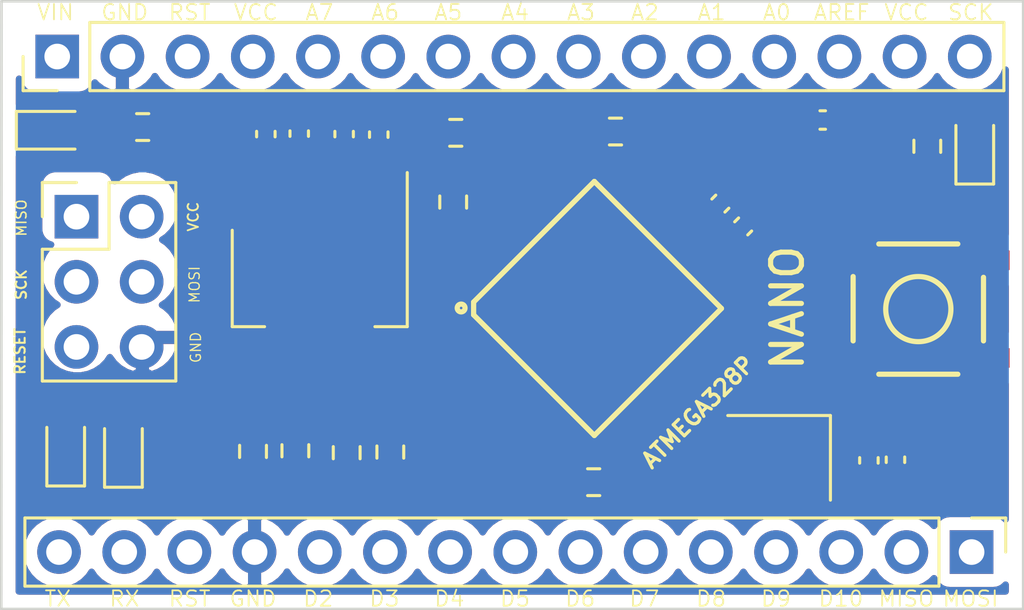
<source format=kicad_pcb>
(kicad_pcb (version 20171130) (host pcbnew "(5.1.6)-1")

  (general
    (thickness 1.6)
    (drawings 41)
    (tracks 0)
    (zones 0)
    (modules 30)
    (nets 37)
  )

  (page A4)
  (layers
    (0 F.Cu signal hide)
    (31 B.Cu signal hide)
    (32 B.Adhes user)
    (33 F.Adhes user)
    (34 B.Paste user)
    (35 F.Paste user)
    (36 B.SilkS user)
    (37 F.SilkS user)
    (38 B.Mask user)
    (39 F.Mask user)
    (40 Dwgs.User user)
    (41 Cmts.User user)
    (42 Eco1.User user)
    (43 Eco2.User user)
    (44 Edge.Cuts user)
    (45 Margin user)
    (46 B.CrtYd user)
    (47 F.CrtYd user)
    (48 B.Fab user)
    (49 F.Fab user hide)
  )

  (setup
    (last_trace_width 0.25)
    (user_trace_width 0.3)
    (user_trace_width 0.4)
    (user_trace_width 0.5)
    (user_trace_width 1)
    (trace_clearance 0.2)
    (zone_clearance 0.508)
    (zone_45_only no)
    (trace_min 0.2)
    (via_size 0.8)
    (via_drill 0.4)
    (via_min_size 0.6)
    (via_min_drill 0.3)
    (uvia_size 0.3)
    (uvia_drill 0.1)
    (uvias_allowed no)
    (uvia_min_size 0.2)
    (uvia_min_drill 0.1)
    (edge_width 0.1)
    (segment_width 0.2)
    (pcb_text_width 0.3)
    (pcb_text_size 1.5 1.5)
    (mod_edge_width 0.15)
    (mod_text_size 1 1)
    (mod_text_width 0.15)
    (pad_size 1.524 1.524)
    (pad_drill 0.762)
    (pad_to_mask_clearance 0)
    (aux_axis_origin 0 0)
    (visible_elements FFFFFF7F)
    (pcbplotparams
      (layerselection 0x010fc_ffffffff)
      (usegerberextensions false)
      (usegerberattributes true)
      (usegerberadvancedattributes true)
      (creategerberjobfile true)
      (excludeedgelayer true)
      (linewidth 0.100000)
      (plotframeref false)
      (viasonmask false)
      (mode 1)
      (useauxorigin false)
      (hpglpennumber 1)
      (hpglpenspeed 20)
      (hpglpendiameter 15.000000)
      (psnegative false)
      (psa4output false)
      (plotreference true)
      (plotvalue true)
      (plotinvisibletext false)
      (padsonsilk false)
      (subtractmaskfromsilk false)
      (outputformat 1)
      (mirror false)
      (drillshape 1)
      (scaleselection 1)
      (outputdirectory ""))
  )

  (net 0 "")
  (net 1 VCC)
  (net 2 GND)
  (net 3 AREF)
  (net 4 VIN)
  (net 5 HSE_IN)
  (net 6 "Net-(C9-Pad1)")
  (net 7 "Net-(D1-Pad2)")
  (net 8 "Net-(D2-Pad1)")
  (net 9 TXO)
  (net 10 "Net-(D3-Pad2)")
  (net 11 "Net-(D4-Pad2)")
  (net 12 RXI)
  (net 13 MISO)
  (net 14 SCK)
  (net 15 MOSI)
  (net 16 RESET)
  (net 17 "Net-(J2-Pad15)")
  (net 18 "Net-(J2-Pad14)")
  (net 19 D2)
  (net 20 D3)
  (net 21 D4)
  (net 22 D5)
  (net 23 D6)
  (net 24 D7)
  (net 25 D8)
  (net 26 D9)
  (net 27 D10)
  (net 28 A7)
  (net 29 A6)
  (net 30 A5)
  (net 31 A4)
  (net 32 A3)
  (net 33 A2)
  (net 34 A1)
  (net 35 A0)
  (net 36 HSE_OUT)

  (net_class Default "This is the default net class."
    (clearance 0.2)
    (trace_width 0.25)
    (via_dia 0.8)
    (via_drill 0.4)
    (uvia_dia 0.3)
    (uvia_drill 0.1)
    (add_net A0)
    (add_net A1)
    (add_net A2)
    (add_net A3)
    (add_net A4)
    (add_net A5)
    (add_net A6)
    (add_net A7)
    (add_net AREF)
    (add_net D10)
    (add_net D2)
    (add_net D3)
    (add_net D4)
    (add_net D5)
    (add_net D6)
    (add_net D7)
    (add_net D8)
    (add_net D9)
    (add_net GND)
    (add_net HSE_IN)
    (add_net HSE_OUT)
    (add_net MISO)
    (add_net MOSI)
    (add_net "Net-(C9-Pad1)")
    (add_net "Net-(D1-Pad2)")
    (add_net "Net-(D2-Pad1)")
    (add_net "Net-(D3-Pad2)")
    (add_net "Net-(D4-Pad2)")
    (add_net "Net-(J2-Pad14)")
    (add_net "Net-(J2-Pad15)")
    (add_net RESET)
    (add_net RXI)
    (add_net SCK)
    (add_net TXO)
    (add_net VCC)
    (add_net VIN)
  )

  (module Connector_PinHeader_2.54mm:PinHeader_1x15_P2.54mm_Vertical (layer F.Cu) (tedit 59FED5CC) (tstamp 5FB51EDD)
    (at 121.57 80.925 90)
    (descr "Through hole straight pin header, 1x15, 2.54mm pitch, single row")
    (tags "Through hole pin header THT 1x15 2.54mm single row")
    (path /5FF33BAE)
    (fp_text reference J3 (at 0 -2.33 90) (layer F.Fab)
      (effects (font (size 1 1) (thickness 0.15)))
    )
    (fp_text value Conn_01x15 (at 0 37.89 90) (layer F.Fab)
      (effects (font (size 1 1) (thickness 0.15)))
    )
    (fp_text user %R (at 0 17.78) (layer F.Fab)
      (effects (font (size 1 1) (thickness 0.15)))
    )
    (fp_line (start -0.635 -1.27) (end 1.27 -1.27) (layer F.Fab) (width 0.1))
    (fp_line (start 1.27 -1.27) (end 1.27 36.83) (layer F.Fab) (width 0.1))
    (fp_line (start 1.27 36.83) (end -1.27 36.83) (layer F.Fab) (width 0.1))
    (fp_line (start -1.27 36.83) (end -1.27 -0.635) (layer F.Fab) (width 0.1))
    (fp_line (start -1.27 -0.635) (end -0.635 -1.27) (layer F.Fab) (width 0.1))
    (fp_line (start -1.33 36.89) (end 1.33 36.89) (layer F.SilkS) (width 0.12))
    (fp_line (start -1.33 1.27) (end -1.33 36.89) (layer F.SilkS) (width 0.12))
    (fp_line (start 1.33 1.27) (end 1.33 36.89) (layer F.SilkS) (width 0.12))
    (fp_line (start -1.33 1.27) (end 1.33 1.27) (layer F.SilkS) (width 0.12))
    (fp_line (start -1.33 0) (end -1.33 -1.33) (layer F.SilkS) (width 0.12))
    (fp_line (start -1.33 -1.33) (end 0 -1.33) (layer F.SilkS) (width 0.12))
    (fp_line (start -1.8 -1.8) (end -1.8 37.35) (layer F.CrtYd) (width 0.05))
    (fp_line (start -1.8 37.35) (end 1.8 37.35) (layer F.CrtYd) (width 0.05))
    (fp_line (start 1.8 37.35) (end 1.8 -1.8) (layer F.CrtYd) (width 0.05))
    (fp_line (start 1.8 -1.8) (end -1.8 -1.8) (layer F.CrtYd) (width 0.05))
    (pad 15 thru_hole oval (at 0 35.56 90) (size 1.7 1.7) (drill 1) (layers *.Cu *.Mask)
      (net 14 SCK))
    (pad 14 thru_hole oval (at 0 33.02 90) (size 1.7 1.7) (drill 1) (layers *.Cu *.Mask)
      (net 1 VCC))
    (pad 13 thru_hole oval (at 0 30.48 90) (size 1.7 1.7) (drill 1) (layers *.Cu *.Mask)
      (net 3 AREF))
    (pad 12 thru_hole oval (at 0 27.94 90) (size 1.7 1.7) (drill 1) (layers *.Cu *.Mask)
      (net 35 A0))
    (pad 11 thru_hole oval (at 0 25.4 90) (size 1.7 1.7) (drill 1) (layers *.Cu *.Mask)
      (net 34 A1))
    (pad 10 thru_hole oval (at 0 22.86 90) (size 1.7 1.7) (drill 1) (layers *.Cu *.Mask)
      (net 33 A2))
    (pad 9 thru_hole oval (at 0 20.32 90) (size 1.7 1.7) (drill 1) (layers *.Cu *.Mask)
      (net 32 A3))
    (pad 8 thru_hole oval (at 0 17.78 90) (size 1.7 1.7) (drill 1) (layers *.Cu *.Mask)
      (net 31 A4))
    (pad 7 thru_hole oval (at 0 15.24 90) (size 1.7 1.7) (drill 1) (layers *.Cu *.Mask)
      (net 30 A5))
    (pad 6 thru_hole oval (at 0 12.7 90) (size 1.7 1.7) (drill 1) (layers *.Cu *.Mask)
      (net 29 A6))
    (pad 5 thru_hole oval (at 0 10.16 90) (size 1.7 1.7) (drill 1) (layers *.Cu *.Mask)
      (net 28 A7))
    (pad 4 thru_hole oval (at 0 7.62 90) (size 1.7 1.7) (drill 1) (layers *.Cu *.Mask)
      (net 1 VCC))
    (pad 3 thru_hole oval (at 0 5.08 90) (size 1.7 1.7) (drill 1) (layers *.Cu *.Mask)
      (net 16 RESET))
    (pad 2 thru_hole oval (at 0 2.54 90) (size 1.7 1.7) (drill 1) (layers *.Cu *.Mask)
      (net 2 GND))
    (pad 1 thru_hole rect (at 0 0 90) (size 1.7 1.7) (drill 1) (layers *.Cu *.Mask)
      (net 4 VIN))
    (model ${KISYS3DMOD}/Connector_PinHeader_2.54mm.3dshapes/PinHeader_1x15_P2.54mm_Vertical.wrl
      (at (xyz 0 0 0))
      (scale (xyz 1 1 1))
      (rotate (xyz 0 0 0))
    )
  )

  (module Connector_PinHeader_2.54mm:PinHeader_1x15_P2.54mm_Vertical (layer F.Cu) (tedit 59FED5CC) (tstamp 5FB496CE)
    (at 157.2 100.25 270)
    (descr "Through hole straight pin header, 1x15, 2.54mm pitch, single row")
    (tags "Through hole pin header THT 1x15 2.54mm single row")
    (path /5FF4FFED)
    (fp_text reference J2 (at 0 -2.33 90) (layer F.Fab)
      (effects (font (size 1 1) (thickness 0.15)))
    )
    (fp_text value Conn_01x15 (at 0 37.89 90) (layer F.Fab)
      (effects (font (size 1 1) (thickness 0.15)))
    )
    (fp_text user %R (at 0 17.78) (layer F.Fab)
      (effects (font (size 1 1) (thickness 0.15)))
    )
    (fp_line (start -0.635 -1.27) (end 1.27 -1.27) (layer F.Fab) (width 0.1))
    (fp_line (start 1.27 -1.27) (end 1.27 36.83) (layer F.Fab) (width 0.1))
    (fp_line (start 1.27 36.83) (end -1.27 36.83) (layer F.Fab) (width 0.1))
    (fp_line (start -1.27 36.83) (end -1.27 -0.635) (layer F.Fab) (width 0.1))
    (fp_line (start -1.27 -0.635) (end -0.635 -1.27) (layer F.Fab) (width 0.1))
    (fp_line (start -1.33 36.89) (end 1.33 36.89) (layer F.SilkS) (width 0.12))
    (fp_line (start -1.33 1.27) (end -1.33 36.89) (layer F.SilkS) (width 0.12))
    (fp_line (start 1.33 1.27) (end 1.33 36.89) (layer F.SilkS) (width 0.12))
    (fp_line (start -1.33 1.27) (end 1.33 1.27) (layer F.SilkS) (width 0.12))
    (fp_line (start -1.33 0) (end -1.33 -1.33) (layer F.SilkS) (width 0.12))
    (fp_line (start -1.33 -1.33) (end 0 -1.33) (layer F.SilkS) (width 0.12))
    (fp_line (start -1.8 -1.8) (end -1.8 37.35) (layer F.CrtYd) (width 0.05))
    (fp_line (start -1.8 37.35) (end 1.8 37.35) (layer F.CrtYd) (width 0.05))
    (fp_line (start 1.8 37.35) (end 1.8 -1.8) (layer F.CrtYd) (width 0.05))
    (fp_line (start 1.8 -1.8) (end -1.8 -1.8) (layer F.CrtYd) (width 0.05))
    (pad 15 thru_hole oval (at 0 35.56 270) (size 1.7 1.7) (drill 1) (layers *.Cu *.Mask)
      (net 17 "Net-(J2-Pad15)"))
    (pad 14 thru_hole oval (at 0 33.02 270) (size 1.7 1.7) (drill 1) (layers *.Cu *.Mask)
      (net 18 "Net-(J2-Pad14)"))
    (pad 13 thru_hole oval (at 0 30.48 270) (size 1.7 1.7) (drill 1) (layers *.Cu *.Mask)
      (net 16 RESET))
    (pad 12 thru_hole oval (at 0 27.94 270) (size 1.7 1.7) (drill 1) (layers *.Cu *.Mask)
      (net 2 GND))
    (pad 11 thru_hole oval (at 0 25.4 270) (size 1.7 1.7) (drill 1) (layers *.Cu *.Mask)
      (net 19 D2))
    (pad 10 thru_hole oval (at 0 22.86 270) (size 1.7 1.7) (drill 1) (layers *.Cu *.Mask)
      (net 20 D3))
    (pad 9 thru_hole oval (at 0 20.32 270) (size 1.7 1.7) (drill 1) (layers *.Cu *.Mask)
      (net 21 D4))
    (pad 8 thru_hole oval (at 0 17.78 270) (size 1.7 1.7) (drill 1) (layers *.Cu *.Mask)
      (net 22 D5))
    (pad 7 thru_hole oval (at 0 15.24 270) (size 1.7 1.7) (drill 1) (layers *.Cu *.Mask)
      (net 23 D6))
    (pad 6 thru_hole oval (at 0 12.7 270) (size 1.7 1.7) (drill 1) (layers *.Cu *.Mask)
      (net 24 D7))
    (pad 5 thru_hole oval (at 0 10.16 270) (size 1.7 1.7) (drill 1) (layers *.Cu *.Mask)
      (net 25 D8))
    (pad 4 thru_hole oval (at 0 7.62 270) (size 1.7 1.7) (drill 1) (layers *.Cu *.Mask)
      (net 26 D9))
    (pad 3 thru_hole oval (at 0 5.08 270) (size 1.7 1.7) (drill 1) (layers *.Cu *.Mask)
      (net 27 D10))
    (pad 2 thru_hole oval (at 0 2.54 270) (size 1.7 1.7) (drill 1) (layers *.Cu *.Mask)
      (net 13 MISO))
    (pad 1 thru_hole rect (at 0 0 270) (size 1.7 1.7) (drill 1) (layers *.Cu *.Mask)
      (net 15 MOSI))
    (model ${KISYS3DMOD}/Connector_PinHeader_2.54mm.3dshapes/PinHeader_1x15_P2.54mm_Vertical.wrl
      (at (xyz 0 0 0))
      (scale (xyz 1 1 1))
      (rotate (xyz 0 0 0))
    )
  )

  (module Capacitor_SMD:C_0402_1005Metric (layer F.Cu) (tedit 5F68FEEE) (tstamp 5FB507FF)
    (at 147.410589 86.660589 225)
    (descr "Capacitor SMD 0402 (1005 Metric), square (rectangular) end terminal, IPC_7351 nominal, (Body size source: IPC-SM-782 page 76, https://www.pcb-3d.com/wordpress/wp-content/uploads/ipc-sm-782a_amendment_1_and_2.pdf), generated with kicad-footprint-generator")
    (tags capacitor)
    (path /5FDDB567)
    (attr smd)
    (fp_text reference C1 (at 0 -1.16 45) (layer F.Fab)
      (effects (font (size 1 1) (thickness 0.15)))
    )
    (fp_text value 4.7uf (at 0 1.16 45) (layer F.Fab)
      (effects (font (size 1 1) (thickness 0.15)))
    )
    (fp_line (start 0.91 0.46) (end -0.91 0.46) (layer F.CrtYd) (width 0.05))
    (fp_line (start 0.91 -0.46) (end 0.91 0.46) (layer F.CrtYd) (width 0.05))
    (fp_line (start -0.91 -0.46) (end 0.91 -0.46) (layer F.CrtYd) (width 0.05))
    (fp_line (start -0.91 0.46) (end -0.91 -0.46) (layer F.CrtYd) (width 0.05))
    (fp_line (start -0.107836 0.36) (end 0.107836 0.36) (layer F.SilkS) (width 0.12))
    (fp_line (start -0.107836 -0.36) (end 0.107836 -0.36) (layer F.SilkS) (width 0.12))
    (fp_line (start 0.5 0.25) (end -0.5 0.25) (layer F.Fab) (width 0.1))
    (fp_line (start 0.5 -0.25) (end 0.5 0.25) (layer F.Fab) (width 0.1))
    (fp_line (start -0.5 -0.25) (end 0.5 -0.25) (layer F.Fab) (width 0.1))
    (fp_line (start -0.5 0.25) (end -0.5 -0.25) (layer F.Fab) (width 0.1))
    (fp_text user %R (at 0 0 45) (layer F.Fab)
      (effects (font (size 0.25 0.25) (thickness 0.04)))
    )
    (pad 1 smd roundrect (at -0.48 0 225) (size 0.56 0.62) (layers F.Cu F.Paste F.Mask) (roundrect_rratio 0.25)
      (net 1 VCC))
    (pad 2 smd roundrect (at 0.48 0 225) (size 0.56 0.62) (layers F.Cu F.Paste F.Mask) (roundrect_rratio 0.25)
      (net 2 GND))
    (model ${KISYS3DMOD}/Capacitor_SMD.3dshapes/C_0402_1005Metric.wrl
      (at (xyz 0 0 0))
      (scale (xyz 1 1 1))
      (rotate (xyz 0 0 0))
    )
  )

  (module Capacitor_SMD:C_0402_1005Metric (layer F.Cu) (tedit 5F68FEEE) (tstamp 5FB507BF)
    (at 148.3 87.55 225)
    (descr "Capacitor SMD 0402 (1005 Metric), square (rectangular) end terminal, IPC_7351 nominal, (Body size source: IPC-SM-782 page 76, https://www.pcb-3d.com/wordpress/wp-content/uploads/ipc-sm-782a_amendment_1_and_2.pdf), generated with kicad-footprint-generator")
    (tags capacitor)
    (path /5FDD1A11)
    (attr smd)
    (fp_text reference C2 (at 0 -1.16 45) (layer F.Fab)
      (effects (font (size 1 1) (thickness 0.15)))
    )
    (fp_text value 100nf (at 0 1.16 45) (layer F.Fab)
      (effects (font (size 1 1) (thickness 0.15)))
    )
    (fp_text user %R (at 0 0 45) (layer F.Fab)
      (effects (font (size 0.25 0.25) (thickness 0.04)))
    )
    (fp_line (start -0.5 0.25) (end -0.5 -0.25) (layer F.Fab) (width 0.1))
    (fp_line (start -0.5 -0.25) (end 0.5 -0.25) (layer F.Fab) (width 0.1))
    (fp_line (start 0.5 -0.25) (end 0.5 0.25) (layer F.Fab) (width 0.1))
    (fp_line (start 0.5 0.25) (end -0.5 0.25) (layer F.Fab) (width 0.1))
    (fp_line (start -0.107836 -0.36) (end 0.107836 -0.36) (layer F.SilkS) (width 0.12))
    (fp_line (start -0.107836 0.36) (end 0.107836 0.36) (layer F.SilkS) (width 0.12))
    (fp_line (start -0.91 0.46) (end -0.91 -0.46) (layer F.CrtYd) (width 0.05))
    (fp_line (start -0.91 -0.46) (end 0.91 -0.46) (layer F.CrtYd) (width 0.05))
    (fp_line (start 0.91 -0.46) (end 0.91 0.46) (layer F.CrtYd) (width 0.05))
    (fp_line (start 0.91 0.46) (end -0.91 0.46) (layer F.CrtYd) (width 0.05))
    (pad 2 smd roundrect (at 0.48 0 225) (size 0.56 0.62) (layers F.Cu F.Paste F.Mask) (roundrect_rratio 0.25)
      (net 2 GND))
    (pad 1 smd roundrect (at -0.48 0 225) (size 0.56 0.62) (layers F.Cu F.Paste F.Mask) (roundrect_rratio 0.25)
      (net 1 VCC))
    (model ${KISYS3DMOD}/Capacitor_SMD.3dshapes/C_0402_1005Metric.wrl
      (at (xyz 0 0 0))
      (scale (xyz 1 1 1))
      (rotate (xyz 0 0 0))
    )
  )

  (module Capacitor_SMD:C_0402_1005Metric (layer F.Cu) (tedit 5F68FEEE) (tstamp 5FB495C9)
    (at 151.4 83.4 180)
    (descr "Capacitor SMD 0402 (1005 Metric), square (rectangular) end terminal, IPC_7351 nominal, (Body size source: IPC-SM-782 page 76, https://www.pcb-3d.com/wordpress/wp-content/uploads/ipc-sm-782a_amendment_1_and_2.pdf), generated with kicad-footprint-generator")
    (tags capacitor)
    (path /5FC2CAB3)
    (attr smd)
    (fp_text reference C3 (at 0 -1.16) (layer F.Fab)
      (effects (font (size 1 1) (thickness 0.15)))
    )
    (fp_text value 100nf (at 0 1.16) (layer F.Fab)
      (effects (font (size 1 1) (thickness 0.15)))
    )
    (fp_line (start 0.91 0.46) (end -0.91 0.46) (layer F.CrtYd) (width 0.05))
    (fp_line (start 0.91 -0.46) (end 0.91 0.46) (layer F.CrtYd) (width 0.05))
    (fp_line (start -0.91 -0.46) (end 0.91 -0.46) (layer F.CrtYd) (width 0.05))
    (fp_line (start -0.91 0.46) (end -0.91 -0.46) (layer F.CrtYd) (width 0.05))
    (fp_line (start -0.107836 0.36) (end 0.107836 0.36) (layer F.SilkS) (width 0.12))
    (fp_line (start -0.107836 -0.36) (end 0.107836 -0.36) (layer F.SilkS) (width 0.12))
    (fp_line (start 0.5 0.25) (end -0.5 0.25) (layer F.Fab) (width 0.1))
    (fp_line (start 0.5 -0.25) (end 0.5 0.25) (layer F.Fab) (width 0.1))
    (fp_line (start -0.5 -0.25) (end 0.5 -0.25) (layer F.Fab) (width 0.1))
    (fp_line (start -0.5 0.25) (end -0.5 -0.25) (layer F.Fab) (width 0.1))
    (fp_text user %R (at 0 0) (layer F.Fab)
      (effects (font (size 0.25 0.25) (thickness 0.04)))
    )
    (pad 1 smd roundrect (at -0.48 0 180) (size 0.56 0.62) (layers F.Cu F.Paste F.Mask) (roundrect_rratio 0.25)
      (net 3 AREF))
    (pad 2 smd roundrect (at 0.48 0 180) (size 0.56 0.62) (layers F.Cu F.Paste F.Mask) (roundrect_rratio 0.25)
      (net 2 GND))
    (model ${KISYS3DMOD}/Capacitor_SMD.3dshapes/C_0402_1005Metric.wrl
      (at (xyz 0 0 0))
      (scale (xyz 1 1 1))
      (rotate (xyz 0 0 0))
    )
  )

  (module Capacitor_SMD:C_0402_1005Metric (layer F.Cu) (tedit 5F68FEEE) (tstamp 5FB495DA)
    (at 131 83.93 90)
    (descr "Capacitor SMD 0402 (1005 Metric), square (rectangular) end terminal, IPC_7351 nominal, (Body size source: IPC-SM-782 page 76, https://www.pcb-3d.com/wordpress/wp-content/uploads/ipc-sm-782a_amendment_1_and_2.pdf), generated with kicad-footprint-generator")
    (tags capacitor)
    (path /5FB34167)
    (attr smd)
    (fp_text reference C4 (at 0 -1.16 90) (layer F.Fab)
      (effects (font (size 1 1) (thickness 0.15)))
    )
    (fp_text value 10uf (at 0 1.16 90) (layer F.Fab)
      (effects (font (size 1 1) (thickness 0.15)))
    )
    (fp_text user %R (at 0 0 90) (layer F.Fab)
      (effects (font (size 0.25 0.25) (thickness 0.04)))
    )
    (fp_line (start -0.5 0.25) (end -0.5 -0.25) (layer F.Fab) (width 0.1))
    (fp_line (start -0.5 -0.25) (end 0.5 -0.25) (layer F.Fab) (width 0.1))
    (fp_line (start 0.5 -0.25) (end 0.5 0.25) (layer F.Fab) (width 0.1))
    (fp_line (start 0.5 0.25) (end -0.5 0.25) (layer F.Fab) (width 0.1))
    (fp_line (start -0.107836 -0.36) (end 0.107836 -0.36) (layer F.SilkS) (width 0.12))
    (fp_line (start -0.107836 0.36) (end 0.107836 0.36) (layer F.SilkS) (width 0.12))
    (fp_line (start -0.91 0.46) (end -0.91 -0.46) (layer F.CrtYd) (width 0.05))
    (fp_line (start -0.91 -0.46) (end 0.91 -0.46) (layer F.CrtYd) (width 0.05))
    (fp_line (start 0.91 -0.46) (end 0.91 0.46) (layer F.CrtYd) (width 0.05))
    (fp_line (start 0.91 0.46) (end -0.91 0.46) (layer F.CrtYd) (width 0.05))
    (pad 2 smd roundrect (at 0.48 0 90) (size 0.56 0.62) (layers F.Cu F.Paste F.Mask) (roundrect_rratio 0.25)
      (net 2 GND))
    (pad 1 smd roundrect (at -0.48 0 90) (size 0.56 0.62) (layers F.Cu F.Paste F.Mask) (roundrect_rratio 0.25)
      (net 4 VIN))
    (model ${KISYS3DMOD}/Capacitor_SMD.3dshapes/C_0402_1005Metric.wrl
      (at (xyz 0 0 0))
      (scale (xyz 1 1 1))
      (rotate (xyz 0 0 0))
    )
  )

  (module Capacitor_SMD:C_0402_1005Metric (layer F.Cu) (tedit 5F68FEEE) (tstamp 5FB495EB)
    (at 129.7 83.95 90)
    (descr "Capacitor SMD 0402 (1005 Metric), square (rectangular) end terminal, IPC_7351 nominal, (Body size source: IPC-SM-782 page 76, https://www.pcb-3d.com/wordpress/wp-content/uploads/ipc-sm-782a_amendment_1_and_2.pdf), generated with kicad-footprint-generator")
    (tags capacitor)
    (path /5FB3372B)
    (attr smd)
    (fp_text reference C5 (at 0 -1.16 90) (layer F.Fab)
      (effects (font (size 1 1) (thickness 0.15)))
    )
    (fp_text value 100nf (at 0 1.16 90) (layer F.Fab)
      (effects (font (size 1 1) (thickness 0.15)))
    )
    (fp_line (start 0.91 0.46) (end -0.91 0.46) (layer F.CrtYd) (width 0.05))
    (fp_line (start 0.91 -0.46) (end 0.91 0.46) (layer F.CrtYd) (width 0.05))
    (fp_line (start -0.91 -0.46) (end 0.91 -0.46) (layer F.CrtYd) (width 0.05))
    (fp_line (start -0.91 0.46) (end -0.91 -0.46) (layer F.CrtYd) (width 0.05))
    (fp_line (start -0.107836 0.36) (end 0.107836 0.36) (layer F.SilkS) (width 0.12))
    (fp_line (start -0.107836 -0.36) (end 0.107836 -0.36) (layer F.SilkS) (width 0.12))
    (fp_line (start 0.5 0.25) (end -0.5 0.25) (layer F.Fab) (width 0.1))
    (fp_line (start 0.5 -0.25) (end 0.5 0.25) (layer F.Fab) (width 0.1))
    (fp_line (start -0.5 -0.25) (end 0.5 -0.25) (layer F.Fab) (width 0.1))
    (fp_line (start -0.5 0.25) (end -0.5 -0.25) (layer F.Fab) (width 0.1))
    (fp_text user %R (at 0 0 90) (layer F.Fab)
      (effects (font (size 0.25 0.25) (thickness 0.04)))
    )
    (pad 1 smd roundrect (at -0.48 0 90) (size 0.56 0.62) (layers F.Cu F.Paste F.Mask) (roundrect_rratio 0.25)
      (net 4 VIN))
    (pad 2 smd roundrect (at 0.48 0 90) (size 0.56 0.62) (layers F.Cu F.Paste F.Mask) (roundrect_rratio 0.25)
      (net 2 GND))
    (model ${KISYS3DMOD}/Capacitor_SMD.3dshapes/C_0402_1005Metric.wrl
      (at (xyz 0 0 0))
      (scale (xyz 1 1 1))
      (rotate (xyz 0 0 0))
    )
  )

  (module Capacitor_SMD:C_0402_1005Metric (layer F.Cu) (tedit 5F68FEEE) (tstamp 5FB495FC)
    (at 132.75 83.95 90)
    (descr "Capacitor SMD 0402 (1005 Metric), square (rectangular) end terminal, IPC_7351 nominal, (Body size source: IPC-SM-782 page 76, https://www.pcb-3d.com/wordpress/wp-content/uploads/ipc-sm-782a_amendment_1_and_2.pdf), generated with kicad-footprint-generator")
    (tags capacitor)
    (path /5FB3B4A8)
    (attr smd)
    (fp_text reference C6 (at 0 -1.16 90) (layer F.Fab)
      (effects (font (size 1 1) (thickness 0.15)))
    )
    (fp_text value 10uf (at 0 1.16 90) (layer F.Fab)
      (effects (font (size 1 1) (thickness 0.15)))
    )
    (fp_text user %R (at 0 0 90) (layer F.Fab)
      (effects (font (size 0.25 0.25) (thickness 0.04)))
    )
    (fp_line (start -0.5 0.25) (end -0.5 -0.25) (layer F.Fab) (width 0.1))
    (fp_line (start -0.5 -0.25) (end 0.5 -0.25) (layer F.Fab) (width 0.1))
    (fp_line (start 0.5 -0.25) (end 0.5 0.25) (layer F.Fab) (width 0.1))
    (fp_line (start 0.5 0.25) (end -0.5 0.25) (layer F.Fab) (width 0.1))
    (fp_line (start -0.107836 -0.36) (end 0.107836 -0.36) (layer F.SilkS) (width 0.12))
    (fp_line (start -0.107836 0.36) (end 0.107836 0.36) (layer F.SilkS) (width 0.12))
    (fp_line (start -0.91 0.46) (end -0.91 -0.46) (layer F.CrtYd) (width 0.05))
    (fp_line (start -0.91 -0.46) (end 0.91 -0.46) (layer F.CrtYd) (width 0.05))
    (fp_line (start 0.91 -0.46) (end 0.91 0.46) (layer F.CrtYd) (width 0.05))
    (fp_line (start 0.91 0.46) (end -0.91 0.46) (layer F.CrtYd) (width 0.05))
    (pad 2 smd roundrect (at 0.48 0 90) (size 0.56 0.62) (layers F.Cu F.Paste F.Mask) (roundrect_rratio 0.25)
      (net 2 GND))
    (pad 1 smd roundrect (at -0.48 0 90) (size 0.56 0.62) (layers F.Cu F.Paste F.Mask) (roundrect_rratio 0.25)
      (net 1 VCC))
    (model ${KISYS3DMOD}/Capacitor_SMD.3dshapes/C_0402_1005Metric.wrl
      (at (xyz 0 0 0))
      (scale (xyz 1 1 1))
      (rotate (xyz 0 0 0))
    )
  )

  (module Capacitor_SMD:C_0402_1005Metric (layer F.Cu) (tedit 5F68FEEE) (tstamp 5FB4960D)
    (at 134.1 83.97 90)
    (descr "Capacitor SMD 0402 (1005 Metric), square (rectangular) end terminal, IPC_7351 nominal, (Body size source: IPC-SM-782 page 76, https://www.pcb-3d.com/wordpress/wp-content/uploads/ipc-sm-782a_amendment_1_and_2.pdf), generated with kicad-footprint-generator")
    (tags capacitor)
    (path /5FB3B1AB)
    (attr smd)
    (fp_text reference C7 (at 0 -1.16 90) (layer F.Fab)
      (effects (font (size 1 1) (thickness 0.15)))
    )
    (fp_text value 100nf (at 0 1.16 90) (layer F.Fab)
      (effects (font (size 1 1) (thickness 0.15)))
    )
    (fp_line (start 0.91 0.46) (end -0.91 0.46) (layer F.CrtYd) (width 0.05))
    (fp_line (start 0.91 -0.46) (end 0.91 0.46) (layer F.CrtYd) (width 0.05))
    (fp_line (start -0.91 -0.46) (end 0.91 -0.46) (layer F.CrtYd) (width 0.05))
    (fp_line (start -0.91 0.46) (end -0.91 -0.46) (layer F.CrtYd) (width 0.05))
    (fp_line (start -0.107836 0.36) (end 0.107836 0.36) (layer F.SilkS) (width 0.12))
    (fp_line (start -0.107836 -0.36) (end 0.107836 -0.36) (layer F.SilkS) (width 0.12))
    (fp_line (start 0.5 0.25) (end -0.5 0.25) (layer F.Fab) (width 0.1))
    (fp_line (start 0.5 -0.25) (end 0.5 0.25) (layer F.Fab) (width 0.1))
    (fp_line (start -0.5 -0.25) (end 0.5 -0.25) (layer F.Fab) (width 0.1))
    (fp_line (start -0.5 0.25) (end -0.5 -0.25) (layer F.Fab) (width 0.1))
    (fp_text user %R (at 0 0 90) (layer F.Fab)
      (effects (font (size 0.25 0.25) (thickness 0.04)))
    )
    (pad 1 smd roundrect (at -0.48 0 90) (size 0.56 0.62) (layers F.Cu F.Paste F.Mask) (roundrect_rratio 0.25)
      (net 1 VCC))
    (pad 2 smd roundrect (at 0.48 0 90) (size 0.56 0.62) (layers F.Cu F.Paste F.Mask) (roundrect_rratio 0.25)
      (net 2 GND))
    (model ${KISYS3DMOD}/Capacitor_SMD.3dshapes/C_0402_1005Metric.wrl
      (at (xyz 0 0 0))
      (scale (xyz 1 1 1))
      (rotate (xyz 0 0 0))
    )
  )

  (module Capacitor_SMD:C_0402_1005Metric (layer F.Cu) (tedit 5F68FEEE) (tstamp 5FB4961E)
    (at 153.2 96.675 90)
    (descr "Capacitor SMD 0402 (1005 Metric), square (rectangular) end terminal, IPC_7351 nominal, (Body size source: IPC-SM-782 page 76, https://www.pcb-3d.com/wordpress/wp-content/uploads/ipc-sm-782a_amendment_1_and_2.pdf), generated with kicad-footprint-generator")
    (tags capacitor)
    (path /5FBE2421)
    (attr smd)
    (fp_text reference C8 (at 0 -1.16 90) (layer F.Fab)
      (effects (font (size 1 1) (thickness 0.15)))
    )
    (fp_text value 12pf (at 0 1.16 90) (layer F.Fab)
      (effects (font (size 1 1) (thickness 0.15)))
    )
    (fp_line (start 0.91 0.46) (end -0.91 0.46) (layer F.CrtYd) (width 0.05))
    (fp_line (start 0.91 -0.46) (end 0.91 0.46) (layer F.CrtYd) (width 0.05))
    (fp_line (start -0.91 -0.46) (end 0.91 -0.46) (layer F.CrtYd) (width 0.05))
    (fp_line (start -0.91 0.46) (end -0.91 -0.46) (layer F.CrtYd) (width 0.05))
    (fp_line (start -0.107836 0.36) (end 0.107836 0.36) (layer F.SilkS) (width 0.12))
    (fp_line (start -0.107836 -0.36) (end 0.107836 -0.36) (layer F.SilkS) (width 0.12))
    (fp_line (start 0.5 0.25) (end -0.5 0.25) (layer F.Fab) (width 0.1))
    (fp_line (start 0.5 -0.25) (end 0.5 0.25) (layer F.Fab) (width 0.1))
    (fp_line (start -0.5 -0.25) (end 0.5 -0.25) (layer F.Fab) (width 0.1))
    (fp_line (start -0.5 0.25) (end -0.5 -0.25) (layer F.Fab) (width 0.1))
    (fp_text user %R (at 0 0 90) (layer F.Fab)
      (effects (font (size 0.25 0.25) (thickness 0.04)))
    )
    (pad 1 smd roundrect (at -0.48 0 90) (size 0.56 0.62) (layers F.Cu F.Paste F.Mask) (roundrect_rratio 0.25)
      (net 5 HSE_IN))
    (pad 2 smd roundrect (at 0.48 0 90) (size 0.56 0.62) (layers F.Cu F.Paste F.Mask) (roundrect_rratio 0.25)
      (net 2 GND))
    (model ${KISYS3DMOD}/Capacitor_SMD.3dshapes/C_0402_1005Metric.wrl
      (at (xyz 0 0 0))
      (scale (xyz 1 1 1))
      (rotate (xyz 0 0 0))
    )
  )

  (module Capacitor_SMD:C_0402_1005Metric (layer F.Cu) (tedit 5F68FEEE) (tstamp 5FB4962F)
    (at 154.235001 96.650001 90)
    (descr "Capacitor SMD 0402 (1005 Metric), square (rectangular) end terminal, IPC_7351 nominal, (Body size source: IPC-SM-782 page 76, https://www.pcb-3d.com/wordpress/wp-content/uploads/ipc-sm-782a_amendment_1_and_2.pdf), generated with kicad-footprint-generator")
    (tags capacitor)
    (path /5FBE1C8E)
    (attr smd)
    (fp_text reference C9 (at 0 -1.16 90) (layer F.Fab)
      (effects (font (size 1 1) (thickness 0.15)))
    )
    (fp_text value 12pf (at 0 1.16 90) (layer F.Fab)
      (effects (font (size 1 1) (thickness 0.15)))
    )
    (fp_text user %R (at 0 0 90) (layer F.Fab)
      (effects (font (size 0.25 0.25) (thickness 0.04)))
    )
    (fp_line (start -0.5 0.25) (end -0.5 -0.25) (layer F.Fab) (width 0.1))
    (fp_line (start -0.5 -0.25) (end 0.5 -0.25) (layer F.Fab) (width 0.1))
    (fp_line (start 0.5 -0.25) (end 0.5 0.25) (layer F.Fab) (width 0.1))
    (fp_line (start 0.5 0.25) (end -0.5 0.25) (layer F.Fab) (width 0.1))
    (fp_line (start -0.107836 -0.36) (end 0.107836 -0.36) (layer F.SilkS) (width 0.12))
    (fp_line (start -0.107836 0.36) (end 0.107836 0.36) (layer F.SilkS) (width 0.12))
    (fp_line (start -0.91 0.46) (end -0.91 -0.46) (layer F.CrtYd) (width 0.05))
    (fp_line (start -0.91 -0.46) (end 0.91 -0.46) (layer F.CrtYd) (width 0.05))
    (fp_line (start 0.91 -0.46) (end 0.91 0.46) (layer F.CrtYd) (width 0.05))
    (fp_line (start 0.91 0.46) (end -0.91 0.46) (layer F.CrtYd) (width 0.05))
    (pad 2 smd roundrect (at 0.48 0 90) (size 0.56 0.62) (layers F.Cu F.Paste F.Mask) (roundrect_rratio 0.25)
      (net 2 GND))
    (pad 1 smd roundrect (at -0.48 0 90) (size 0.56 0.62) (layers F.Cu F.Paste F.Mask) (roundrect_rratio 0.25)
      (net 6 "Net-(C9-Pad1)"))
    (model ${KISYS3DMOD}/Capacitor_SMD.3dshapes/C_0402_1005Metric.wrl
      (at (xyz 0 0 0))
      (scale (xyz 1 1 1))
      (rotate (xyz 0 0 0))
    )
  )

  (module LED_SMD:LED_0603_1608Metric (layer F.Cu) (tedit 5F68FEF1) (tstamp 5FB49642)
    (at 157.325 84.4125 90)
    (descr "LED SMD 0603 (1608 Metric), square (rectangular) end terminal, IPC_7351 nominal, (Body size source: http://www.tortai-tech.com/upload/download/2011102023233369053.pdf), generated with kicad-footprint-generator")
    (tags LED)
    (path /5FC3B601)
    (attr smd)
    (fp_text reference D1 (at 0 -1.43 90) (layer F.Fab)
      (effects (font (size 1 1) (thickness 0.15)))
    )
    (fp_text value Yellow (at 0 1.43 90) (layer F.Fab)
      (effects (font (size 1 1) (thickness 0.15)))
    )
    (fp_line (start 1.48 0.73) (end -1.48 0.73) (layer F.CrtYd) (width 0.05))
    (fp_line (start 1.48 -0.73) (end 1.48 0.73) (layer F.CrtYd) (width 0.05))
    (fp_line (start -1.48 -0.73) (end 1.48 -0.73) (layer F.CrtYd) (width 0.05))
    (fp_line (start -1.48 0.73) (end -1.48 -0.73) (layer F.CrtYd) (width 0.05))
    (fp_line (start -1.485 0.735) (end 0.8 0.735) (layer F.SilkS) (width 0.12))
    (fp_line (start -1.485 -0.735) (end -1.485 0.735) (layer F.SilkS) (width 0.12))
    (fp_line (start 0.8 -0.735) (end -1.485 -0.735) (layer F.SilkS) (width 0.12))
    (fp_line (start 0.8 0.4) (end 0.8 -0.4) (layer F.Fab) (width 0.1))
    (fp_line (start -0.8 0.4) (end 0.8 0.4) (layer F.Fab) (width 0.1))
    (fp_line (start -0.8 -0.1) (end -0.8 0.4) (layer F.Fab) (width 0.1))
    (fp_line (start -0.5 -0.4) (end -0.8 -0.1) (layer F.Fab) (width 0.1))
    (fp_line (start 0.8 -0.4) (end -0.5 -0.4) (layer F.Fab) (width 0.1))
    (fp_text user %R (at 0 0 90) (layer F.Fab)
      (effects (font (size 0.4 0.4) (thickness 0.06)))
    )
    (pad 1 smd roundrect (at -0.7875 0 90) (size 0.875 0.95) (layers F.Cu F.Paste F.Mask) (roundrect_rratio 0.25)
      (net 2 GND))
    (pad 2 smd roundrect (at 0.7875 0 90) (size 0.875 0.95) (layers F.Cu F.Paste F.Mask) (roundrect_rratio 0.25)
      (net 7 "Net-(D1-Pad2)"))
    (model ${KISYS3DMOD}/LED_SMD.3dshapes/LED_0603_1608Metric.wrl
      (at (xyz 0 0 0))
      (scale (xyz 1 1 1))
      (rotate (xyz 0 0 0))
    )
  )

  (module LED_SMD:LED_0603_1608Metric (layer F.Cu) (tedit 5F68FEF1) (tstamp 5FB4B488)
    (at 121.4625 83.8)
    (descr "LED SMD 0603 (1608 Metric), square (rectangular) end terminal, IPC_7351 nominal, (Body size source: http://www.tortai-tech.com/upload/download/2011102023233369053.pdf), generated with kicad-footprint-generator")
    (tags LED)
    (path /5FB63153)
    (attr smd)
    (fp_text reference D2 (at 0 -1.43) (layer F.Fab)
      (effects (font (size 1 1) (thickness 0.15)))
    )
    (fp_text value BLUE (at 0 1.43) (layer F.Fab)
      (effects (font (size 1 1) (thickness 0.15)))
    )
    (fp_text user %R (at 0 0) (layer F.Fab)
      (effects (font (size 0.4 0.4) (thickness 0.06)))
    )
    (fp_line (start 0.8 -0.4) (end -0.5 -0.4) (layer F.Fab) (width 0.1))
    (fp_line (start -0.5 -0.4) (end -0.8 -0.1) (layer F.Fab) (width 0.1))
    (fp_line (start -0.8 -0.1) (end -0.8 0.4) (layer F.Fab) (width 0.1))
    (fp_line (start -0.8 0.4) (end 0.8 0.4) (layer F.Fab) (width 0.1))
    (fp_line (start 0.8 0.4) (end 0.8 -0.4) (layer F.Fab) (width 0.1))
    (fp_line (start 0.8 -0.735) (end -1.485 -0.735) (layer F.SilkS) (width 0.12))
    (fp_line (start -1.485 -0.735) (end -1.485 0.735) (layer F.SilkS) (width 0.12))
    (fp_line (start -1.485 0.735) (end 0.8 0.735) (layer F.SilkS) (width 0.12))
    (fp_line (start -1.48 0.73) (end -1.48 -0.73) (layer F.CrtYd) (width 0.05))
    (fp_line (start -1.48 -0.73) (end 1.48 -0.73) (layer F.CrtYd) (width 0.05))
    (fp_line (start 1.48 -0.73) (end 1.48 0.73) (layer F.CrtYd) (width 0.05))
    (fp_line (start 1.48 0.73) (end -1.48 0.73) (layer F.CrtYd) (width 0.05))
    (pad 2 smd roundrect (at 0.7875 0) (size 0.875 0.95) (layers F.Cu F.Paste F.Mask) (roundrect_rratio 0.25)
      (net 1 VCC))
    (pad 1 smd roundrect (at -0.7875 0) (size 0.875 0.95) (layers F.Cu F.Paste F.Mask) (roundrect_rratio 0.25)
      (net 8 "Net-(D2-Pad1)"))
    (model ${KISYS3DMOD}/LED_SMD.3dshapes/LED_0603_1608Metric.wrl
      (at (xyz 0 0 0))
      (scale (xyz 1 1 1))
      (rotate (xyz 0 0 0))
    )
  )

  (module LED_SMD:LED_0603_1608Metric (layer F.Cu) (tedit 5F68FEF1) (tstamp 5FB49668)
    (at 121.9 96.1875 90)
    (descr "LED SMD 0603 (1608 Metric), square (rectangular) end terminal, IPC_7351 nominal, (Body size source: http://www.tortai-tech.com/upload/download/2011102023233369053.pdf), generated with kicad-footprint-generator")
    (tags LED)
    (path /5FE29EB0)
    (attr smd)
    (fp_text reference D3 (at 0 -1.43 90) (layer F.Fab)
      (effects (font (size 1 1) (thickness 0.15)))
    )
    (fp_text value GREEN (at 0 1.43 90) (layer F.Fab)
      (effects (font (size 1 1) (thickness 0.15)))
    )
    (fp_line (start 1.48 0.73) (end -1.48 0.73) (layer F.CrtYd) (width 0.05))
    (fp_line (start 1.48 -0.73) (end 1.48 0.73) (layer F.CrtYd) (width 0.05))
    (fp_line (start -1.48 -0.73) (end 1.48 -0.73) (layer F.CrtYd) (width 0.05))
    (fp_line (start -1.48 0.73) (end -1.48 -0.73) (layer F.CrtYd) (width 0.05))
    (fp_line (start -1.485 0.735) (end 0.8 0.735) (layer F.SilkS) (width 0.12))
    (fp_line (start -1.485 -0.735) (end -1.485 0.735) (layer F.SilkS) (width 0.12))
    (fp_line (start 0.8 -0.735) (end -1.485 -0.735) (layer F.SilkS) (width 0.12))
    (fp_line (start 0.8 0.4) (end 0.8 -0.4) (layer F.Fab) (width 0.1))
    (fp_line (start -0.8 0.4) (end 0.8 0.4) (layer F.Fab) (width 0.1))
    (fp_line (start -0.8 -0.1) (end -0.8 0.4) (layer F.Fab) (width 0.1))
    (fp_line (start -0.5 -0.4) (end -0.8 -0.1) (layer F.Fab) (width 0.1))
    (fp_line (start 0.8 -0.4) (end -0.5 -0.4) (layer F.Fab) (width 0.1))
    (fp_text user %R (at -0.045001 0 90) (layer F.Fab)
      (effects (font (size 0.4 0.4) (thickness 0.06)))
    )
    (pad 1 smd roundrect (at -0.7875 0 90) (size 0.875 0.95) (layers F.Cu F.Paste F.Mask) (roundrect_rratio 0.25)
      (net 9 TXO))
    (pad 2 smd roundrect (at 0.7875 0 90) (size 0.875 0.95) (layers F.Cu F.Paste F.Mask) (roundrect_rratio 0.25)
      (net 10 "Net-(D3-Pad2)"))
    (model ${KISYS3DMOD}/LED_SMD.3dshapes/LED_0603_1608Metric.wrl
      (at (xyz 0 0 0))
      (scale (xyz 1 1 1))
      (rotate (xyz 0 0 0))
    )
  )

  (module LED_SMD:LED_0603_1608Metric (layer F.Cu) (tedit 5F68FEF1) (tstamp 5FB4967B)
    (at 124.15 96.2375 90)
    (descr "LED SMD 0603 (1608 Metric), square (rectangular) end terminal, IPC_7351 nominal, (Body size source: http://www.tortai-tech.com/upload/download/2011102023233369053.pdf), generated with kicad-footprint-generator")
    (tags LED)
    (path /5FE37E0C)
    (attr smd)
    (fp_text reference D4 (at 0 -1.43 90) (layer F.Fab)
      (effects (font (size 1 1) (thickness 0.15)))
    )
    (fp_text value GREEN (at 0 1.43 90) (layer F.Fab)
      (effects (font (size 1 1) (thickness 0.15)))
    )
    (fp_text user %R (at 0 0 90) (layer F.Fab)
      (effects (font (size 0.4 0.4) (thickness 0.06)))
    )
    (fp_line (start 0.8 -0.4) (end -0.5 -0.4) (layer F.Fab) (width 0.1))
    (fp_line (start -0.5 -0.4) (end -0.8 -0.1) (layer F.Fab) (width 0.1))
    (fp_line (start -0.8 -0.1) (end -0.8 0.4) (layer F.Fab) (width 0.1))
    (fp_line (start -0.8 0.4) (end 0.8 0.4) (layer F.Fab) (width 0.1))
    (fp_line (start 0.8 0.4) (end 0.8 -0.4) (layer F.Fab) (width 0.1))
    (fp_line (start 0.8 -0.735) (end -1.485 -0.735) (layer F.SilkS) (width 0.12))
    (fp_line (start -1.485 -0.735) (end -1.485 0.735) (layer F.SilkS) (width 0.12))
    (fp_line (start -1.485 0.735) (end 0.8 0.735) (layer F.SilkS) (width 0.12))
    (fp_line (start -1.48 0.73) (end -1.48 -0.73) (layer F.CrtYd) (width 0.05))
    (fp_line (start -1.48 -0.73) (end 1.48 -0.73) (layer F.CrtYd) (width 0.05))
    (fp_line (start 1.48 -0.73) (end 1.48 0.73) (layer F.CrtYd) (width 0.05))
    (fp_line (start 1.48 0.73) (end -1.48 0.73) (layer F.CrtYd) (width 0.05))
    (pad 2 smd roundrect (at 0.7875 0 90) (size 0.875 0.95) (layers F.Cu F.Paste F.Mask) (roundrect_rratio 0.25)
      (net 11 "Net-(D4-Pad2)"))
    (pad 1 smd roundrect (at -0.7875 0 90) (size 0.875 0.95) (layers F.Cu F.Paste F.Mask) (roundrect_rratio 0.25)
      (net 12 RXI))
    (model ${KISYS3DMOD}/LED_SMD.3dshapes/LED_0603_1608Metric.wrl
      (at (xyz 0 0 0))
      (scale (xyz 1 1 1))
      (rotate (xyz 0 0 0))
    )
  )

  (module Crystal:Crystal_SMD_3225-4Pin_3.2x2.5mm (layer F.Cu) (tedit 5A0FD1B2) (tstamp 5FB4968F)
    (at 149.7 96.575 180)
    (descr "SMD Crystal SERIES SMD3225/4 http://www.txccrystal.com/images/pdf/7m-accuracy.pdf, 3.2x2.5mm^2 package")
    (tags "SMD SMT crystal")
    (path /5FBDD8A7)
    (attr smd)
    (fp_text reference HSE1 (at 0 -2.45) (layer F.Fab)
      (effects (font (size 1 1) (thickness 0.15)))
    )
    (fp_text value 16MHz (at 0 2.45) (layer F.Fab)
      (effects (font (size 1 1) (thickness 0.15)))
    )
    (fp_line (start 2.1 -1.7) (end -2.1 -1.7) (layer F.CrtYd) (width 0.05))
    (fp_line (start 2.1 1.7) (end 2.1 -1.7) (layer F.CrtYd) (width 0.05))
    (fp_line (start -2.1 1.7) (end 2.1 1.7) (layer F.CrtYd) (width 0.05))
    (fp_line (start -2.1 -1.7) (end -2.1 1.7) (layer F.CrtYd) (width 0.05))
    (fp_line (start -2 1.65) (end 2 1.65) (layer F.SilkS) (width 0.12))
    (fp_line (start -2 -1.65) (end -2 1.65) (layer F.SilkS) (width 0.12))
    (fp_line (start -1.6 0.25) (end -0.6 1.25) (layer F.Fab) (width 0.1))
    (fp_line (start 1.6 -1.25) (end -1.6 -1.25) (layer F.Fab) (width 0.1))
    (fp_line (start 1.6 1.25) (end 1.6 -1.25) (layer F.Fab) (width 0.1))
    (fp_line (start -1.6 1.25) (end 1.6 1.25) (layer F.Fab) (width 0.1))
    (fp_line (start -1.6 -1.25) (end -1.6 1.25) (layer F.Fab) (width 0.1))
    (fp_text user %R (at 0 0) (layer F.Fab)
      (effects (font (size 0.7 0.7) (thickness 0.105)))
    )
    (pad 1 smd rect (at -1.1 0.85 180) (size 1.4 1.2) (layers F.Cu F.Paste F.Mask)
      (net 5 HSE_IN))
    (pad 2 smd rect (at 1.1 0.85 180) (size 1.4 1.2) (layers F.Cu F.Paste F.Mask)
      (net 2 GND))
    (pad 3 smd rect (at 1.1 -0.85 180) (size 1.4 1.2) (layers F.Cu F.Paste F.Mask)
      (net 6 "Net-(C9-Pad1)"))
    (pad 4 smd rect (at -1.1 -0.85 180) (size 1.4 1.2) (layers F.Cu F.Paste F.Mask)
      (net 2 GND))
    (model ${KISYS3DMOD}/Crystal.3dshapes/Crystal_SMD_3225-4Pin_3.2x2.5mm.wrl
      (at (xyz 0 0 0))
      (scale (xyz 1 1 1))
      (rotate (xyz 0 0 0))
    )
  )

  (module Connector_PinHeader_2.54mm:PinHeader_2x03_P2.54mm_Vertical (layer F.Cu) (tedit 59FED5CC) (tstamp 5FB496AB)
    (at 122.32 87.17)
    (descr "Through hole straight pin header, 2x03, 2.54mm pitch, double rows")
    (tags "Through hole pin header THT 2x03 2.54mm double row")
    (path /5FD77192)
    (fp_text reference J1 (at 1.27 -2.33) (layer F.Fab)
      (effects (font (size 1 1) (thickness 0.15)))
    )
    (fp_text value ICSP (at 1.27 7.41) (layer F.Fab)
      (effects (font (size 1 1) (thickness 0.15)))
    )
    (fp_line (start 4.35 -1.8) (end -1.8 -1.8) (layer F.CrtYd) (width 0.05))
    (fp_line (start 4.35 6.85) (end 4.35 -1.8) (layer F.CrtYd) (width 0.05))
    (fp_line (start -1.8 6.85) (end 4.35 6.85) (layer F.CrtYd) (width 0.05))
    (fp_line (start -1.8 -1.8) (end -1.8 6.85) (layer F.CrtYd) (width 0.05))
    (fp_line (start -1.33 -1.33) (end 0 -1.33) (layer F.SilkS) (width 0.12))
    (fp_line (start -1.33 0) (end -1.33 -1.33) (layer F.SilkS) (width 0.12))
    (fp_line (start 1.27 -1.33) (end 3.87 -1.33) (layer F.SilkS) (width 0.12))
    (fp_line (start 1.27 1.27) (end 1.27 -1.33) (layer F.SilkS) (width 0.12))
    (fp_line (start -1.33 1.27) (end 1.27 1.27) (layer F.SilkS) (width 0.12))
    (fp_line (start 3.87 -1.33) (end 3.87 6.41) (layer F.SilkS) (width 0.12))
    (fp_line (start -1.33 1.27) (end -1.33 6.41) (layer F.SilkS) (width 0.12))
    (fp_line (start -1.33 6.41) (end 3.87 6.41) (layer F.SilkS) (width 0.12))
    (fp_line (start -1.27 0) (end 0 -1.27) (layer F.Fab) (width 0.1))
    (fp_line (start -1.27 6.35) (end -1.27 0) (layer F.Fab) (width 0.1))
    (fp_line (start 3.81 6.35) (end -1.27 6.35) (layer F.Fab) (width 0.1))
    (fp_line (start 3.81 -1.27) (end 3.81 6.35) (layer F.Fab) (width 0.1))
    (fp_line (start 0 -1.27) (end 3.81 -1.27) (layer F.Fab) (width 0.1))
    (fp_text user %R (at 1.27 2.54 90) (layer F.Fab)
      (effects (font (size 1 1) (thickness 0.15)))
    )
    (pad 1 thru_hole rect (at 0 0) (size 1.7 1.7) (drill 1) (layers *.Cu *.Mask)
      (net 13 MISO))
    (pad 2 thru_hole oval (at 2.54 0) (size 1.7 1.7) (drill 1) (layers *.Cu *.Mask)
      (net 1 VCC))
    (pad 3 thru_hole oval (at 0 2.54) (size 1.7 1.7) (drill 1) (layers *.Cu *.Mask)
      (net 14 SCK))
    (pad 4 thru_hole oval (at 2.54 2.54) (size 1.7 1.7) (drill 1) (layers *.Cu *.Mask)
      (net 15 MOSI))
    (pad 5 thru_hole oval (at 0 5.08) (size 1.7 1.7) (drill 1) (layers *.Cu *.Mask)
      (net 16 RESET))
    (pad 6 thru_hole oval (at 2.54 5.08) (size 1.7 1.7) (drill 1) (layers *.Cu *.Mask)
      (net 2 GND))
    (model ${KISYS3DMOD}/Connector_PinHeader_2.54mm.3dshapes/PinHeader_2x03_P2.54mm_Vertical.wrl
      (at (xyz 0 0 0))
      (scale (xyz 1 1 1))
      (rotate (xyz 0 0 0))
    )
  )

  (module Resistor_SMD:R_0603_1608Metric (layer F.Cu) (tedit 5F68FEEE) (tstamp 5FB49702)
    (at 124.9 83.675)
    (descr "Resistor SMD 0603 (1608 Metric), square (rectangular) end terminal, IPC_7351 nominal, (Body size source: IPC-SM-782 page 72, https://www.pcb-3d.com/wordpress/wp-content/uploads/ipc-sm-782a_amendment_1_and_2.pdf), generated with kicad-footprint-generator")
    (tags resistor)
    (path /5FD31221)
    (attr smd)
    (fp_text reference R1 (at 0 -1.43) (layer F.Fab)
      (effects (font (size 1 1) (thickness 0.15)))
    )
    (fp_text value 1K (at 0 1.43) (layer F.Fab)
      (effects (font (size 1 1) (thickness 0.15)))
    )
    (fp_text user %R (at 0 0) (layer F.Fab)
      (effects (font (size 0.4 0.4) (thickness 0.06)))
    )
    (fp_line (start -0.8 0.4125) (end -0.8 -0.4125) (layer F.Fab) (width 0.1))
    (fp_line (start -0.8 -0.4125) (end 0.8 -0.4125) (layer F.Fab) (width 0.1))
    (fp_line (start 0.8 -0.4125) (end 0.8 0.4125) (layer F.Fab) (width 0.1))
    (fp_line (start 0.8 0.4125) (end -0.8 0.4125) (layer F.Fab) (width 0.1))
    (fp_line (start -0.237258 -0.5225) (end 0.237258 -0.5225) (layer F.SilkS) (width 0.12))
    (fp_line (start -0.237258 0.5225) (end 0.237258 0.5225) (layer F.SilkS) (width 0.12))
    (fp_line (start -1.48 0.73) (end -1.48 -0.73) (layer F.CrtYd) (width 0.05))
    (fp_line (start -1.48 -0.73) (end 1.48 -0.73) (layer F.CrtYd) (width 0.05))
    (fp_line (start 1.48 -0.73) (end 1.48 0.73) (layer F.CrtYd) (width 0.05))
    (fp_line (start 1.48 0.73) (end -1.48 0.73) (layer F.CrtYd) (width 0.05))
    (pad 2 smd roundrect (at 0.825 0) (size 0.8 0.95) (layers F.Cu F.Paste F.Mask) (roundrect_rratio 0.25)
      (net 16 RESET))
    (pad 1 smd roundrect (at -0.825 0) (size 0.8 0.95) (layers F.Cu F.Paste F.Mask) (roundrect_rratio 0.25)
      (net 1 VCC))
    (model ${KISYS3DMOD}/Resistor_SMD.3dshapes/R_0603_1608Metric.wrl
      (at (xyz 0 0 0))
      (scale (xyz 1 1 1))
      (rotate (xyz 0 0 0))
    )
  )

  (module Resistor_SMD:R_0603_1608Metric (layer F.Cu) (tedit 5F68FEEE) (tstamp 5FB49713)
    (at 155.475 84.425 270)
    (descr "Resistor SMD 0603 (1608 Metric), square (rectangular) end terminal, IPC_7351 nominal, (Body size source: IPC-SM-782 page 72, https://www.pcb-3d.com/wordpress/wp-content/uploads/ipc-sm-782a_amendment_1_and_2.pdf), generated with kicad-footprint-generator")
    (tags resistor)
    (path /5FC3B164)
    (attr smd)
    (fp_text reference R2 (at 0 -1.43 90) (layer F.Fab)
      (effects (font (size 1 1) (thickness 0.15)))
    )
    (fp_text value 1K (at 0 1.43 90) (layer F.Fab)
      (effects (font (size 1 1) (thickness 0.15)))
    )
    (fp_line (start 1.48 0.73) (end -1.48 0.73) (layer F.CrtYd) (width 0.05))
    (fp_line (start 1.48 -0.73) (end 1.48 0.73) (layer F.CrtYd) (width 0.05))
    (fp_line (start -1.48 -0.73) (end 1.48 -0.73) (layer F.CrtYd) (width 0.05))
    (fp_line (start -1.48 0.73) (end -1.48 -0.73) (layer F.CrtYd) (width 0.05))
    (fp_line (start -0.237258 0.5225) (end 0.237258 0.5225) (layer F.SilkS) (width 0.12))
    (fp_line (start -0.237258 -0.5225) (end 0.237258 -0.5225) (layer F.SilkS) (width 0.12))
    (fp_line (start 0.8 0.4125) (end -0.8 0.4125) (layer F.Fab) (width 0.1))
    (fp_line (start 0.8 -0.4125) (end 0.8 0.4125) (layer F.Fab) (width 0.1))
    (fp_line (start -0.8 -0.4125) (end 0.8 -0.4125) (layer F.Fab) (width 0.1))
    (fp_line (start -0.8 0.4125) (end -0.8 -0.4125) (layer F.Fab) (width 0.1))
    (fp_text user %R (at -0.005001 0 90) (layer F.Fab)
      (effects (font (size 0.4 0.4) (thickness 0.06)))
    )
    (pad 1 smd roundrect (at -0.825 0 270) (size 0.8 0.95) (layers F.Cu F.Paste F.Mask) (roundrect_rratio 0.25)
      (net 14 SCK))
    (pad 2 smd roundrect (at 0.825 0 270) (size 0.8 0.95) (layers F.Cu F.Paste F.Mask) (roundrect_rratio 0.25)
      (net 7 "Net-(D1-Pad2)"))
    (model ${KISYS3DMOD}/Resistor_SMD.3dshapes/R_0603_1608Metric.wrl
      (at (xyz 0 0 0))
      (scale (xyz 1 1 1))
      (rotate (xyz 0 0 0))
    )
  )

  (module Resistor_SMD:R_0603_1608Metric (layer F.Cu) (tedit 5F68FEEE) (tstamp 5FB49724)
    (at 143.325 83.85 180)
    (descr "Resistor SMD 0603 (1608 Metric), square (rectangular) end terminal, IPC_7351 nominal, (Body size source: IPC-SM-782 page 72, https://www.pcb-3d.com/wordpress/wp-content/uploads/ipc-sm-782a_amendment_1_and_2.pdf), generated with kicad-footprint-generator")
    (tags resistor)
    (path /5FB675CF)
    (attr smd)
    (fp_text reference R3 (at 0 -1.43) (layer F.Fab)
      (effects (font (size 1 1) (thickness 0.15)))
    )
    (fp_text value 1k (at 0 1.43) (layer F.Fab)
      (effects (font (size 1 1) (thickness 0.15)))
    )
    (fp_text user %R (at 0 0) (layer F.Fab)
      (effects (font (size 0.4 0.4) (thickness 0.06)))
    )
    (fp_line (start -0.8 0.4125) (end -0.8 -0.4125) (layer F.Fab) (width 0.1))
    (fp_line (start -0.8 -0.4125) (end 0.8 -0.4125) (layer F.Fab) (width 0.1))
    (fp_line (start 0.8 -0.4125) (end 0.8 0.4125) (layer F.Fab) (width 0.1))
    (fp_line (start 0.8 0.4125) (end -0.8 0.4125) (layer F.Fab) (width 0.1))
    (fp_line (start -0.237258 -0.5225) (end 0.237258 -0.5225) (layer F.SilkS) (width 0.12))
    (fp_line (start -0.237258 0.5225) (end 0.237258 0.5225) (layer F.SilkS) (width 0.12))
    (fp_line (start -1.48 0.73) (end -1.48 -0.73) (layer F.CrtYd) (width 0.05))
    (fp_line (start -1.48 -0.73) (end 1.48 -0.73) (layer F.CrtYd) (width 0.05))
    (fp_line (start 1.48 -0.73) (end 1.48 0.73) (layer F.CrtYd) (width 0.05))
    (fp_line (start 1.48 0.73) (end -1.48 0.73) (layer F.CrtYd) (width 0.05))
    (pad 2 smd roundrect (at 0.825 0 180) (size 0.8 0.95) (layers F.Cu F.Paste F.Mask) (roundrect_rratio 0.25)
      (net 2 GND))
    (pad 1 smd roundrect (at -0.825 0 180) (size 0.8 0.95) (layers F.Cu F.Paste F.Mask) (roundrect_rratio 0.25)
      (net 8 "Net-(D2-Pad1)"))
    (model ${KISYS3DMOD}/Resistor_SMD.3dshapes/R_0603_1608Metric.wrl
      (at (xyz 0 0 0))
      (scale (xyz 1 1 1))
      (rotate (xyz 0 0 0))
    )
  )

  (module Resistor_SMD:R_0603_1608Metric (layer F.Cu) (tedit 5F68FEEE) (tstamp 5FB49735)
    (at 137.1 83.9)
    (descr "Resistor SMD 0603 (1608 Metric), square (rectangular) end terminal, IPC_7351 nominal, (Body size source: IPC-SM-782 page 72, https://www.pcb-3d.com/wordpress/wp-content/uploads/ipc-sm-782a_amendment_1_and_2.pdf), generated with kicad-footprint-generator")
    (tags resistor)
    (path /5FC54412)
    (attr smd)
    (fp_text reference R4 (at 0 -1.43) (layer F.Fab)
      (effects (font (size 1 1) (thickness 0.15)))
    )
    (fp_text value 10K (at 0 1.43) (layer F.Fab)
      (effects (font (size 1 1) (thickness 0.15)))
    )
    (fp_text user %R (at 0 0) (layer F.Fab)
      (effects (font (size 0.4 0.4) (thickness 0.06)))
    )
    (fp_line (start -0.8 0.4125) (end -0.8 -0.4125) (layer F.Fab) (width 0.1))
    (fp_line (start -0.8 -0.4125) (end 0.8 -0.4125) (layer F.Fab) (width 0.1))
    (fp_line (start 0.8 -0.4125) (end 0.8 0.4125) (layer F.Fab) (width 0.1))
    (fp_line (start 0.8 0.4125) (end -0.8 0.4125) (layer F.Fab) (width 0.1))
    (fp_line (start -0.237258 -0.5225) (end 0.237258 -0.5225) (layer F.SilkS) (width 0.12))
    (fp_line (start -0.237258 0.5225) (end 0.237258 0.5225) (layer F.SilkS) (width 0.12))
    (fp_line (start -1.48 0.73) (end -1.48 -0.73) (layer F.CrtYd) (width 0.05))
    (fp_line (start -1.48 -0.73) (end 1.48 -0.73) (layer F.CrtYd) (width 0.05))
    (fp_line (start 1.48 -0.73) (end 1.48 0.73) (layer F.CrtYd) (width 0.05))
    (fp_line (start 1.48 0.73) (end -1.48 0.73) (layer F.CrtYd) (width 0.05))
    (pad 2 smd roundrect (at 0.825 0) (size 0.8 0.95) (layers F.Cu F.Paste F.Mask) (roundrect_rratio 0.25)
      (net 1 VCC))
    (pad 1 smd roundrect (at -0.825 0) (size 0.8 0.95) (layers F.Cu F.Paste F.Mask) (roundrect_rratio 0.25)
      (net 30 A5))
    (model ${KISYS3DMOD}/Resistor_SMD.3dshapes/R_0603_1608Metric.wrl
      (at (xyz 0 0 0))
      (scale (xyz 1 1 1))
      (rotate (xyz 0 0 0))
    )
  )

  (module Resistor_SMD:R_0603_1608Metric (layer F.Cu) (tedit 5F68FEEE) (tstamp 5FB49746)
    (at 137 86.6 90)
    (descr "Resistor SMD 0603 (1608 Metric), square (rectangular) end terminal, IPC_7351 nominal, (Body size source: IPC-SM-782 page 72, https://www.pcb-3d.com/wordpress/wp-content/uploads/ipc-sm-782a_amendment_1_and_2.pdf), generated with kicad-footprint-generator")
    (tags resistor)
    (path /5FC54B5F)
    (attr smd)
    (fp_text reference R5 (at 0 -1.43 90) (layer F.Fab)
      (effects (font (size 1 1) (thickness 0.15)))
    )
    (fp_text value 10K (at 0 1.43 90) (layer F.Fab)
      (effects (font (size 1 1) (thickness 0.15)))
    )
    (fp_line (start 1.48 0.73) (end -1.48 0.73) (layer F.CrtYd) (width 0.05))
    (fp_line (start 1.48 -0.73) (end 1.48 0.73) (layer F.CrtYd) (width 0.05))
    (fp_line (start -1.48 -0.73) (end 1.48 -0.73) (layer F.CrtYd) (width 0.05))
    (fp_line (start -1.48 0.73) (end -1.48 -0.73) (layer F.CrtYd) (width 0.05))
    (fp_line (start -0.237258 0.5225) (end 0.237258 0.5225) (layer F.SilkS) (width 0.12))
    (fp_line (start -0.237258 -0.5225) (end 0.237258 -0.5225) (layer F.SilkS) (width 0.12))
    (fp_line (start 0.8 0.4125) (end -0.8 0.4125) (layer F.Fab) (width 0.1))
    (fp_line (start 0.8 -0.4125) (end 0.8 0.4125) (layer F.Fab) (width 0.1))
    (fp_line (start -0.8 -0.4125) (end 0.8 -0.4125) (layer F.Fab) (width 0.1))
    (fp_line (start -0.8 0.4125) (end -0.8 -0.4125) (layer F.Fab) (width 0.1))
    (fp_text user %R (at 0 0 90) (layer F.Fab)
      (effects (font (size 0.4 0.4) (thickness 0.06)))
    )
    (pad 1 smd roundrect (at -0.825 0 90) (size 0.8 0.95) (layers F.Cu F.Paste F.Mask) (roundrect_rratio 0.25)
      (net 31 A4))
    (pad 2 smd roundrect (at 0.825 0 90) (size 0.8 0.95) (layers F.Cu F.Paste F.Mask) (roundrect_rratio 0.25)
      (net 1 VCC))
    (model ${KISYS3DMOD}/Resistor_SMD.3dshapes/R_0603_1608Metric.wrl
      (at (xyz 0 0 0))
      (scale (xyz 1 1 1))
      (rotate (xyz 0 0 0))
    )
  )

  (module Resistor_SMD:R_0603_1608Metric (layer F.Cu) (tedit 5F68FEEE) (tstamp 5FB50447)
    (at 134.55 96.35 270)
    (descr "Resistor SMD 0603 (1608 Metric), square (rectangular) end terminal, IPC_7351 nominal, (Body size source: IPC-SM-782 page 72, https://www.pcb-3d.com/wordpress/wp-content/uploads/ipc-sm-782a_amendment_1_and_2.pdf), generated with kicad-footprint-generator")
    (tags resistor)
    (path /5FDEEAF7)
    (attr smd)
    (fp_text reference R6 (at 0 -1.43 90) (layer F.Fab)
      (effects (font (size 1 1) (thickness 0.15)))
    )
    (fp_text value 10K (at 0 1.43 90) (layer F.Fab)
      (effects (font (size 1 1) (thickness 0.15)))
    )
    (fp_line (start 1.48 0.73) (end -1.48 0.73) (layer F.CrtYd) (width 0.05))
    (fp_line (start 1.48 -0.73) (end 1.48 0.73) (layer F.CrtYd) (width 0.05))
    (fp_line (start -1.48 -0.73) (end 1.48 -0.73) (layer F.CrtYd) (width 0.05))
    (fp_line (start -1.48 0.73) (end -1.48 -0.73) (layer F.CrtYd) (width 0.05))
    (fp_line (start -0.237258 0.5225) (end 0.237258 0.5225) (layer F.SilkS) (width 0.12))
    (fp_line (start -0.237258 -0.5225) (end 0.237258 -0.5225) (layer F.SilkS) (width 0.12))
    (fp_line (start 0.8 0.4125) (end -0.8 0.4125) (layer F.Fab) (width 0.1))
    (fp_line (start 0.8 -0.4125) (end 0.8 0.4125) (layer F.Fab) (width 0.1))
    (fp_line (start -0.8 -0.4125) (end 0.8 -0.4125) (layer F.Fab) (width 0.1))
    (fp_line (start -0.8 0.4125) (end -0.8 -0.4125) (layer F.Fab) (width 0.1))
    (fp_text user %R (at 0 0 90) (layer F.Fab)
      (effects (font (size 0.4 0.4) (thickness 0.06)))
    )
    (pad 1 smd roundrect (at -0.825 0 270) (size 0.8 0.95) (layers F.Cu F.Paste F.Mask) (roundrect_rratio 0.25)
      (net 9 TXO))
    (pad 2 smd roundrect (at 0.825 0 270) (size 0.8 0.95) (layers F.Cu F.Paste F.Mask) (roundrect_rratio 0.25)
      (net 17 "Net-(J2-Pad15)"))
    (model ${KISYS3DMOD}/Resistor_SMD.3dshapes/R_0603_1608Metric.wrl
      (at (xyz 0 0 0))
      (scale (xyz 1 1 1))
      (rotate (xyz 0 0 0))
    )
  )

  (module Resistor_SMD:R_0603_1608Metric (layer F.Cu) (tedit 5F68FEEE) (tstamp 5FB50417)
    (at 132.85 96.375 270)
    (descr "Resistor SMD 0603 (1608 Metric), square (rectangular) end terminal, IPC_7351 nominal, (Body size source: IPC-SM-782 page 72, https://www.pcb-3d.com/wordpress/wp-content/uploads/ipc-sm-782a_amendment_1_and_2.pdf), generated with kicad-footprint-generator")
    (tags resistor)
    (path /5FDEF4AC)
    (attr smd)
    (fp_text reference R7 (at 0 -1.43 90) (layer F.Fab)
      (effects (font (size 1 1) (thickness 0.15)))
    )
    (fp_text value 10K (at 0 1.43 90) (layer F.Fab)
      (effects (font (size 1 1) (thickness 0.15)))
    )
    (fp_line (start 1.48 0.73) (end -1.48 0.73) (layer F.CrtYd) (width 0.05))
    (fp_line (start 1.48 -0.73) (end 1.48 0.73) (layer F.CrtYd) (width 0.05))
    (fp_line (start -1.48 -0.73) (end 1.48 -0.73) (layer F.CrtYd) (width 0.05))
    (fp_line (start -1.48 0.73) (end -1.48 -0.73) (layer F.CrtYd) (width 0.05))
    (fp_line (start -0.237258 0.5225) (end 0.237258 0.5225) (layer F.SilkS) (width 0.12))
    (fp_line (start -0.237258 -0.5225) (end 0.237258 -0.5225) (layer F.SilkS) (width 0.12))
    (fp_line (start 0.8 0.4125) (end -0.8 0.4125) (layer F.Fab) (width 0.1))
    (fp_line (start 0.8 -0.4125) (end 0.8 0.4125) (layer F.Fab) (width 0.1))
    (fp_line (start -0.8 -0.4125) (end 0.8 -0.4125) (layer F.Fab) (width 0.1))
    (fp_line (start -0.8 0.4125) (end -0.8 -0.4125) (layer F.Fab) (width 0.1))
    (fp_text user %R (at 0 0 90) (layer F.Fab)
      (effects (font (size 0.4 0.4) (thickness 0.06)))
    )
    (pad 1 smd roundrect (at -0.825 0 270) (size 0.8 0.95) (layers F.Cu F.Paste F.Mask) (roundrect_rratio 0.25)
      (net 18 "Net-(J2-Pad14)"))
    (pad 2 smd roundrect (at 0.825 0 270) (size 0.8 0.95) (layers F.Cu F.Paste F.Mask) (roundrect_rratio 0.25)
      (net 12 RXI))
    (model ${KISYS3DMOD}/Resistor_SMD.3dshapes/R_0603_1608Metric.wrl
      (at (xyz 0 0 0))
      (scale (xyz 1 1 1))
      (rotate (xyz 0 0 0))
    )
  )

  (module Resistor_SMD:R_0603_1608Metric (layer F.Cu) (tedit 5F68FEEE) (tstamp 5FB503B7)
    (at 129.2 96.325 90)
    (descr "Resistor SMD 0603 (1608 Metric), square (rectangular) end terminal, IPC_7351 nominal, (Body size source: IPC-SM-782 page 72, https://www.pcb-3d.com/wordpress/wp-content/uploads/ipc-sm-782a_amendment_1_and_2.pdf), generated with kicad-footprint-generator")
    (tags resistor)
    (path /5FE18B05)
    (attr smd)
    (fp_text reference R8 (at 0 -1.43 90) (layer F.Fab)
      (effects (font (size 1 1) (thickness 0.15)))
    )
    (fp_text value 10K (at 0 1.43 90) (layer F.Fab)
      (effects (font (size 1 1) (thickness 0.15)))
    )
    (fp_text user %R (at 0 0 90) (layer F.Fab)
      (effects (font (size 0.4 0.4) (thickness 0.06)))
    )
    (fp_line (start -0.8 0.4125) (end -0.8 -0.4125) (layer F.Fab) (width 0.1))
    (fp_line (start -0.8 -0.4125) (end 0.8 -0.4125) (layer F.Fab) (width 0.1))
    (fp_line (start 0.8 -0.4125) (end 0.8 0.4125) (layer F.Fab) (width 0.1))
    (fp_line (start 0.8 0.4125) (end -0.8 0.4125) (layer F.Fab) (width 0.1))
    (fp_line (start -0.237258 -0.5225) (end 0.237258 -0.5225) (layer F.SilkS) (width 0.12))
    (fp_line (start -0.237258 0.5225) (end 0.237258 0.5225) (layer F.SilkS) (width 0.12))
    (fp_line (start -1.48 0.73) (end -1.48 -0.73) (layer F.CrtYd) (width 0.05))
    (fp_line (start -1.48 -0.73) (end 1.48 -0.73) (layer F.CrtYd) (width 0.05))
    (fp_line (start 1.48 -0.73) (end 1.48 0.73) (layer F.CrtYd) (width 0.05))
    (fp_line (start 1.48 0.73) (end -1.48 0.73) (layer F.CrtYd) (width 0.05))
    (pad 2 smd roundrect (at 0.825 0 90) (size 0.8 0.95) (layers F.Cu F.Paste F.Mask) (roundrect_rratio 0.25)
      (net 1 VCC))
    (pad 1 smd roundrect (at -0.825 0 90) (size 0.8 0.95) (layers F.Cu F.Paste F.Mask) (roundrect_rratio 0.25)
      (net 10 "Net-(D3-Pad2)"))
    (model ${KISYS3DMOD}/Resistor_SMD.3dshapes/R_0603_1608Metric.wrl
      (at (xyz 0 0 0))
      (scale (xyz 1 1 1))
      (rotate (xyz 0 0 0))
    )
  )

  (module Resistor_SMD:R_0603_1608Metric (layer F.Cu) (tedit 5F68FEEE) (tstamp 5FB4978A)
    (at 142.475 97.525)
    (descr "Resistor SMD 0603 (1608 Metric), square (rectangular) end terminal, IPC_7351 nominal, (Body size source: IPC-SM-782 page 72, https://www.pcb-3d.com/wordpress/wp-content/uploads/ipc-sm-782a_amendment_1_and_2.pdf), generated with kicad-footprint-generator")
    (tags resistor)
    (path /5FC249B8)
    (attr smd)
    (fp_text reference R9 (at 0 -1.43) (layer F.Fab)
      (effects (font (size 1 1) (thickness 0.15)))
    )
    (fp_text value 220 (at 0 1.43) (layer F.Fab)
      (effects (font (size 1 1) (thickness 0.15)))
    )
    (fp_text user %R (at 0 0) (layer F.Fab)
      (effects (font (size 0.4 0.4) (thickness 0.06)))
    )
    (fp_line (start -0.8 0.4125) (end -0.8 -0.4125) (layer F.Fab) (width 0.1))
    (fp_line (start -0.8 -0.4125) (end 0.8 -0.4125) (layer F.Fab) (width 0.1))
    (fp_line (start 0.8 -0.4125) (end 0.8 0.4125) (layer F.Fab) (width 0.1))
    (fp_line (start 0.8 0.4125) (end -0.8 0.4125) (layer F.Fab) (width 0.1))
    (fp_line (start -0.237258 -0.5225) (end 0.237258 -0.5225) (layer F.SilkS) (width 0.12))
    (fp_line (start -0.237258 0.5225) (end 0.237258 0.5225) (layer F.SilkS) (width 0.12))
    (fp_line (start -1.48 0.73) (end -1.48 -0.73) (layer F.CrtYd) (width 0.05))
    (fp_line (start -1.48 -0.73) (end 1.48 -0.73) (layer F.CrtYd) (width 0.05))
    (fp_line (start 1.48 -0.73) (end 1.48 0.73) (layer F.CrtYd) (width 0.05))
    (fp_line (start 1.48 0.73) (end -1.48 0.73) (layer F.CrtYd) (width 0.05))
    (pad 2 smd roundrect (at 0.825 0) (size 0.8 0.95) (layers F.Cu F.Paste F.Mask) (roundrect_rratio 0.25)
      (net 6 "Net-(C9-Pad1)"))
    (pad 1 smd roundrect (at -0.825 0) (size 0.8 0.95) (layers F.Cu F.Paste F.Mask) (roundrect_rratio 0.25)
      (net 36 HSE_OUT))
    (model ${KISYS3DMOD}/Resistor_SMD.3dshapes/R_0603_1608Metric.wrl
      (at (xyz 0 0 0))
      (scale (xyz 1 1 1))
      (rotate (xyz 0 0 0))
    )
  )

  (module Resistor_SMD:R_0603_1608Metric (layer F.Cu) (tedit 5F68FEEE) (tstamp 5FB503E7)
    (at 130.85 96.3 90)
    (descr "Resistor SMD 0603 (1608 Metric), square (rectangular) end terminal, IPC_7351 nominal, (Body size source: IPC-SM-782 page 72, https://www.pcb-3d.com/wordpress/wp-content/uploads/ipc-sm-782a_amendment_1_and_2.pdf), generated with kicad-footprint-generator")
    (tags resistor)
    (path /5FE05719)
    (attr smd)
    (fp_text reference R10 (at 0 -1.43 90) (layer F.Fab)
      (effects (font (size 1 1) (thickness 0.15)))
    )
    (fp_text value 10K (at 0 1.43 90) (layer F.Fab)
      (effects (font (size 1 1) (thickness 0.15)))
    )
    (fp_line (start 1.48 0.73) (end -1.48 0.73) (layer F.CrtYd) (width 0.05))
    (fp_line (start 1.48 -0.73) (end 1.48 0.73) (layer F.CrtYd) (width 0.05))
    (fp_line (start -1.48 -0.73) (end 1.48 -0.73) (layer F.CrtYd) (width 0.05))
    (fp_line (start -1.48 0.73) (end -1.48 -0.73) (layer F.CrtYd) (width 0.05))
    (fp_line (start -0.237258 0.5225) (end 0.237258 0.5225) (layer F.SilkS) (width 0.12))
    (fp_line (start -0.237258 -0.5225) (end 0.237258 -0.5225) (layer F.SilkS) (width 0.12))
    (fp_line (start 0.8 0.4125) (end -0.8 0.4125) (layer F.Fab) (width 0.1))
    (fp_line (start 0.8 -0.4125) (end 0.8 0.4125) (layer F.Fab) (width 0.1))
    (fp_line (start -0.8 -0.4125) (end 0.8 -0.4125) (layer F.Fab) (width 0.1))
    (fp_line (start -0.8 0.4125) (end -0.8 -0.4125) (layer F.Fab) (width 0.1))
    (fp_text user %R (at 0 0 90) (layer F.Fab)
      (effects (font (size 0.4 0.4) (thickness 0.06)))
    )
    (pad 1 smd roundrect (at -0.825 0 90) (size 0.8 0.95) (layers F.Cu F.Paste F.Mask) (roundrect_rratio 0.25)
      (net 11 "Net-(D4-Pad2)"))
    (pad 2 smd roundrect (at 0.825 0 90) (size 0.8 0.95) (layers F.Cu F.Paste F.Mask) (roundrect_rratio 0.25)
      (net 1 VCC))
    (model ${KISYS3DMOD}/Resistor_SMD.3dshapes/R_0603_1608Metric.wrl
      (at (xyz 0 0 0))
      (scale (xyz 1 1 1))
      (rotate (xyz 0 0 0))
    )
  )

  (module Switches:TACTILE_SWITCH_SMD_5.2MM (layer F.Cu) (tedit 200000) (tstamp 5FB497AF)
    (at 155.125 90.775)
    (descr "MOMENTARY SWITCH (PUSHBUTTON) - SPST - SMD, 5.2MM SQUARE")
    (tags "MOMENTARY SWITCH (PUSHBUTTON) - SPST - SMD, 5.2MM SQUARE")
    (path /5FCFE172)
    (attr smd)
    (fp_text reference SW1 (at 0 -3.175) (layer F.Fab)
      (effects (font (size 0.6096 0.6096) (thickness 0.127)))
    )
    (fp_text value SW_Push (at 0 3.175) (layer F.Fab)
      (effects (font (size 0.6096 0.6096) (thickness 0.127)))
    )
    (fp_circle (center 0 0) (end 0 -1.27) (layer F.SilkS) (width 0.2032))
    (fp_line (start 1.905 0.2286) (end 1.905 1.11252) (layer Dwgs.User) (width 0.127))
    (fp_line (start 1.905 -0.4445) (end 2.159 0.00762) (layer Dwgs.User) (width 0.127))
    (fp_line (start 1.905 -1.27) (end 1.905 -0.4445) (layer Dwgs.User) (width 0.127))
    (fp_line (start 1.53924 2.54) (end -1.53924 2.54) (layer F.SilkS) (width 0.2032))
    (fp_line (start 2.54 1.53924) (end 1.53924 2.54) (layer Dwgs.User) (width 0.2032))
    (fp_line (start 2.54 -1.23952) (end 2.54 1.23952) (layer F.SilkS) (width 0.2032))
    (fp_line (start 1.53924 -2.54) (end 2.54 -1.53924) (layer Dwgs.User) (width 0.2032))
    (fp_line (start -1.53924 -2.54) (end 1.53924 -2.54) (layer F.SilkS) (width 0.2032))
    (fp_line (start -2.54 -1.53924) (end -1.53924 -2.54) (layer Dwgs.User) (width 0.2032))
    (fp_line (start -2.54 1.23952) (end -2.54 -1.27) (layer F.SilkS) (width 0.2032))
    (fp_line (start -1.53924 2.54) (end -2.54 1.53924) (layer Dwgs.User) (width 0.2032))
    (pad 1 smd rect (at -2.794 -1.905 90) (size 0.762 1.524) (layers F.Cu F.Paste F.Mask)
      (net 2 GND) (solder_mask_margin 0.1016))
    (pad 2 smd rect (at 2.794 -1.905 90) (size 0.762 1.524) (layers F.Cu F.Paste F.Mask)
      (net 16 RESET) (solder_mask_margin 0.1016))
    (pad 3 smd rect (at -2.794 1.905 90) (size 0.762 1.524) (layers F.Cu F.Paste F.Mask)
      (solder_mask_margin 0.1016))
    (pad 4 smd rect (at 2.794 1.905 90) (size 0.762 1.524) (layers F.Cu F.Paste F.Mask)
      (solder_mask_margin 0.1016))
  )

  (module Silicon-Standard:TQFP32-08 (layer F.Cu) (tedit 200000) (tstamp 5FB49859)
    (at 142.5 90.75 45)
    (descr "THIN PLASIC QUAD FLAT PACKAGE GRID 0.8 MM")
    (tags "THIN PLASIC QUAD FLAT PACKAGE GRID 0.8 MM")
    (path /5F75119D)
    (attr smd)
    (fp_text reference U1 (at 0 -5.715 45) (layer F.Fab)
      (effects (font (size 0.6096 0.6096) (thickness 0.127)))
    )
    (fp_text value ATMEGA328P (at 0 5.715 45) (layer F.SilkS)
      (effects (font (size 0.6096 0.6096) (thickness 0.127)))
    )
    (fp_circle (center -3.6576 -3.683) (end -3.6576 -3.8354) (layer F.SilkS) (width 0.2032))
    (fp_line (start -3.1496 -3.50266) (end -3.50266 -3.1496) (layer F.SilkS) (width 0.2032))
    (fp_line (start -3.1496 -3.50266) (end 3.50266 -3.50266) (layer F.SilkS) (width 0.2032))
    (fp_line (start -3.50266 3.50266) (end -3.50266 -3.1496) (layer F.SilkS) (width 0.2032))
    (fp_line (start 3.50266 3.50266) (end -3.50266 3.50266) (layer F.SilkS) (width 0.2032))
    (fp_line (start 3.50266 -3.50266) (end 3.50266 3.50266) (layer F.SilkS) (width 0.2032))
    (fp_line (start -3.02768 -3.556) (end -3.02768 -4.5466) (layer Dwgs.User) (width 0.06604))
    (fp_line (start -3.02768 -4.5466) (end -2.57048 -4.5466) (layer Dwgs.User) (width 0.06604))
    (fp_line (start -2.57048 -3.556) (end -2.57048 -4.5466) (layer Dwgs.User) (width 0.06604))
    (fp_line (start -3.02768 -3.556) (end -2.57048 -3.556) (layer Dwgs.User) (width 0.06604))
    (fp_line (start -2.22758 -3.556) (end -2.22758 -4.5466) (layer Dwgs.User) (width 0.06604))
    (fp_line (start -2.22758 -4.5466) (end -1.77038 -4.5466) (layer Dwgs.User) (width 0.06604))
    (fp_line (start -1.77038 -3.556) (end -1.77038 -4.5466) (layer Dwgs.User) (width 0.06604))
    (fp_line (start -2.22758 -3.556) (end -1.77038 -3.556) (layer Dwgs.User) (width 0.06604))
    (fp_line (start -1.42748 -3.556) (end -1.42748 -4.5466) (layer Dwgs.User) (width 0.06604))
    (fp_line (start -1.42748 -4.5466) (end -0.97028 -4.5466) (layer Dwgs.User) (width 0.06604))
    (fp_line (start -0.97028 -3.556) (end -0.97028 -4.5466) (layer Dwgs.User) (width 0.06604))
    (fp_line (start -1.42748 -3.556) (end -0.97028 -3.556) (layer Dwgs.User) (width 0.06604))
    (fp_line (start -0.62738 -3.556) (end -0.62738 -4.5466) (layer Dwgs.User) (width 0.06604))
    (fp_line (start -0.62738 -4.5466) (end -0.17018 -4.5466) (layer Dwgs.User) (width 0.06604))
    (fp_line (start -0.17018 -3.556) (end -0.17018 -4.5466) (layer Dwgs.User) (width 0.06604))
    (fp_line (start -0.62738 -3.556) (end -0.17018 -3.556) (layer Dwgs.User) (width 0.06604))
    (fp_line (start 0.17018 -3.556) (end 0.17018 -4.5466) (layer Dwgs.User) (width 0.06604))
    (fp_line (start 0.17018 -4.5466) (end 0.62738 -4.5466) (layer Dwgs.User) (width 0.06604))
    (fp_line (start 0.62738 -3.556) (end 0.62738 -4.5466) (layer Dwgs.User) (width 0.06604))
    (fp_line (start 0.17018 -3.556) (end 0.62738 -3.556) (layer Dwgs.User) (width 0.06604))
    (fp_line (start 0.97028 -3.556) (end 0.97028 -4.5466) (layer Dwgs.User) (width 0.06604))
    (fp_line (start 0.97028 -4.5466) (end 1.42748 -4.5466) (layer Dwgs.User) (width 0.06604))
    (fp_line (start 1.42748 -3.556) (end 1.42748 -4.5466) (layer Dwgs.User) (width 0.06604))
    (fp_line (start 0.97028 -3.556) (end 1.42748 -3.556) (layer Dwgs.User) (width 0.06604))
    (fp_line (start 1.77038 -3.556) (end 1.77038 -4.5466) (layer Dwgs.User) (width 0.06604))
    (fp_line (start 1.77038 -4.5466) (end 2.22758 -4.5466) (layer Dwgs.User) (width 0.06604))
    (fp_line (start 2.22758 -3.556) (end 2.22758 -4.5466) (layer Dwgs.User) (width 0.06604))
    (fp_line (start 1.77038 -3.556) (end 2.22758 -3.556) (layer Dwgs.User) (width 0.06604))
    (fp_line (start 2.57048 -3.556) (end 2.57048 -4.5466) (layer Dwgs.User) (width 0.06604))
    (fp_line (start 2.57048 -4.5466) (end 3.02768 -4.5466) (layer Dwgs.User) (width 0.06604))
    (fp_line (start 3.02768 -3.556) (end 3.02768 -4.5466) (layer Dwgs.User) (width 0.06604))
    (fp_line (start 2.57048 -3.556) (end 3.02768 -3.556) (layer Dwgs.User) (width 0.06604))
    (fp_line (start 3.556 -2.57048) (end 3.556 -3.02768) (layer Dwgs.User) (width 0.06604))
    (fp_line (start 3.556 -3.02768) (end 4.5466 -3.02768) (layer Dwgs.User) (width 0.06604))
    (fp_line (start 4.5466 -2.57048) (end 4.5466 -3.02768) (layer Dwgs.User) (width 0.06604))
    (fp_line (start 3.556 -2.57048) (end 4.5466 -2.57048) (layer Dwgs.User) (width 0.06604))
    (fp_line (start 3.556 -1.77038) (end 3.556 -2.22758) (layer Dwgs.User) (width 0.06604))
    (fp_line (start 3.556 -2.22758) (end 4.5466 -2.22758) (layer Dwgs.User) (width 0.06604))
    (fp_line (start 4.5466 -1.77038) (end 4.5466 -2.22758) (layer Dwgs.User) (width 0.06604))
    (fp_line (start 3.556 -1.77038) (end 4.5466 -1.77038) (layer Dwgs.User) (width 0.06604))
    (fp_line (start 3.556 -0.97028) (end 3.556 -1.42748) (layer Dwgs.User) (width 0.06604))
    (fp_line (start 3.556 -1.42748) (end 4.5466 -1.42748) (layer Dwgs.User) (width 0.06604))
    (fp_line (start 4.5466 -0.97028) (end 4.5466 -1.42748) (layer Dwgs.User) (width 0.06604))
    (fp_line (start 3.556 -0.97028) (end 4.5466 -0.97028) (layer Dwgs.User) (width 0.06604))
    (fp_line (start 3.556 -0.17018) (end 3.556 -0.62738) (layer Dwgs.User) (width 0.06604))
    (fp_line (start 3.556 -0.62738) (end 4.5466 -0.62738) (layer Dwgs.User) (width 0.06604))
    (fp_line (start 4.5466 -0.17018) (end 4.5466 -0.62738) (layer Dwgs.User) (width 0.06604))
    (fp_line (start 3.556 -0.17018) (end 4.5466 -0.17018) (layer Dwgs.User) (width 0.06604))
    (fp_line (start 3.556 0.62738) (end 3.556 0.17018) (layer Dwgs.User) (width 0.06604))
    (fp_line (start 3.556 0.17018) (end 4.5466 0.17018) (layer Dwgs.User) (width 0.06604))
    (fp_line (start 4.5466 0.62738) (end 4.5466 0.17018) (layer Dwgs.User) (width 0.06604))
    (fp_line (start 3.556 0.62738) (end 4.5466 0.62738) (layer Dwgs.User) (width 0.06604))
    (fp_line (start 3.556 1.42748) (end 3.556 0.97028) (layer Dwgs.User) (width 0.06604))
    (fp_line (start 3.556 0.97028) (end 4.5466 0.97028) (layer Dwgs.User) (width 0.06604))
    (fp_line (start 4.5466 1.42748) (end 4.5466 0.97028) (layer Dwgs.User) (width 0.06604))
    (fp_line (start 3.556 1.42748) (end 4.5466 1.42748) (layer Dwgs.User) (width 0.06604))
    (fp_line (start 3.556 2.22758) (end 3.556 1.77038) (layer Dwgs.User) (width 0.06604))
    (fp_line (start 3.556 1.77038) (end 4.5466 1.77038) (layer Dwgs.User) (width 0.06604))
    (fp_line (start 4.5466 2.22758) (end 4.5466 1.77038) (layer Dwgs.User) (width 0.06604))
    (fp_line (start 3.556 2.22758) (end 4.5466 2.22758) (layer Dwgs.User) (width 0.06604))
    (fp_line (start 3.556 3.02768) (end 3.556 2.57048) (layer Dwgs.User) (width 0.06604))
    (fp_line (start 3.556 2.57048) (end 4.5466 2.57048) (layer Dwgs.User) (width 0.06604))
    (fp_line (start 4.5466 3.02768) (end 4.5466 2.57048) (layer Dwgs.User) (width 0.06604))
    (fp_line (start 3.556 3.02768) (end 4.5466 3.02768) (layer Dwgs.User) (width 0.06604))
    (fp_line (start 2.57048 4.5466) (end 2.57048 3.556) (layer Dwgs.User) (width 0.06604))
    (fp_line (start 2.57048 3.556) (end 3.02768 3.556) (layer Dwgs.User) (width 0.06604))
    (fp_line (start 3.02768 4.5466) (end 3.02768 3.556) (layer Dwgs.User) (width 0.06604))
    (fp_line (start 2.57048 4.5466) (end 3.02768 4.5466) (layer Dwgs.User) (width 0.06604))
    (fp_line (start 1.77038 4.5466) (end 1.77038 3.556) (layer Dwgs.User) (width 0.06604))
    (fp_line (start 1.77038 3.556) (end 2.22758 3.556) (layer Dwgs.User) (width 0.06604))
    (fp_line (start 2.22758 4.5466) (end 2.22758 3.556) (layer Dwgs.User) (width 0.06604))
    (fp_line (start 1.77038 4.5466) (end 2.22758 4.5466) (layer Dwgs.User) (width 0.06604))
    (fp_line (start 0.97028 4.5466) (end 0.97028 3.556) (layer Dwgs.User) (width 0.06604))
    (fp_line (start 0.97028 3.556) (end 1.42748 3.556) (layer Dwgs.User) (width 0.06604))
    (fp_line (start 1.42748 4.5466) (end 1.42748 3.556) (layer Dwgs.User) (width 0.06604))
    (fp_line (start 0.97028 4.5466) (end 1.42748 4.5466) (layer Dwgs.User) (width 0.06604))
    (fp_line (start 0.17018 4.5466) (end 0.17018 3.556) (layer Dwgs.User) (width 0.06604))
    (fp_line (start 0.17018 3.556) (end 0.62738 3.556) (layer Dwgs.User) (width 0.06604))
    (fp_line (start 0.62738 4.5466) (end 0.62738 3.556) (layer Dwgs.User) (width 0.06604))
    (fp_line (start 0.17018 4.5466) (end 0.62738 4.5466) (layer Dwgs.User) (width 0.06604))
    (fp_line (start -0.62738 4.5466) (end -0.62738 3.556) (layer Dwgs.User) (width 0.06604))
    (fp_line (start -0.62738 3.556) (end -0.17018 3.556) (layer Dwgs.User) (width 0.06604))
    (fp_line (start -0.17018 4.5466) (end -0.17018 3.556) (layer Dwgs.User) (width 0.06604))
    (fp_line (start -0.62738 4.5466) (end -0.17018 4.5466) (layer Dwgs.User) (width 0.06604))
    (fp_line (start -1.42748 4.5466) (end -1.42748 3.556) (layer Dwgs.User) (width 0.06604))
    (fp_line (start -1.42748 3.556) (end -0.97028 3.556) (layer Dwgs.User) (width 0.06604))
    (fp_line (start -0.97028 4.5466) (end -0.97028 3.556) (layer Dwgs.User) (width 0.06604))
    (fp_line (start -1.42748 4.5466) (end -0.97028 4.5466) (layer Dwgs.User) (width 0.06604))
    (fp_line (start -2.22758 4.5466) (end -2.22758 3.556) (layer Dwgs.User) (width 0.06604))
    (fp_line (start -2.22758 3.556) (end -1.77038 3.556) (layer Dwgs.User) (width 0.06604))
    (fp_line (start -1.77038 4.5466) (end -1.77038 3.556) (layer Dwgs.User) (width 0.06604))
    (fp_line (start -2.22758 4.5466) (end -1.77038 4.5466) (layer Dwgs.User) (width 0.06604))
    (fp_line (start -3.02768 4.5466) (end -3.02768 3.556) (layer Dwgs.User) (width 0.06604))
    (fp_line (start -3.02768 3.556) (end -2.57048 3.556) (layer Dwgs.User) (width 0.06604))
    (fp_line (start -2.57048 4.5466) (end -2.57048 3.556) (layer Dwgs.User) (width 0.06604))
    (fp_line (start -3.02768 4.5466) (end -2.57048 4.5466) (layer Dwgs.User) (width 0.06604))
    (fp_line (start -4.5466 3.02768) (end -4.5466 2.57048) (layer Dwgs.User) (width 0.06604))
    (fp_line (start -4.5466 2.57048) (end -3.556 2.57048) (layer Dwgs.User) (width 0.06604))
    (fp_line (start -3.556 3.02768) (end -3.556 2.57048) (layer Dwgs.User) (width 0.06604))
    (fp_line (start -4.5466 3.02768) (end -3.556 3.02768) (layer Dwgs.User) (width 0.06604))
    (fp_line (start -4.5466 2.22758) (end -4.5466 1.77038) (layer Dwgs.User) (width 0.06604))
    (fp_line (start -4.5466 1.77038) (end -3.556 1.77038) (layer Dwgs.User) (width 0.06604))
    (fp_line (start -3.556 2.22758) (end -3.556 1.77038) (layer Dwgs.User) (width 0.06604))
    (fp_line (start -4.5466 2.22758) (end -3.556 2.22758) (layer Dwgs.User) (width 0.06604))
    (fp_line (start -4.5466 1.42748) (end -4.5466 0.97028) (layer Dwgs.User) (width 0.06604))
    (fp_line (start -4.5466 0.97028) (end -3.556 0.97028) (layer Dwgs.User) (width 0.06604))
    (fp_line (start -3.556 1.42748) (end -3.556 0.97028) (layer Dwgs.User) (width 0.06604))
    (fp_line (start -4.5466 1.42748) (end -3.556 1.42748) (layer Dwgs.User) (width 0.06604))
    (fp_line (start -4.5466 0.62738) (end -4.5466 0.17018) (layer Dwgs.User) (width 0.06604))
    (fp_line (start -4.5466 0.17018) (end -3.556 0.17018) (layer Dwgs.User) (width 0.06604))
    (fp_line (start -3.556 0.62738) (end -3.556 0.17018) (layer Dwgs.User) (width 0.06604))
    (fp_line (start -4.5466 0.62738) (end -3.556 0.62738) (layer Dwgs.User) (width 0.06604))
    (fp_line (start -4.5466 -0.17018) (end -4.5466 -0.62738) (layer Dwgs.User) (width 0.06604))
    (fp_line (start -4.5466 -0.62738) (end -3.556 -0.62738) (layer Dwgs.User) (width 0.06604))
    (fp_line (start -3.556 -0.17018) (end -3.556 -0.62738) (layer Dwgs.User) (width 0.06604))
    (fp_line (start -4.5466 -0.17018) (end -3.556 -0.17018) (layer Dwgs.User) (width 0.06604))
    (fp_line (start -4.5466 -0.97028) (end -4.5466 -1.42748) (layer Dwgs.User) (width 0.06604))
    (fp_line (start -4.5466 -1.42748) (end -3.556 -1.42748) (layer Dwgs.User) (width 0.06604))
    (fp_line (start -3.556 -0.97028) (end -3.556 -1.42748) (layer Dwgs.User) (width 0.06604))
    (fp_line (start -4.5466 -0.97028) (end -3.556 -0.97028) (layer Dwgs.User) (width 0.06604))
    (fp_line (start -4.5466 -1.77038) (end -4.5466 -2.22758) (layer Dwgs.User) (width 0.06604))
    (fp_line (start -4.5466 -2.22758) (end -3.556 -2.22758) (layer Dwgs.User) (width 0.06604))
    (fp_line (start -3.556 -1.77038) (end -3.556 -2.22758) (layer Dwgs.User) (width 0.06604))
    (fp_line (start -4.5466 -1.77038) (end -3.556 -1.77038) (layer Dwgs.User) (width 0.06604))
    (fp_line (start -4.5466 -2.57048) (end -4.5466 -3.02768) (layer Dwgs.User) (width 0.06604))
    (fp_line (start -4.5466 -3.02768) (end -3.556 -3.02768) (layer Dwgs.User) (width 0.06604))
    (fp_line (start -3.556 -2.57048) (end -3.556 -3.02768) (layer Dwgs.User) (width 0.06604))
    (fp_line (start -4.5466 -2.57048) (end -3.556 -2.57048) (layer Dwgs.User) (width 0.06604))
    (pad 1 smd rect (at -4.2926 -2.79908 45) (size 1.27 0.5588) (layers F.Cu F.Paste F.Mask)
      (net 20 D3) (solder_mask_margin 0.1016))
    (pad 2 smd rect (at -4.2926 -1.99898 45) (size 1.27 0.5588) (layers F.Cu F.Paste F.Mask)
      (net 21 D4) (solder_mask_margin 0.1016))
    (pad 3 smd rect (at -4.2926 -1.19888 45) (size 1.27 0.5588) (layers F.Cu F.Paste F.Mask)
      (net 2 GND) (solder_mask_margin 0.1016))
    (pad 4 smd rect (at -4.2926 -0.39878 45) (size 1.27 0.5588) (layers F.Cu F.Paste F.Mask)
      (net 1 VCC) (solder_mask_margin 0.1016))
    (pad 5 smd rect (at -4.2926 0.39878 45) (size 1.27 0.5588) (layers F.Cu F.Paste F.Mask)
      (net 2 GND) (solder_mask_margin 0.1016))
    (pad 6 smd rect (at -4.2926 1.19888 45) (size 1.27 0.5588) (layers F.Cu F.Paste F.Mask)
      (net 1 VCC) (solder_mask_margin 0.1016))
    (pad 7 smd rect (at -4.2926 1.99898 45) (size 1.27 0.5588) (layers F.Cu F.Paste F.Mask)
      (net 5 HSE_IN) (solder_mask_margin 0.1016))
    (pad 8 smd rect (at -4.2926 2.79908 45) (size 1.27 0.5588) (layers F.Cu F.Paste F.Mask)
      (net 36 HSE_OUT) (solder_mask_margin 0.1016))
    (pad 9 smd rect (at -2.79908 4.2926 45) (size 0.5588 1.27) (layers F.Cu F.Paste F.Mask)
      (net 22 D5) (solder_mask_margin 0.1016))
    (pad 10 smd rect (at -1.99898 4.2926 45) (size 0.5588 1.27) (layers F.Cu F.Paste F.Mask)
      (net 23 D6) (solder_mask_margin 0.1016))
    (pad 11 smd rect (at -1.19888 4.2926 45) (size 0.5588 1.27) (layers F.Cu F.Paste F.Mask)
      (net 24 D7) (solder_mask_margin 0.1016))
    (pad 12 smd rect (at -0.39878 4.2926 45) (size 0.5588 1.27) (layers F.Cu F.Paste F.Mask)
      (net 25 D8) (solder_mask_margin 0.1016))
    (pad 13 smd rect (at 0.39878 4.2926 45) (size 0.5588 1.27) (layers F.Cu F.Paste F.Mask)
      (net 26 D9) (solder_mask_margin 0.1016))
    (pad 14 smd rect (at 1.19888 4.2926 45) (size 0.5588 1.27) (layers F.Cu F.Paste F.Mask)
      (net 27 D10) (solder_mask_margin 0.1016))
    (pad 15 smd rect (at 1.99898 4.2926 45) (size 0.5588 1.27) (layers F.Cu F.Paste F.Mask)
      (net 15 MOSI) (solder_mask_margin 0.1016))
    (pad 16 smd rect (at 2.79908 4.2926 45) (size 0.5588 1.27) (layers F.Cu F.Paste F.Mask)
      (net 13 MISO) (solder_mask_margin 0.1016))
    (pad 17 smd rect (at 4.2926 2.79908 45) (size 1.27 0.5588) (layers F.Cu F.Paste F.Mask)
      (net 14 SCK) (solder_mask_margin 0.1016))
    (pad 18 smd rect (at 4.2926 1.99898 45) (size 1.27 0.5588) (layers F.Cu F.Paste F.Mask)
      (net 1 VCC) (solder_mask_margin 0.1016))
    (pad 19 smd rect (at 4.2926 1.19888 45) (size 1.27 0.5588) (layers F.Cu F.Paste F.Mask)
      (net 29 A6) (solder_mask_margin 0.1016))
    (pad 20 smd rect (at 4.2926 0.39878 45) (size 1.27 0.5588) (layers F.Cu F.Paste F.Mask)
      (net 3 AREF) (solder_mask_margin 0.1016))
    (pad 21 smd rect (at 4.2926 -0.39878 45) (size 1.27 0.5588) (layers F.Cu F.Paste F.Mask)
      (net 2 GND) (solder_mask_margin 0.1016))
    (pad 22 smd rect (at 4.2926 -1.19888 45) (size 1.27 0.5588) (layers F.Cu F.Paste F.Mask)
      (net 28 A7) (solder_mask_margin 0.1016))
    (pad 23 smd rect (at 4.2926 -1.99898 45) (size 1.27 0.5588) (layers F.Cu F.Paste F.Mask)
      (net 35 A0) (solder_mask_margin 0.1016))
    (pad 24 smd rect (at 4.2926 -2.79908 45) (size 1.27 0.5588) (layers F.Cu F.Paste F.Mask)
      (net 34 A1) (solder_mask_margin 0.1016))
    (pad 25 smd rect (at 2.79908 -4.2926 45) (size 0.5588 1.27) (layers F.Cu F.Paste F.Mask)
      (net 33 A2) (solder_mask_margin 0.1016))
    (pad 26 smd rect (at 1.99898 -4.2926 45) (size 0.5588 1.27) (layers F.Cu F.Paste F.Mask)
      (net 32 A3) (solder_mask_margin 0.1016))
    (pad 27 smd rect (at 1.19888 -4.2926 45) (size 0.5588 1.27) (layers F.Cu F.Paste F.Mask)
      (net 31 A4) (solder_mask_margin 0.1016))
    (pad 28 smd rect (at 0.39878 -4.2926 45) (size 0.5588 1.27) (layers F.Cu F.Paste F.Mask)
      (net 30 A5) (solder_mask_margin 0.1016))
    (pad 29 smd rect (at -0.39878 -4.2926 45) (size 0.5588 1.27) (layers F.Cu F.Paste F.Mask)
      (net 16 RESET) (solder_mask_margin 0.1016))
    (pad 30 smd rect (at -1.19888 -4.2926 45) (size 0.5588 1.27) (layers F.Cu F.Paste F.Mask)
      (net 12 RXI) (solder_mask_margin 0.1016))
    (pad 31 smd rect (at -1.99898 -4.2926 45) (size 0.5588 1.27) (layers F.Cu F.Paste F.Mask)
      (net 9 TXO) (solder_mask_margin 0.1016))
    (pad 32 smd rect (at -2.79908 -4.2926 45) (size 0.5588 1.27) (layers F.Cu F.Paste F.Mask)
      (net 19 D2) (solder_mask_margin 0.1016))
  )

  (module Package_TO_SOT_SMD:SOT-223-3_TabPin2 (layer F.Cu) (tedit 5A02FF57) (tstamp 5FB4986F)
    (at 131.8 89.55 270)
    (descr "module CMS SOT223 4 pins")
    (tags "CMS SOT")
    (path /5FB3189A)
    (attr smd)
    (fp_text reference U2 (at 0 -4.5 90) (layer F.Fab)
      (effects (font (size 1 1) (thickness 0.15)))
    )
    (fp_text value AMS1117-3.3 (at 0 4.5 90) (layer F.Fab)
      (effects (font (size 1 1) (thickness 0.15)))
    )
    (fp_line (start 1.85 -3.35) (end 1.85 3.35) (layer F.Fab) (width 0.1))
    (fp_line (start -1.85 3.35) (end 1.85 3.35) (layer F.Fab) (width 0.1))
    (fp_line (start -4.1 -3.41) (end 1.91 -3.41) (layer F.SilkS) (width 0.12))
    (fp_line (start -0.85 -3.35) (end 1.85 -3.35) (layer F.Fab) (width 0.1))
    (fp_line (start -1.85 3.41) (end 1.91 3.41) (layer F.SilkS) (width 0.12))
    (fp_line (start -1.85 -2.35) (end -1.85 3.35) (layer F.Fab) (width 0.1))
    (fp_line (start -1.85 -2.35) (end -0.85 -3.35) (layer F.Fab) (width 0.1))
    (fp_line (start -4.4 -3.6) (end -4.4 3.6) (layer F.CrtYd) (width 0.05))
    (fp_line (start -4.4 3.6) (end 4.4 3.6) (layer F.CrtYd) (width 0.05))
    (fp_line (start 4.4 3.6) (end 4.4 -3.6) (layer F.CrtYd) (width 0.05))
    (fp_line (start 4.4 -3.6) (end -4.4 -3.6) (layer F.CrtYd) (width 0.05))
    (fp_line (start 1.91 -3.41) (end 1.91 -2.15) (layer F.SilkS) (width 0.12))
    (fp_line (start 1.91 3.41) (end 1.91 2.15) (layer F.SilkS) (width 0.12))
    (fp_text user %R (at 0 0) (layer F.Fab)
      (effects (font (size 0.8 0.8) (thickness 0.12)))
    )
    (pad 2 smd rect (at 3.15 0 270) (size 2 3.8) (layers F.Cu F.Paste F.Mask)
      (net 1 VCC))
    (pad 2 smd rect (at -3.15 0 270) (size 2 1.5) (layers F.Cu F.Paste F.Mask)
      (net 1 VCC))
    (pad 3 smd rect (at -3.15 2.3 270) (size 2 1.5) (layers F.Cu F.Paste F.Mask)
      (net 4 VIN))
    (pad 1 smd rect (at -3.15 -2.3 270) (size 2 1.5) (layers F.Cu F.Paste F.Mask)
      (net 2 GND))
    (model ${KISYS3DMOD}/Package_TO_SOT_SMD.3dshapes/SOT-223.wrl
      (at (xyz 0 0 0))
      (scale (xyz 1 1 1))
      (rotate (xyz 0 0 0))
    )
  )

  (gr_text MOSI (at 157.16 102.07) (layer F.SilkS) (tstamp 5FB5C894)
    (effects (font (size 0.6 0.6) (thickness 0.07)))
  )
  (gr_text MISO (at 154.66 102.07) (layer F.SilkS) (tstamp 5FB5C890)
    (effects (font (size 0.6 0.6) (thickness 0.07)))
  )
  (gr_text D10 (at 152.11 102.07) (layer F.SilkS) (tstamp 5FB5C88B)
    (effects (font (size 0.6 0.6) (thickness 0.07)))
  )
  (gr_text D9 (at 149.58 102.07) (layer F.SilkS) (tstamp 5FB5C887)
    (effects (font (size 0.6 0.6) (thickness 0.07)))
  )
  (gr_text D8 (at 147.05 102.07) (layer F.SilkS) (tstamp 5FB5C883)
    (effects (font (size 0.6 0.6) (thickness 0.07)))
  )
  (gr_text D7 (at 144.45 102.07) (layer F.SilkS) (tstamp 5FB5C87F)
    (effects (font (size 0.6 0.6) (thickness 0.07)))
  )
  (gr_text D6 (at 141.95 102.07) (layer F.SilkS) (tstamp 5FB5C87B)
    (effects (font (size 0.6 0.6) (thickness 0.07)))
  )
  (gr_text D5 (at 139.41 102.07) (layer F.SilkS) (tstamp 5FB5C877)
    (effects (font (size 0.6 0.6) (thickness 0.07)))
  )
  (gr_text D4 (at 136.85 102.07) (layer F.SilkS) (tstamp 5FB5C873)
    (effects (font (size 0.6 0.6) (thickness 0.07)))
  )
  (gr_text D3 (at 134.32 102.07) (layer F.SilkS) (tstamp 5FB5C86F)
    (effects (font (size 0.6 0.6) (thickness 0.07)))
  )
  (gr_text D2 (at 131.74 102.07) (layer F.SilkS) (tstamp 5FB5C86B)
    (effects (font (size 0.6 0.6) (thickness 0.07)))
  )
  (gr_text GND (at 129.2 102.07) (layer F.SilkS) (tstamp 5FB5C867)
    (effects (font (size 0.6 0.6) (thickness 0.07)))
  )
  (gr_text TX (at 121.59 102.07) (layer F.SilkS) (tstamp 5FB5C862)
    (effects (font (size 0.6 0.6) (thickness 0.07)))
  )
  (gr_text RX (at 124.19 102.07) (layer F.SilkS) (tstamp 5FB5C85D)
    (effects (font (size 0.6 0.6) (thickness 0.07)))
  )
  (gr_text SCK (at 157.17 79.2) (layer F.SilkS) (tstamp 5FB5C62C)
    (effects (font (size 0.6 0.6) (thickness 0.07)))
  )
  (gr_text VCC (at 154.66 79.2) (layer F.SilkS) (tstamp 5FB5C628)
    (effects (font (size 0.6 0.6) (thickness 0.07)))
  )
  (gr_text AREF (at 152.14 79.2) (layer F.SilkS) (tstamp 5FB5C624)
    (effects (font (size 0.6 0.6) (thickness 0.07)))
  )
  (gr_text A0 (at 149.61 79.2) (layer F.SilkS) (tstamp 5FB5C620)
    (effects (font (size 0.6 0.6) (thickness 0.07)))
  )
  (gr_text A1 (at 147.07 79.2) (layer F.SilkS) (tstamp 5FB5C61C)
    (effects (font (size 0.6 0.6) (thickness 0.07)))
  )
  (gr_text A2 (at 144.47 79.2) (layer F.SilkS) (tstamp 5FB5C618)
    (effects (font (size 0.6 0.6) (thickness 0.07)))
  )
  (gr_text A3 (at 141.98 79.2) (layer F.SilkS) (tstamp 5FB5C614)
    (effects (font (size 0.6 0.6) (thickness 0.07)))
  )
  (gr_text A4 (at 139.41 79.2) (layer F.SilkS) (tstamp 5FB5C610)
    (effects (font (size 0.6 0.6) (thickness 0.07)))
  )
  (gr_text A5 (at 136.81 79.2) (layer F.SilkS) (tstamp 5FB5C60C)
    (effects (font (size 0.6 0.6) (thickness 0.07)))
  )
  (gr_text A6 (at 134.35 79.2) (layer F.SilkS) (tstamp 5FB5C608)
    (effects (font (size 0.6 0.6) (thickness 0.07)))
  )
  (gr_text A7 (at 131.79 79.2) (layer F.SilkS) (tstamp 5FB5C603)
    (effects (font (size 0.6 0.6) (thickness 0.07)))
  )
  (gr_text VCC (at 129.31 79.2) (layer F.SilkS) (tstamp 5FB5C5FE)
    (effects (font (size 0.6 0.6) (thickness 0.07)))
  )
  (gr_text RST (at 126.73 79.2) (layer F.SilkS) (tstamp 5FB5C5F9)
    (effects (font (size 0.6 0.6) (thickness 0.07)))
  )
  (gr_text GND (at 124.2 79.2) (layer F.SilkS) (tstamp 5FB5C4E6)
    (effects (font (size 0.6 0.6) (thickness 0.07)))
  )
  (gr_line (start 159.21 78.77) (end 119.4 78.77) (layer Edge.Cuts) (width 0.1) (tstamp 5FB5C3C7))
  (gr_line (start 159.21 102.47) (end 159.21 78.77) (layer Edge.Cuts) (width 0.1))
  (gr_line (start 119.39 102.47) (end 159.21 102.47) (layer Edge.Cuts) (width 0.1))
  (gr_line (start 119.4 78.77) (end 119.39 102.47) (layer Edge.Cuts) (width 0.1))
  (gr_text RST (at 126.73 102.07) (layer F.SilkS) (tstamp 5FB5BE44)
    (effects (font (size 0.6 0.6) (thickness 0.07)))
  )
  (gr_text VIN (at 121.5 79.2) (layer F.SilkS) (tstamp 5FB5BE38)
    (effects (font (size 0.6 0.6) (thickness 0.07)))
  )
  (gr_text NANO (at 150.025 90.725 90) (layer F.SilkS)
    (effects (font (size 1.2 1.2) (thickness 0.2)))
  )
  (gr_text VCC (at 126.87 87.17 90) (layer F.SilkS) (tstamp 5FB50F00)
    (effects (font (size 0.4 0.4) (thickness 0.07)))
  )
  (gr_text MOSI (at 126.92 89.82 90) (layer F.SilkS) (tstamp 5FB50EFE)
    (effects (font (size 0.4 0.4) (thickness 0.05)))
  )
  (gr_text GND (at 126.97 92.27 90) (layer F.SilkS) (tstamp 5FB50EFA)
    (effects (font (size 0.4 0.4) (thickness 0.05)))
  )
  (gr_text RESET (at 120.12 92.42 90) (layer F.SilkS) (tstamp 5FB50EF8)
    (effects (font (size 0.4 0.4) (thickness 0.08)))
  )
  (gr_text SCK (at 120.17 89.82 90) (layer F.SilkS) (tstamp 5FB50EF6)
    (effects (font (size 0.4 0.4) (thickness 0.08)))
  )
  (gr_text MISO (at 120.17 87.22 90) (layer F.SilkS)
    (effects (font (size 0.4 0.4) (thickness 0.06)))
  )

  (zone (net 2) (net_name GND) (layer F.Cu) (tstamp 0) (hatch edge 0.508)
    (connect_pads (clearance 0.508))
    (min_thickness 0.254)
    (fill yes (arc_segments 32) (thermal_gap 0.508) (thermal_bridge_width 0.508))
    (polygon
      (pts
        (xy 159.38 102.65) (xy 119.18 102.65) (xy 119.18 78.61) (xy 159.38 78.61)
      )
    )
    (filled_polygon
      (pts
        (xy 124.237 80.798) (xy 124.257 80.798) (xy 124.257 81.052) (xy 124.237 81.052) (xy 124.237 82.245155)
        (xy 124.46689 82.366476) (xy 124.614099 82.321825) (xy 124.87692 82.196641) (xy 125.110269 82.022588) (xy 125.305178 81.806355)
        (xy 125.374805 81.689466) (xy 125.496525 81.871632) (xy 125.703368 82.078475) (xy 125.946589 82.24099) (xy 126.216842 82.352932)
        (xy 126.50374 82.41) (xy 126.79626 82.41) (xy 127.083158 82.352932) (xy 127.353411 82.24099) (xy 127.596632 82.078475)
        (xy 127.803475 81.871632) (xy 127.92 81.69724) (xy 128.036525 81.871632) (xy 128.243368 82.078475) (xy 128.486589 82.24099)
        (xy 128.756842 82.352932) (xy 129.04374 82.41) (xy 129.33626 82.41) (xy 129.623158 82.352932) (xy 129.893411 82.24099)
        (xy 130.136632 82.078475) (xy 130.343475 81.871632) (xy 130.46 81.69724) (xy 130.576525 81.871632) (xy 130.783368 82.078475)
        (xy 131.026589 82.24099) (xy 131.296842 82.352932) (xy 131.58374 82.41) (xy 131.87626 82.41) (xy 132.163158 82.352932)
        (xy 132.433411 82.24099) (xy 132.676632 82.078475) (xy 132.883475 81.871632) (xy 133 81.69724) (xy 133.116525 81.871632)
        (xy 133.323368 82.078475) (xy 133.566589 82.24099) (xy 133.836842 82.352932) (xy 134.12374 82.41) (xy 134.41626 82.41)
        (xy 134.703158 82.352932) (xy 134.973411 82.24099) (xy 135.216632 82.078475) (xy 135.423475 81.871632) (xy 135.54 81.69724)
        (xy 135.656525 81.871632) (xy 135.863368 82.078475) (xy 136.106589 82.24099) (xy 136.376842 82.352932) (xy 136.66374 82.41)
        (xy 136.95626 82.41) (xy 137.243158 82.352932) (xy 137.513411 82.24099) (xy 137.756632 82.078475) (xy 137.963475 81.871632)
        (xy 138.08 81.69724) (xy 138.196525 81.871632) (xy 138.403368 82.078475) (xy 138.646589 82.24099) (xy 138.916842 82.352932)
        (xy 139.20374 82.41) (xy 139.49626 82.41) (xy 139.783158 82.352932) (xy 140.053411 82.24099) (xy 140.296632 82.078475)
        (xy 140.503475 81.871632) (xy 140.62 81.69724) (xy 140.736525 81.871632) (xy 140.943368 82.078475) (xy 141.186589 82.24099)
        (xy 141.456842 82.352932) (xy 141.74374 82.41) (xy 142.03626 82.41) (xy 142.323158 82.352932) (xy 142.593411 82.24099)
        (xy 142.836632 82.078475) (xy 143.043475 81.871632) (xy 143.16 81.69724) (xy 143.276525 81.871632) (xy 143.483368 82.078475)
        (xy 143.726589 82.24099) (xy 143.996842 82.352932) (xy 144.28374 82.41) (xy 144.57626 82.41) (xy 144.863158 82.352932)
        (xy 145.133411 82.24099) (xy 145.376632 82.078475) (xy 145.583475 81.871632) (xy 145.7 81.69724) (xy 145.816525 81.871632)
        (xy 146.023368 82.078475) (xy 146.266589 82.24099) (xy 146.536842 82.352932) (xy 146.82374 82.41) (xy 147.11626 82.41)
        (xy 147.403158 82.352932) (xy 147.673411 82.24099) (xy 147.916632 82.078475) (xy 148.123475 81.871632) (xy 148.24 81.69724)
        (xy 148.356525 81.871632) (xy 148.563368 82.078475) (xy 148.806589 82.24099) (xy 149.076842 82.352932) (xy 149.36374 82.41)
        (xy 149.65626 82.41) (xy 149.943158 82.352932) (xy 150.213411 82.24099) (xy 150.456632 82.078475) (xy 150.663475 81.871632)
        (xy 150.78 81.69724) (xy 150.896525 81.871632) (xy 151.103368 82.078475) (xy 151.346589 82.24099) (xy 151.616842 82.352932)
        (xy 151.90374 82.41) (xy 152.19626 82.41) (xy 152.483158 82.352932) (xy 152.753411 82.24099) (xy 152.996632 82.078475)
        (xy 153.203475 81.871632) (xy 153.32 81.69724) (xy 153.436525 81.871632) (xy 153.643368 82.078475) (xy 153.886589 82.24099)
        (xy 154.156842 82.352932) (xy 154.44374 82.41) (xy 154.73626 82.41) (xy 155.023158 82.352932) (xy 155.293411 82.24099)
        (xy 155.536632 82.078475) (xy 155.743475 81.871632) (xy 155.86 81.69724) (xy 155.976525 81.871632) (xy 156.183368 82.078475)
        (xy 156.426589 82.24099) (xy 156.696842 82.352932) (xy 156.98374 82.41) (xy 157.27626 82.41) (xy 157.563158 82.352932)
        (xy 157.833411 82.24099) (xy 158.076632 82.078475) (xy 158.283475 81.871632) (xy 158.44599 81.628411) (xy 158.525001 81.437661)
        (xy 158.525001 87.850928) (xy 157.157 87.850928) (xy 157.032518 87.863188) (xy 156.91282 87.899498) (xy 156.802506 87.958463)
        (xy 156.705815 88.037815) (xy 156.626463 88.134506) (xy 156.567498 88.24482) (xy 156.531188 88.364518) (xy 156.518928 88.489)
        (xy 156.518928 89.251) (xy 156.531188 89.375482) (xy 156.567498 89.49518) (xy 156.626463 89.605494) (xy 156.705815 89.702185)
        (xy 156.802506 89.781537) (xy 156.91282 89.840502) (xy 157.032518 89.876812) (xy 157.157 89.889072) (xy 158.525001 89.889072)
        (xy 158.525 91.660928) (xy 157.157 91.660928) (xy 157.032518 91.673188) (xy 156.91282 91.709498) (xy 156.802506 91.768463)
        (xy 156.705815 91.847815) (xy 156.626463 91.944506) (xy 156.567498 92.05482) (xy 156.531188 92.174518) (xy 156.518928 92.299)
        (xy 156.518928 93.061) (xy 156.531188 93.185482) (xy 156.567498 93.30518) (xy 156.626463 93.415494) (xy 156.705815 93.512185)
        (xy 156.802506 93.591537) (xy 156.91282 93.650502) (xy 157.032518 93.686812) (xy 157.157 93.699072) (xy 158.525 93.699072)
        (xy 158.525 98.977834) (xy 158.501185 98.948815) (xy 158.404494 98.869463) (xy 158.29418 98.810498) (xy 158.174482 98.774188)
        (xy 158.05 98.761928) (xy 156.35 98.761928) (xy 156.225518 98.774188) (xy 156.10582 98.810498) (xy 155.995506 98.869463)
        (xy 155.898815 98.948815) (xy 155.819463 99.045506) (xy 155.760498 99.15582) (xy 155.738487 99.22838) (xy 155.606632 99.096525)
        (xy 155.363411 98.93401) (xy 155.093158 98.822068) (xy 154.80626 98.765) (xy 154.51374 98.765) (xy 154.226842 98.822068)
        (xy 153.956589 98.93401) (xy 153.713368 99.096525) (xy 153.506525 99.303368) (xy 153.39 99.47776) (xy 153.273475 99.303368)
        (xy 153.066632 99.096525) (xy 152.823411 98.93401) (xy 152.553158 98.822068) (xy 152.26626 98.765) (xy 151.97374 98.765)
        (xy 151.686842 98.822068) (xy 151.416589 98.93401) (xy 151.173368 99.096525) (xy 150.966525 99.303368) (xy 150.85 99.47776)
        (xy 150.733475 99.303368) (xy 150.526632 99.096525) (xy 150.283411 98.93401) (xy 150.013158 98.822068) (xy 149.72626 98.765)
        (xy 149.43374 98.765) (xy 149.146842 98.822068) (xy 148.876589 98.93401) (xy 148.633368 99.096525) (xy 148.426525 99.303368)
        (xy 148.31 99.47776) (xy 148.193475 99.303368) (xy 147.986632 99.096525) (xy 147.743411 98.93401) (xy 147.473158 98.822068)
        (xy 147.18626 98.765) (xy 146.89374 98.765) (xy 146.606842 98.822068) (xy 146.336589 98.93401) (xy 146.093368 99.096525)
        (xy 145.886525 99.303368) (xy 145.77 99.47776) (xy 145.653475 99.303368) (xy 145.446632 99.096525) (xy 145.203411 98.93401)
        (xy 144.933158 98.822068) (xy 144.64626 98.765) (xy 144.35374 98.765) (xy 144.066842 98.822068) (xy 143.796589 98.93401)
        (xy 143.553368 99.096525) (xy 143.346525 99.303368) (xy 143.23 99.47776) (xy 143.113475 99.303368) (xy 142.906632 99.096525)
        (xy 142.663411 98.93401) (xy 142.393158 98.822068) (xy 142.10626 98.765) (xy 141.81374 98.765) (xy 141.526842 98.822068)
        (xy 141.256589 98.93401) (xy 141.013368 99.096525) (xy 140.806525 99.303368) (xy 140.69 99.47776) (xy 140.573475 99.303368)
        (xy 140.366632 99.096525) (xy 140.123411 98.93401) (xy 139.853158 98.822068) (xy 139.56626 98.765) (xy 139.27374 98.765)
        (xy 138.986842 98.822068) (xy 138.716589 98.93401) (xy 138.473368 99.096525) (xy 138.266525 99.303368) (xy 138.15 99.47776)
        (xy 138.033475 99.303368) (xy 137.826632 99.096525) (xy 137.583411 98.93401) (xy 137.313158 98.822068) (xy 137.02626 98.765)
        (xy 136.73374 98.765) (xy 136.446842 98.822068) (xy 136.176589 98.93401) (xy 135.933368 99.096525) (xy 135.726525 99.303368)
        (xy 135.61 99.47776) (xy 135.493475 99.303368) (xy 135.286632 99.096525) (xy 135.043411 98.93401) (xy 134.773158 98.822068)
        (xy 134.48626 98.765) (xy 134.19374 98.765) (xy 133.906842 98.822068) (xy 133.636589 98.93401) (xy 133.393368 99.096525)
        (xy 133.186525 99.303368) (xy 133.07 99.47776) (xy 132.953475 99.303368) (xy 132.746632 99.096525) (xy 132.503411 98.93401)
        (xy 132.233158 98.822068) (xy 131.94626 98.765) (xy 131.65374 98.765) (xy 131.366842 98.822068) (xy 131.096589 98.93401)
        (xy 130.853368 99.096525) (xy 130.646525 99.303368) (xy 130.524805 99.485534) (xy 130.455178 99.368645) (xy 130.260269 99.152412)
        (xy 130.02692 98.978359) (xy 129.764099 98.853175) (xy 129.61689 98.808524) (xy 129.387 98.929845) (xy 129.387 100.123)
        (xy 129.407 100.123) (xy 129.407 100.377) (xy 129.387 100.377) (xy 129.387 101.570155) (xy 129.61689 101.691476)
        (xy 129.764099 101.646825) (xy 130.02692 101.521641) (xy 130.260269 101.347588) (xy 130.455178 101.131355) (xy 130.524805 101.014466)
        (xy 130.646525 101.196632) (xy 130.853368 101.403475) (xy 131.096589 101.56599) (xy 131.366842 101.677932) (xy 131.65374 101.735)
        (xy 131.94626 101.735) (xy 132.233158 101.677932) (xy 132.503411 101.56599) (xy 132.746632 101.403475) (xy 132.953475 101.196632)
        (xy 133.07 101.02224) (xy 133.186525 101.196632) (xy 133.393368 101.403475) (xy 133.636589 101.56599) (xy 133.906842 101.677932)
        (xy 134.19374 101.735) (xy 134.48626 101.735) (xy 134.773158 101.677932) (xy 135.043411 101.56599) (xy 135.286632 101.403475)
        (xy 135.493475 101.196632) (xy 135.61 101.02224) (xy 135.726525 101.196632) (xy 135.933368 101.403475) (xy 136.176589 101.56599)
        (xy 136.446842 101.677932) (xy 136.73374 101.735) (xy 137.02626 101.735) (xy 137.313158 101.677932) (xy 137.583411 101.56599)
        (xy 137.826632 101.403475) (xy 138.033475 101.196632) (xy 138.15 101.02224) (xy 138.266525 101.196632) (xy 138.473368 101.403475)
        (xy 138.716589 101.56599) (xy 138.986842 101.677932) (xy 139.27374 101.735) (xy 139.56626 101.735) (xy 139.853158 101.677932)
        (xy 140.123411 101.56599) (xy 140.366632 101.403475) (xy 140.573475 101.196632) (xy 140.69 101.02224) (xy 140.806525 101.196632)
        (xy 141.013368 101.403475) (xy 141.256589 101.56599) (xy 141.526842 101.677932) (xy 141.81374 101.735) (xy 142.10626 101.735)
        (xy 142.393158 101.677932) (xy 142.663411 101.56599) (xy 142.906632 101.403475) (xy 143.113475 101.196632) (xy 143.23 101.02224)
        (xy 143.346525 101.196632) (xy 143.553368 101.403475) (xy 143.796589 101.56599) (xy 144.066842 101.677932) (xy 144.35374 101.735)
        (xy 144.64626 101.735) (xy 144.933158 101.677932) (xy 145.203411 101.56599) (xy 145.446632 101.403475) (xy 145.653475 101.196632)
        (xy 145.77 101.02224) (xy 145.886525 101.196632) (xy 146.093368 101.403475) (xy 146.336589 101.56599) (xy 146.606842 101.677932)
        (xy 146.89374 101.735) (xy 147.18626 101.735) (xy 147.473158 101.677932) (xy 147.743411 101.56599) (xy 147.986632 101.403475)
        (xy 148.193475 101.196632) (xy 148.31 101.02224) (xy 148.426525 101.196632) (xy 148.633368 101.403475) (xy 148.876589 101.56599)
        (xy 149.146842 101.677932) (xy 149.43374 101.735) (xy 149.72626 101.735) (xy 150.013158 101.677932) (xy 150.283411 101.56599)
        (xy 150.526632 101.403475) (xy 150.733475 101.196632) (xy 150.85 101.02224) (xy 150.966525 101.196632) (xy 151.173368 101.403475)
        (xy 151.416589 101.56599) (xy 151.686842 101.677932) (xy 151.97374 101.735) (xy 152.26626 101.735) (xy 152.553158 101.677932)
        (xy 152.823411 101.56599) (xy 153.066632 101.403475) (xy 153.273475 101.196632) (xy 153.39 101.02224) (xy 153.506525 101.196632)
        (xy 153.713368 101.403475) (xy 153.956589 101.56599) (xy 154.226842 101.677932) (xy 154.51374 101.735) (xy 154.80626 101.735)
        (xy 155.093158 101.677932) (xy 155.363411 101.56599) (xy 155.606632 101.403475) (xy 155.738487 101.27162) (xy 155.760498 101.34418)
        (xy 155.819463 101.454494) (xy 155.898815 101.551185) (xy 155.995506 101.630537) (xy 156.10582 101.689502) (xy 156.225518 101.725812)
        (xy 156.35 101.738072) (xy 158.05 101.738072) (xy 158.174482 101.725812) (xy 158.29418 101.689502) (xy 158.404494 101.630537)
        (xy 158.501185 101.551185) (xy 158.525 101.522166) (xy 158.525 101.785) (xy 120.075288 101.785) (xy 120.075997 100.10374)
        (xy 120.155 100.10374) (xy 120.155 100.39626) (xy 120.212068 100.683158) (xy 120.32401 100.953411) (xy 120.486525 101.196632)
        (xy 120.693368 101.403475) (xy 120.936589 101.56599) (xy 121.206842 101.677932) (xy 121.49374 101.735) (xy 121.78626 101.735)
        (xy 122.073158 101.677932) (xy 122.343411 101.56599) (xy 122.586632 101.403475) (xy 122.793475 101.196632) (xy 122.91 101.02224)
        (xy 123.026525 101.196632) (xy 123.233368 101.403475) (xy 123.476589 101.56599) (xy 123.746842 101.677932) (xy 124.03374 101.735)
        (xy 124.32626 101.735) (xy 124.613158 101.677932) (xy 124.883411 101.56599) (xy 125.126632 101.403475) (xy 125.333475 101.196632)
        (xy 125.45 101.02224) (xy 125.566525 101.196632) (xy 125.773368 101.403475) (xy 126.016589 101.56599) (xy 126.286842 101.677932)
        (xy 126.57374 101.735) (xy 126.86626 101.735) (xy 127.153158 101.677932) (xy 127.423411 101.56599) (xy 127.666632 101.403475)
        (xy 127.873475 101.196632) (xy 127.995195 101.014466) (xy 128.064822 101.131355) (xy 128.259731 101.347588) (xy 128.49308 101.521641)
        (xy 128.755901 101.646825) (xy 128.90311 101.691476) (xy 129.133 101.570155) (xy 129.133 100.377) (xy 129.113 100.377)
        (xy 129.113 100.123) (xy 129.133 100.123) (xy 129.133 98.929845) (xy 128.90311 98.808524) (xy 128.755901 98.853175)
        (xy 128.49308 98.978359) (xy 128.259731 99.152412) (xy 128.064822 99.368645) (xy 127.995195 99.485534) (xy 127.873475 99.303368)
        (xy 127.666632 99.096525) (xy 127.423411 98.93401) (xy 127.153158 98.822068) (xy 126.86626 98.765) (xy 126.57374 98.765)
        (xy 126.286842 98.822068) (xy 126.016589 98.93401) (xy 125.773368 99.096525) (xy 125.566525 99.303368) (xy 125.45 99.47776)
        (xy 125.333475 99.303368) (xy 125.126632 99.096525) (xy 124.883411 98.93401) (xy 124.613158 98.822068) (xy 124.32626 98.765)
        (xy 124.03374 98.765) (xy 123.746842 98.822068) (xy 123.476589 98.93401) (xy 123.233368 99.096525) (xy 123.026525 99.303368)
        (xy 122.91 99.47776) (xy 122.793475 99.303368) (xy 122.586632 99.096525) (xy 122.343411 98.93401) (xy 122.073158 98.822068)
        (xy 121.78626 98.765) (xy 121.49374 98.765) (xy 121.206842 98.822068) (xy 120.936589 98.93401) (xy 120.693368 99.096525)
        (xy 120.486525 99.303368) (xy 120.32401 99.546589) (xy 120.212068 99.816842) (xy 120.155 100.10374) (xy 120.075997 100.10374)
        (xy 120.078074 95.18125) (xy 120.786928 95.18125) (xy 120.786928 95.61875) (xy 120.803392 95.785908) (xy 120.85215 95.946642)
        (xy 120.931329 96.094775) (xy 121.007426 96.1875) (xy 120.931329 96.280225) (xy 120.85215 96.428358) (xy 120.803392 96.589092)
        (xy 120.786928 96.75625) (xy 120.786928 97.19375) (xy 120.803392 97.360908) (xy 120.85215 97.521642) (xy 120.931329 97.669775)
        (xy 121.037885 97.799615) (xy 121.167725 97.906171) (xy 121.315858 97.98535) (xy 121.476592 98.034108) (xy 121.64375 98.050572)
        (xy 122.15625 98.050572) (xy 122.323408 98.034108) (xy 122.484142 97.98535) (xy 122.632275 97.906171) (xy 122.762115 97.799615)
        (xy 122.868671 97.669775) (xy 122.94785 97.521642) (xy 122.996608 97.360908) (xy 123.013072 97.19375) (xy 123.013072 96.75625)
        (xy 122.996608 96.589092) (xy 122.94785 96.428358) (xy 122.868671 96.280225) (xy 122.792574 96.1875) (xy 122.868671 96.094775)
        (xy 122.94785 95.946642) (xy 122.996608 95.785908) (xy 123.013072 95.61875) (xy 123.013072 95.23125) (xy 123.036928 95.23125)
        (xy 123.036928 95.66875) (xy 123.053392 95.835908) (xy 123.10215 95.996642) (xy 123.181329 96.144775) (xy 123.257426 96.2375)
        (xy 123.181329 96.330225) (xy 123.10215 96.478358) (xy 123.053392 96.639092) (xy 123.036928 96.80625) (xy 123.036928 97.24375)
        (xy 123.053392 97.410908) (xy 123.10215 97.571642) (xy 123.181329 97.719775) (xy 123.287885 97.849615) (xy 123.417725 97.956171)
        (xy 123.565858 98.03535) (xy 123.726592 98.084108) (xy 123.89375 98.100572) (xy 124.40625 98.100572) (xy 124.573408 98.084108)
        (xy 124.734142 98.03535) (xy 124.882275 97.956171) (xy 125.012115 97.849615) (xy 125.118671 97.719775) (xy 125.19785 97.571642)
        (xy 125.246608 97.410908) (xy 125.263072 97.24375) (xy 125.263072 96.80625) (xy 125.246608 96.639092) (xy 125.19785 96.478358)
        (xy 125.118671 96.330225) (xy 125.042574 96.2375) (xy 125.118671 96.144775) (xy 125.19785 95.996642) (xy 125.246608 95.835908)
        (xy 125.263072 95.66875) (xy 125.263072 95.3) (xy 128.086928 95.3) (xy 128.086928 95.7) (xy 128.103031 95.8635)
        (xy 128.150722 96.020716) (xy 128.228169 96.165608) (xy 128.332394 96.292606) (xy 128.371866 96.325) (xy 128.332394 96.357394)
        (xy 128.228169 96.484392) (xy 128.150722 96.629284) (xy 128.103031 96.7865) (xy 128.086928 96.95) (xy 128.086928 97.35)
        (xy 128.103031 97.5135) (xy 128.150722 97.670716) (xy 128.228169 97.815608) (xy 128.332394 97.942606) (xy 128.459392 98.046831)
        (xy 128.604284 98.124278) (xy 128.7615 98.171969) (xy 128.925 98.188072) (xy 129.475 98.188072) (xy 129.6385 98.171969)
        (xy 129.795716 98.124278) (xy 129.940608 98.046831) (xy 130.040231 97.965072) (xy 130.109392 98.021831) (xy 130.254284 98.099278)
        (xy 130.4115 98.146969) (xy 130.575 98.163072) (xy 131.125 98.163072) (xy 131.2885 98.146969) (xy 131.445716 98.099278)
        (xy 131.590608 98.021831) (xy 131.717606 97.917606) (xy 131.821831 97.790608) (xy 131.829956 97.775408) (xy 131.878169 97.865608)
        (xy 131.982394 97.992606) (xy 132.109392 98.096831) (xy 132.254284 98.174278) (xy 132.4115 98.221969) (xy 132.575 98.238072)
        (xy 133.125 98.238072) (xy 133.2885 98.221969) (xy 133.445716 98.174278) (xy 133.590608 98.096831) (xy 133.715231 97.994555)
        (xy 133.809392 98.071831) (xy 133.954284 98.149278) (xy 134.1115 98.196969) (xy 134.275 98.213072) (xy 134.825 98.213072)
        (xy 134.9885 98.196969) (xy 135.145716 98.149278) (xy 135.290608 98.071831) (xy 135.417606 97.967606) (xy 135.521831 97.840608)
        (xy 135.599278 97.695716) (xy 135.646969 97.5385) (xy 135.663072 97.375) (xy 135.663072 96.975) (xy 135.646969 96.8115)
        (xy 135.599278 96.654284) (xy 135.521831 96.509392) (xy 135.417606 96.382394) (xy 135.378134 96.35) (xy 135.417606 96.317606)
        (xy 135.521831 96.190608) (xy 135.599278 96.045716) (xy 135.646969 95.8885) (xy 135.663072 95.725) (xy 135.663072 95.325)
        (xy 135.646969 95.1615) (xy 135.599278 95.004284) (xy 135.521831 94.859392) (xy 135.417606 94.732394) (xy 135.290608 94.628169)
        (xy 135.145716 94.550722) (xy 134.9885 94.503031) (xy 134.825 94.486928) (xy 134.275 94.486928) (xy 134.1115 94.503031)
        (xy 133.954284 94.550722) (xy 133.809392 94.628169) (xy 133.684769 94.730445) (xy 133.590608 94.653169) (xy 133.445716 94.575722)
        (xy 133.2885 94.528031) (xy 133.125 94.511928) (xy 132.575 94.511928) (xy 132.4115 94.528031) (xy 132.254284 94.575722)
        (xy 132.109392 94.653169) (xy 131.982394 94.757394) (xy 131.878169 94.884392) (xy 131.870044 94.899592) (xy 131.821831 94.809392)
        (xy 131.717606 94.682394) (xy 131.590608 94.578169) (xy 131.445716 94.500722) (xy 131.2885 94.453031) (xy 131.125 94.436928)
        (xy 130.575 94.436928) (xy 130.4115 94.453031) (xy 130.254284 94.500722) (xy 130.109392 94.578169) (xy 130.009769 94.659928)
        (xy 129.940608 94.603169) (xy 129.795716 94.525722) (xy 129.6385 94.478031) (xy 129.475 94.461928) (xy 128.925 94.461928)
        (xy 128.7615 94.478031) (xy 128.604284 94.525722) (xy 128.459392 94.603169) (xy 128.332394 94.707394) (xy 128.228169 94.834392)
        (xy 128.150722 94.979284) (xy 128.103031 95.1365) (xy 128.086928 95.3) (xy 125.263072 95.3) (xy 125.263072 95.23125)
        (xy 125.246608 95.064092) (xy 125.19785 94.903358) (xy 125.118671 94.755225) (xy 125.012115 94.625385) (xy 124.882275 94.518829)
        (xy 124.734142 94.43965) (xy 124.573408 94.390892) (xy 124.40625 94.374428) (xy 123.89375 94.374428) (xy 123.726592 94.390892)
        (xy 123.565858 94.43965) (xy 123.417725 94.518829) (xy 123.287885 94.625385) (xy 123.181329 94.755225) (xy 123.10215 94.903358)
        (xy 123.053392 95.064092) (xy 123.036928 95.23125) (xy 123.013072 95.23125) (xy 123.013072 95.18125) (xy 122.996608 95.014092)
        (xy 122.94785 94.853358) (xy 122.868671 94.705225) (xy 122.762115 94.575385) (xy 122.632275 94.468829) (xy 122.484142 94.38965)
        (xy 122.323408 94.340892) (xy 122.15625 94.324428) (xy 121.64375 94.324428) (xy 121.476592 94.340892) (xy 121.315858 94.38965)
        (xy 121.167725 94.468829) (xy 121.037885 94.575385) (xy 120.931329 94.705225) (xy 120.85215 94.853358) (xy 120.803392 95.014092)
        (xy 120.786928 95.18125) (xy 120.078074 95.18125) (xy 120.08197 85.95) (xy 120.861928 85.95) (xy 120.861928 87.65)
        (xy 120.874188 87.774482) (xy 120.910498 87.89418) (xy 120.969463 88.004494) (xy 121.048815 88.101185) (xy 121.145506 88.180537)
        (xy 121.25582 88.239502) (xy 121.32838 88.261513) (xy 121.196525 88.393368) (xy 121.03401 88.636589) (xy 120.922068 88.906842)
        (xy 120.865 89.19374) (xy 120.865 89.48626) (xy 120.922068 89.773158) (xy 121.03401 90.043411) (xy 121.196525 90.286632)
        (xy 121.403368 90.493475) (xy 121.57776 90.61) (xy 121.403368 90.726525) (xy 121.196525 90.933368) (xy 121.03401 91.176589)
        (xy 120.922068 91.446842) (xy 120.865 91.73374) (xy 120.865 92.02626) (xy 120.922068 92.313158) (xy 121.03401 92.583411)
        (xy 121.196525 92.826632) (xy 121.403368 93.033475) (xy 121.646589 93.19599) (xy 121.916842 93.307932) (xy 122.20374 93.365)
        (xy 122.49626 93.365) (xy 122.783158 93.307932) (xy 123.053411 93.19599) (xy 123.296632 93.033475) (xy 123.503475 92.826632)
        (xy 123.6211 92.650594) (xy 123.792412 92.880269) (xy 124.008645 93.075178) (xy 124.258748 93.224157) (xy 124.533109 93.321481)
        (xy 124.763 93.200814) (xy 124.763 92.007) (xy 125.017 92.007) (xy 125.017 93.200814) (xy 125.246891 93.321481)
        (xy 125.521252 93.224157) (xy 125.771355 93.075178) (xy 125.987588 92.880269) (xy 126.161641 92.64692) (xy 126.286825 92.384099)
        (xy 126.331476 92.23689) (xy 126.210155 92.007) (xy 125.017 92.007) (xy 124.763 92.007) (xy 124.743 92.007)
        (xy 124.743 91.753) (xy 124.763 91.753) (xy 124.763 91.733) (xy 125.017 91.733) (xy 125.017 91.753)
        (xy 126.210155 91.753) (xy 126.238124 91.7) (xy 129.261928 91.7) (xy 129.261928 93.7) (xy 129.274188 93.824482)
        (xy 129.310498 93.94418) (xy 129.369463 94.054494) (xy 129.448815 94.151185) (xy 129.545506 94.230537) (xy 129.65582 94.289502)
        (xy 129.775518 94.325812) (xy 129.9 94.338072) (xy 133.7 94.338072) (xy 133.824482 94.325812) (xy 133.94418 94.289502)
        (xy 134.054494 94.230537) (xy 134.151185 94.151185) (xy 134.230537 94.054494) (xy 134.289502 93.94418) (xy 134.325812 93.824482)
        (xy 134.338072 93.7) (xy 134.338072 91.7) (xy 134.325812 91.575518) (xy 134.289502 91.45582) (xy 134.230537 91.345506)
        (xy 134.151185 91.248815) (xy 134.054494 91.169463) (xy 133.94418 91.110498) (xy 133.824482 91.074188) (xy 133.7 91.061928)
        (xy 129.9 91.061928) (xy 129.775518 91.074188) (xy 129.65582 91.110498) (xy 129.545506 91.169463) (xy 129.448815 91.248815)
        (xy 129.369463 91.345506) (xy 129.310498 91.45582) (xy 129.274188 91.575518) (xy 129.261928 91.7) (xy 126.238124 91.7)
        (xy 126.331476 91.52311) (xy 126.286825 91.375901) (xy 126.161641 91.11308) (xy 125.987588 90.879731) (xy 125.771355 90.684822)
        (xy 125.654466 90.615195) (xy 125.836632 90.493475) (xy 126.043475 90.286632) (xy 126.20599 90.043411) (xy 126.317932 89.773158)
        (xy 126.375 89.48626) (xy 126.375 89.19374) (xy 126.317932 88.906842) (xy 126.20599 88.636589) (xy 126.043475 88.393368)
        (xy 125.836632 88.186525) (xy 125.66224 88.07) (xy 125.836632 87.953475) (xy 126.043475 87.746632) (xy 126.20599 87.503411)
        (xy 126.317932 87.233158) (xy 126.375 86.94626) (xy 126.375 86.65374) (xy 126.317932 86.366842) (xy 126.20599 86.096589)
        (xy 126.043475 85.853368) (xy 125.836632 85.646525) (xy 125.593411 85.48401) (xy 125.390593 85.4) (xy 128.111928 85.4)
        (xy 128.111928 87.4) (xy 128.124188 87.524482) (xy 128.160498 87.64418) (xy 128.219463 87.754494) (xy 128.298815 87.851185)
        (xy 128.395506 87.930537) (xy 128.50582 87.989502) (xy 128.625518 88.025812) (xy 128.75 88.038072) (xy 130.25 88.038072)
        (xy 130.374482 88.025812) (xy 130.49418 87.989502) (xy 130.604494 87.930537) (xy 130.65 87.893191) (xy 130.695506 87.930537)
        (xy 130.80582 87.989502) (xy 130.925518 88.025812) (xy 131.05 88.038072) (xy 132.55 88.038072) (xy 132.674482 88.025812)
        (xy 132.79418 87.989502) (xy 132.904494 87.930537) (xy 132.95 87.893191) (xy 132.995506 87.930537) (xy 133.10582 87.989502)
        (xy 133.225518 88.025812) (xy 133.35 88.038072) (xy 133.81425 88.035) (xy 133.973 87.87625) (xy 133.973 86.527)
        (xy 134.227 86.527) (xy 134.227 87.87625) (xy 134.38575 88.035) (xy 134.85 88.038072) (xy 134.974482 88.025812)
        (xy 135.09418 87.989502) (xy 135.204494 87.930537) (xy 135.301185 87.851185) (xy 135.380537 87.754494) (xy 135.439502 87.64418)
        (xy 135.475812 87.524482) (xy 135.488072 87.4) (xy 135.485 86.68575) (xy 135.32625 86.527) (xy 134.227 86.527)
        (xy 133.973 86.527) (xy 133.953 86.527) (xy 133.953 86.273) (xy 133.973 86.273) (xy 133.973 86.253)
        (xy 134.227 86.253) (xy 134.227 86.273) (xy 135.32625 86.273) (xy 135.485 86.11425) (xy 135.488072 85.4)
        (xy 135.475812 85.275518) (xy 135.439502 85.15582) (xy 135.380537 85.045506) (xy 135.301185 84.948815) (xy 135.204494 84.869463)
        (xy 135.09418 84.810498) (xy 135.019182 84.787748) (xy 135.033122 84.741794) (xy 135.048072 84.59) (xy 135.048072 84.31)
        (xy 135.033122 84.158206) (xy 134.993172 84.026509) (xy 134.998377 84.016878) (xy 135.035235 83.897348) (xy 135.045 83.77575)
        (xy 134.89425 83.625) (xy 135.236928 83.625) (xy 135.236928 84.175) (xy 135.253031 84.3385) (xy 135.300722 84.495716)
        (xy 135.378169 84.640608) (xy 135.482394 84.767606) (xy 135.609392 84.871831) (xy 135.754284 84.949278) (xy 135.9115 84.996969)
        (xy 136.075 85.013072) (xy 136.107217 85.013072) (xy 136.028169 85.109392) (xy 135.950722 85.254284) (xy 135.903031 85.4115)
        (xy 135.886928 85.575) (xy 135.886928 85.975) (xy 135.903031 86.1385) (xy 135.950722 86.295716) (xy 136.028169 86.440608)
        (xy 136.132394 86.567606) (xy 136.171866 86.6) (xy 136.132394 86.632394) (xy 136.028169 86.759392) (xy 135.950722 86.904284)
        (xy 135.903031 87.0615) (xy 135.886928 87.225) (xy 135.886928 87.625) (xy 135.903031 87.7885) (xy 135.950722 87.945716)
        (xy 136.028169 88.090608) (xy 136.132394 88.217606) (xy 136.259392 88.321831) (xy 136.404284 88.399278) (xy 136.5615 88.446969)
        (xy 136.725 88.463072) (xy 136.922611 88.463072) (xy 136.876508 88.519249) (xy 136.782793 88.596159) (xy 136.387662 88.99129)
        (xy 136.30831 89.087981) (xy 136.249345 89.198295) (xy 136.213035 89.317993) (xy 136.200775 89.442475) (xy 136.213035 89.566957)
        (xy 136.249345 89.686655) (xy 136.30831 89.796969) (xy 136.387662 89.89366) (xy 137.244002 90.75) (xy 136.387662 91.60634)
        (xy 136.30831 91.703031) (xy 136.249345 91.813345) (xy 136.213035 91.933043) (xy 136.200775 92.057525) (xy 136.213035 92.182007)
        (xy 136.249345 92.301705) (xy 136.30831 92.412019) (xy 136.387662 92.50871) (xy 136.782793 92.903841) (xy 136.876508 92.980751)
        (xy 136.953418 93.074466) (xy 137.348549 93.469597) (xy 137.443671 93.547661) (xy 137.516856 93.63356) (xy 137.640098 93.63356)
        (xy 137.675252 93.644224) (xy 137.799734 93.656484) (xy 137.908783 93.645744) (xy 137.898043 93.754794) (xy 137.910303 93.879276)
        (xy 137.920967 93.91443) (xy 137.920967 94.037671) (xy 138.006863 94.110854) (xy 138.08493 94.205979) (xy 138.480061 94.60111)
        (xy 138.574299 94.678449) (xy 138.646572 94.763277) (xy 138.765689 94.763277) (xy 138.806764 94.775737) (xy 138.931246 94.787997)
        (xy 139.038304 94.777453) (xy 139.02776 94.88451) (xy 139.04002 95.008992) (xy 139.050683 95.044143) (xy 139.050683 95.167388)
        (xy 139.136585 95.240576) (xy 139.214647 95.335695) (xy 139.609778 95.730826) (xy 139.703493 95.807736) (xy 139.780403 95.901451)
        (xy 140.175534 96.296582) (xy 140.269249 96.373492) (xy 140.346159 96.467207) (xy 140.72188 96.842928) (xy 140.675722 96.929284)
        (xy 140.628031 97.0865) (xy 140.611928 97.25) (xy 140.611928 97.8) (xy 140.628031 97.9635) (xy 140.675722 98.120716)
        (xy 140.753169 98.265608) (xy 140.857394 98.392606) (xy 140.984392 98.496831) (xy 141.129284 98.574278) (xy 141.2865 98.621969)
        (xy 141.45 98.638072) (xy 141.85 98.638072) (xy 142.0135 98.621969) (xy 142.170716 98.574278) (xy 142.315608 98.496831)
        (xy 142.442606 98.392606) (xy 142.475 98.353134) (xy 142.507394 98.392606) (xy 142.634392 98.496831) (xy 142.779284 98.574278)
        (xy 142.9365 98.621969) (xy 143.1 98.638072) (xy 143.5 98.638072) (xy 143.6635 98.621969) (xy 143.820716 98.574278)
        (xy 143.965608 98.496831) (xy 144.092606 98.392606) (xy 144.196831 98.265608) (xy 144.274278 98.120716) (xy 144.321969 97.9635)
        (xy 144.338072 97.8) (xy 144.338072 97.25) (xy 144.321969 97.0865) (xy 144.274278 96.929284) (xy 144.244658 96.87387)
        (xy 144.25871 96.862338) (xy 144.653841 96.467207) (xy 144.730751 96.373492) (xy 144.789838 96.325) (xy 147.261928 96.325)
        (xy 147.274188 96.449482) (xy 147.310498 96.56918) (xy 147.313609 96.575) (xy 147.310498 96.58082) (xy 147.274188 96.700518)
        (xy 147.261928 96.825) (xy 147.261928 98.025) (xy 147.274188 98.149482) (xy 147.310498 98.26918) (xy 147.369463 98.379494)
        (xy 147.448815 98.476185) (xy 147.545506 98.555537) (xy 147.65582 98.614502) (xy 147.775518 98.650812) (xy 147.9 98.663072)
        (xy 149.3 98.663072) (xy 149.424482 98.650812) (xy 149.54418 98.614502) (xy 149.654494 98.555537) (xy 149.7 98.518191)
        (xy 149.745506 98.555537) (xy 149.85582 98.614502) (xy 149.975518 98.650812) (xy 150.1 98.663072) (xy 150.51425 98.66)
        (xy 150.673 98.50125) (xy 150.673 97.552) (xy 150.927 97.552) (xy 150.927 98.50125) (xy 151.08575 98.66)
        (xy 151.5 98.663072) (xy 151.624482 98.650812) (xy 151.74418 98.614502) (xy 151.854494 98.555537) (xy 151.951185 98.476185)
        (xy 152.030537 98.379494) (xy 152.089502 98.26918) (xy 152.125812 98.149482) (xy 152.138072 98.025) (xy 152.135 97.71075)
        (xy 151.97625 97.552) (xy 150.927 97.552) (xy 150.673 97.552) (xy 150.653 97.552) (xy 150.653 97.298)
        (xy 150.673 97.298) (xy 150.673 97.278) (xy 150.927 97.278) (xy 150.927 97.298) (xy 151.97625 97.298)
        (xy 152.135 97.13925) (xy 152.136214 97.015) (xy 152.251928 97.015) (xy 152.251928 97.295) (xy 152.266878 97.446794)
        (xy 152.311155 97.592755) (xy 152.383057 97.727274) (xy 152.47982 97.84518) (xy 152.597726 97.941943) (xy 152.732245 98.013845)
        (xy 152.878206 98.058122) (xy 153.03 98.073072) (xy 153.37 98.073072) (xy 153.521794 98.058122) (xy 153.667755 98.013845)
        (xy 153.740885 97.974756) (xy 153.767246 97.988846) (xy 153.913207 98.033123) (xy 154.065001 98.048073) (xy 154.405001 98.048073)
        (xy 154.556795 98.033123) (xy 154.702756 97.988846) (xy 154.837275 97.916944) (xy 154.955181 97.820181) (xy 155.051944 97.702275)
        (xy 155.123846 97.567756) (xy 155.168123 97.421795) (xy 155.183073 97.270001) (xy 155.183073 96.990001) (xy 155.168123 96.838207)
        (xy 155.128173 96.70651) (xy 155.133378 96.696879) (xy 155.170236 96.577349) (xy 155.180001 96.455751) (xy 155.021251 96.297001)
        (xy 154.751109 96.297001) (xy 154.702756 96.271156) (xy 154.556795 96.226879) (xy 154.405001 96.211929) (xy 154.065001 96.211929)
        (xy 153.913207 96.226879) (xy 153.767246 96.271156) (xy 153.718893 96.297001) (xy 153.669338 96.297001) (xy 153.667755 96.296155)
        (xy 153.521794 96.251878) (xy 153.37 96.236928) (xy 153.03 96.236928) (xy 152.878206 96.251878) (xy 152.732245 96.296155)
        (xy 152.683892 96.322) (xy 152.41375 96.322) (xy 152.255 96.48075) (xy 152.264765 96.602348) (xy 152.301623 96.721878)
        (xy 152.306828 96.731509) (xy 152.266878 96.863206) (xy 152.251928 97.015) (xy 152.136214 97.015) (xy 152.138072 96.825)
        (xy 152.125812 96.700518) (xy 152.089502 96.58082) (xy 152.086391 96.575) (xy 152.089502 96.56918) (xy 152.125812 96.449482)
        (xy 152.138072 96.325) (xy 152.138072 95.90925) (xy 152.255 95.90925) (xy 152.41375 96.068) (xy 153.073 96.068)
        (xy 153.073 95.884251) (xy 153.290001 95.884251) (xy 153.327 95.92125) (xy 153.327 96.068) (xy 153.98625 96.068)
        (xy 154.011249 96.043001) (xy 154.108001 96.043001) (xy 154.108001 95.946249) (xy 154.145 95.90925) (xy 154.135235 95.787652)
        (xy 154.108001 95.699333) (xy 154.108001 95.413751) (xy 154.362001 95.413751) (xy 154.362001 96.043001) (xy 155.021251 96.043001)
        (xy 155.180001 95.884251) (xy 155.170236 95.762653) (xy 155.133378 95.643123) (xy 155.073909 95.53308) (xy 154.994114 95.436754)
        (xy 154.89706 95.357845) (xy 154.786477 95.299387) (xy 154.666614 95.263626) (xy 154.542078 95.251936) (xy 154.520751 95.255001)
        (xy 154.362001 95.413751) (xy 154.108001 95.413751) (xy 153.949251 95.255001) (xy 153.927924 95.251936) (xy 153.803388 95.263626)
        (xy 153.683525 95.299387) (xy 153.67781 95.302408) (xy 153.631613 95.288625) (xy 153.507077 95.276935) (xy 153.48575 95.28)
        (xy 153.327 95.43875) (xy 153.327 95.674334) (xy 153.299766 95.762653) (xy 153.290001 95.884251) (xy 153.073 95.884251)
        (xy 153.073 95.43875) (xy 152.91425 95.28) (xy 152.892923 95.276935) (xy 152.768387 95.288625) (xy 152.648524 95.324386)
        (xy 152.537941 95.382844) (xy 152.440887 95.461753) (xy 152.361092 95.558079) (xy 152.301623 95.668122) (xy 152.264765 95.787652)
        (xy 152.255 95.90925) (xy 152.138072 95.90925) (xy 152.138072 95.125) (xy 152.125812 95.000518) (xy 152.089502 94.88082)
        (xy 152.030537 94.770506) (xy 151.951185 94.673815) (xy 151.854494 94.594463) (xy 151.74418 94.535498) (xy 151.624482 94.499188)
        (xy 151.5 94.486928) (xy 150.1 94.486928) (xy 149.975518 94.499188) (xy 149.85582 94.535498) (xy 149.745506 94.594463)
        (xy 149.7 94.631809) (xy 149.654494 94.594463) (xy 149.54418 94.535498) (xy 149.424482 94.499188) (xy 149.3 94.486928)
        (xy 148.88575 94.49) (xy 148.727 94.64875) (xy 148.727 95.598) (xy 148.747 95.598) (xy 148.747 95.852)
        (xy 148.727 95.852) (xy 148.727 95.872) (xy 148.473 95.872) (xy 148.473 95.852) (xy 147.42375 95.852)
        (xy 147.265 96.01075) (xy 147.261928 96.325) (xy 144.789838 96.325) (xy 144.824466 96.296582) (xy 145.219597 95.901451)
        (xy 145.296507 95.807736) (xy 145.390222 95.730826) (xy 145.785353 95.335695) (xy 145.862261 95.241982) (xy 145.955979 95.16507)
        (xy 145.996049 95.125) (xy 147.261928 95.125) (xy 147.265 95.43925) (xy 147.42375 95.598) (xy 148.473 95.598)
        (xy 148.473 94.64875) (xy 148.31425 94.49) (xy 147.9 94.486928) (xy 147.775518 94.499188) (xy 147.65582 94.535498)
        (xy 147.545506 94.594463) (xy 147.448815 94.673815) (xy 147.369463 94.770506) (xy 147.310498 94.88082) (xy 147.274188 95.000518)
        (xy 147.261928 95.125) (xy 145.996049 95.125) (xy 146.35111 94.769939) (xy 146.42721 94.67721) (xy 146.519939 94.60111)
        (xy 146.91507 94.205979) (xy 146.991982 94.112261) (xy 147.085695 94.035353) (xy 147.480826 93.640222) (xy 147.557736 93.546507)
        (xy 147.651451 93.469597) (xy 148.046582 93.074466) (xy 148.123492 92.980751) (xy 148.217207 92.903841) (xy 148.612338 92.50871)
        (xy 148.69169 92.412019) (xy 148.750655 92.301705) (xy 148.751475 92.299) (xy 150.930928 92.299) (xy 150.930928 93.061)
        (xy 150.943188 93.185482) (xy 150.979498 93.30518) (xy 151.038463 93.415494) (xy 151.117815 93.512185) (xy 151.214506 93.591537)
        (xy 151.32482 93.650502) (xy 151.444518 93.686812) (xy 151.569 93.699072) (xy 153.093 93.699072) (xy 153.217482 93.686812)
        (xy 153.33718 93.650502) (xy 153.447494 93.591537) (xy 153.544185 93.512185) (xy 153.623537 93.415494) (xy 153.682502 93.30518)
        (xy 153.718812 93.185482) (xy 153.731072 93.061) (xy 153.731072 92.299) (xy 153.718812 92.174518) (xy 153.682502 92.05482)
        (xy 153.623537 91.944506) (xy 153.544185 91.847815) (xy 153.447494 91.768463) (xy 153.33718 91.709498) (xy 153.217482 91.673188)
        (xy 153.093 91.660928) (xy 151.569 91.660928) (xy 151.444518 91.673188) (xy 151.32482 91.709498) (xy 151.214506 91.768463)
        (xy 151.117815 91.847815) (xy 151.038463 91.944506) (xy 150.979498 92.05482) (xy 150.943188 92.174518) (xy 150.930928 92.299)
        (xy 148.751475 92.299) (xy 148.786965 92.182007) (xy 148.799225 92.057525) (xy 148.786965 91.933043) (xy 148.750655 91.813345)
        (xy 148.69169 91.703031) (xy 148.612338 91.60634) (xy 147.755998 90.75) (xy 148.612338 89.89366) (xy 148.69169 89.796969)
        (xy 148.750655 89.686655) (xy 148.786965 89.566957) (xy 148.799225 89.442475) (xy 148.786965 89.317993) (xy 148.766643 89.251)
        (xy 150.930928 89.251) (xy 150.943188 89.375482) (xy 150.979498 89.49518) (xy 151.038463 89.605494) (xy 151.117815 89.702185)
        (xy 151.214506 89.781537) (xy 151.32482 89.840502) (xy 151.444518 89.876812) (xy 151.569 89.889072) (xy 152.04525 89.886)
        (xy 152.204 89.72725) (xy 152.204 88.997) (xy 152.458 88.997) (xy 152.458 89.72725) (xy 152.61675 89.886)
        (xy 153.093 89.889072) (xy 153.217482 89.876812) (xy 153.33718 89.840502) (xy 153.447494 89.781537) (xy 153.544185 89.702185)
        (xy 153.623537 89.605494) (xy 153.682502 89.49518) (xy 153.718812 89.375482) (xy 153.731072 89.251) (xy 153.728 89.15575)
        (xy 153.56925 88.997) (xy 152.458 88.997) (xy 152.204 88.997) (xy 151.09275 88.997) (xy 150.934 89.15575)
        (xy 150.930928 89.251) (xy 148.766643 89.251) (xy 148.750655 89.198295) (xy 148.69169 89.087981) (xy 148.612338 88.99129)
        (xy 148.401892 88.780844) (xy 148.426749 88.759683) (xy 148.426749 88.535176) (xy 148.380573 88.489) (xy 150.930928 88.489)
        (xy 150.934 88.58425) (xy 151.09275 88.743) (xy 152.204 88.743) (xy 152.204 88.01275) (xy 152.458 88.01275)
        (xy 152.458 88.743) (xy 153.56925 88.743) (xy 153.728 88.58425) (xy 153.731072 88.489) (xy 153.718812 88.364518)
        (xy 153.682502 88.24482) (xy 153.623537 88.134506) (xy 153.544185 88.037815) (xy 153.447494 87.958463) (xy 153.33718 87.899498)
        (xy 153.217482 87.863188) (xy 153.093 87.850928) (xy 152.61675 87.854) (xy 152.458 88.01275) (xy 152.204 88.01275)
        (xy 152.04525 87.854) (xy 151.569 87.850928) (xy 151.444518 87.863188) (xy 151.32482 87.899498) (xy 151.214506 87.958463)
        (xy 151.117815 88.037815) (xy 151.038463 88.134506) (xy 150.979498 88.24482) (xy 150.943188 88.364518) (xy 150.930928 88.489)
        (xy 148.380573 88.489) (xy 147.960589 88.069016) (xy 147.946447 88.083159) (xy 147.766842 87.903554) (xy 147.780984 87.889411)
        (xy 147.071178 87.179605) (xy 147.057036 87.193748) (xy 146.877431 87.014143) (xy 146.891573 87) (xy 146.425413 86.53384)
        (xy 146.200906 86.53384) (xy 146.121828 86.626728) (xy 146.076354 86.712751) (xy 146.068754 86.712003) (xy 145.961696 86.722547)
        (xy 145.97224 86.61549) (xy 145.95998 86.491008) (xy 145.949317 86.455857) (xy 145.949317 86.332612) (xy 145.863415 86.259424)
        (xy 145.785353 86.164305) (xy 145.750776 86.129728) (xy 146.605018 86.129728) (xy 146.605018 86.354235) (xy 146.796036 86.545253)
        (xy 146.811952 86.59772) (xy 146.883854 86.732239) (xy 146.980617 86.850145) (xy 147.221033 87.090561) (xy 147.338939 87.187324)
        (xy 147.473458 87.259226) (xy 147.525925 87.275142) (xy 147.685447 87.434664) (xy 147.701363 87.487131) (xy 147.773265 87.62165)
        (xy 147.870028 87.739556) (xy 148.110444 87.979972) (xy 148.22835 88.076735) (xy 148.362869 88.148637) (xy 148.415336 88.164553)
        (xy 148.606354 88.355571) (xy 148.830861 88.355571) (xy 148.909939 88.262683) (xy 148.968396 88.1521) (xy 148.971526 88.14161)
        (xy 149.092898 88.076735) (xy 149.210804 87.979972) (xy 149.408794 87.781982) (xy 149.505557 87.664076) (xy 149.577459 87.529557)
        (xy 149.621736 87.383596) (xy 149.636686 87.231802) (xy 149.621736 87.080008) (xy 149.577459 86.934047) (xy 149.505557 86.799528)
        (xy 149.408794 86.681622) (xy 149.168378 86.441206) (xy 149.050472 86.344443) (xy 148.915953 86.272541) (xy 148.769992 86.228264)
        (xy 148.735702 86.224887) (xy 148.732325 86.190597) (xy 148.688048 86.044636) (xy 148.616146 85.910117) (xy 148.519383 85.792211)
        (xy 148.278967 85.551795) (xy 148.161061 85.455032) (xy 148.026542 85.38313) (xy 147.880581 85.338853) (xy 147.728787 85.323903)
        (xy 147.576993 85.338853) (xy 147.431032 85.38313) (xy 147.296513 85.455032) (xy 147.178607 85.551795) (xy 146.980617 85.749785)
        (xy 146.883854 85.867691) (xy 146.818979 85.989063) (xy 146.808489 85.992193) (xy 146.697906 86.05065) (xy 146.605018 86.129728)
        (xy 145.750776 86.129728) (xy 145.390222 85.769174) (xy 145.296507 85.692264) (xy 145.219597 85.598549) (xy 144.824466 85.203418)
        (xy 144.730751 85.126508) (xy 144.653841 85.032793) (xy 144.555328 84.93428) (xy 144.670716 84.899278) (xy 144.815608 84.821831)
        (xy 144.942606 84.717606) (xy 145.046831 84.590608) (xy 145.124278 84.445716) (xy 145.171969 84.2885) (xy 145.188072 84.125)
        (xy 145.188072 83.707077) (xy 150.001935 83.707077) (xy 150.013625 83.831613) (xy 150.049386 83.951476) (xy 150.107844 84.062059)
        (xy 150.186753 84.159113) (xy 150.283079 84.238908) (xy 150.393122 84.298377) (xy 150.512652 84.335235) (xy 150.63425 84.345)
        (xy 150.793 84.18625) (xy 150.793 83.527) (xy 150.16375 83.527) (xy 150.005 83.68575) (xy 150.001935 83.707077)
        (xy 145.188072 83.707077) (xy 145.188072 83.575) (xy 145.171969 83.4115) (xy 145.124278 83.254284) (xy 145.046831 83.109392)
        (xy 145.033316 83.092923) (xy 150.001935 83.092923) (xy 150.005 83.11425) (xy 150.16375 83.273) (xy 150.793 83.273)
        (xy 150.793 83.23) (xy 150.961928 83.23) (xy 150.961928 83.57) (xy 150.976878 83.721794) (xy 151.021155 83.867755)
        (xy 151.047 83.916108) (xy 151.047 84.18625) (xy 151.20575 84.345) (xy 151.327348 84.335235) (xy 151.446878 84.298377)
        (xy 151.456509 84.293172) (xy 151.588206 84.333122) (xy 151.74 84.348072) (xy 152.02 84.348072) (xy 152.171794 84.333122)
        (xy 152.317755 84.288845) (xy 152.452274 84.216943) (xy 152.57018 84.12018) (xy 152.666943 84.002274) (xy 152.738845 83.867755)
        (xy 152.783122 83.721794) (xy 152.798072 83.57) (xy 152.798072 83.4) (xy 154.361928 83.4) (xy 154.361928 83.8)
        (xy 154.378031 83.9635) (xy 154.425722 84.120716) (xy 154.503169 84.265608) (xy 154.607394 84.392606) (xy 154.646866 84.425)
        (xy 154.607394 84.457394) (xy 154.503169 84.584392) (xy 154.425722 84.729284) (xy 154.378031 84.8865) (xy 154.361928 85.05)
        (xy 154.361928 85.45) (xy 154.378031 85.6135) (xy 154.425722 85.770716) (xy 154.503169 85.915608) (xy 154.607394 86.042606)
        (xy 154.734392 86.146831) (xy 154.879284 86.224278) (xy 155.0365 86.271969) (xy 155.2 86.288072) (xy 155.75 86.288072)
        (xy 155.9135 86.271969) (xy 156.070716 86.224278) (xy 156.215608 86.146831) (xy 156.342606 86.042606) (xy 156.351803 86.0314)
        (xy 156.398815 86.088685) (xy 156.495506 86.168037) (xy 156.60582 86.227002) (xy 156.725518 86.263312) (xy 156.85 86.275572)
        (xy 157.03925 86.2725) (xy 157.198 86.11375) (xy 157.198 85.327) (xy 157.452 85.327) (xy 157.452 86.11375)
        (xy 157.61075 86.2725) (xy 157.8 86.275572) (xy 157.924482 86.263312) (xy 158.04418 86.227002) (xy 158.154494 86.168037)
        (xy 158.251185 86.088685) (xy 158.330537 85.991994) (xy 158.389502 85.88168) (xy 158.425812 85.761982) (xy 158.438072 85.6375)
        (xy 158.435 85.48575) (xy 158.27625 85.327) (xy 157.452 85.327) (xy 157.198 85.327) (xy 157.178 85.327)
        (xy 157.178 85.073) (xy 157.198 85.073) (xy 157.198 85.053) (xy 157.452 85.053) (xy 157.452 85.073)
        (xy 158.27625 85.073) (xy 158.435 84.91425) (xy 158.438072 84.7625) (xy 158.425812 84.638018) (xy 158.389502 84.51832)
        (xy 158.330537 84.408006) (xy 158.2759 84.34143) (xy 158.293671 84.319775) (xy 158.37285 84.171642) (xy 158.421608 84.010908)
        (xy 158.438072 83.84375) (xy 158.438072 83.40625) (xy 158.421608 83.239092) (xy 158.37285 83.078358) (xy 158.293671 82.930225)
        (xy 158.187115 82.800385) (xy 158.057275 82.693829) (xy 157.909142 82.61465) (xy 157.748408 82.565892) (xy 157.58125 82.549428)
        (xy 157.06875 82.549428) (xy 156.901592 82.565892) (xy 156.740858 82.61465) (xy 156.592725 82.693829) (xy 156.462885 82.800385)
        (xy 156.39987 82.87717) (xy 156.342606 82.807394) (xy 156.215608 82.703169) (xy 156.070716 82.625722) (xy 155.9135 82.578031)
        (xy 155.75 82.561928) (xy 155.2 82.561928) (xy 155.0365 82.578031) (xy 154.879284 82.625722) (xy 154.734392 82.703169)
        (xy 154.607394 82.807394) (xy 154.503169 82.934392) (xy 154.425722 83.079284) (xy 154.378031 83.2365) (xy 154.361928 83.4)
        (xy 152.798072 83.4) (xy 152.798072 83.23) (xy 152.783122 83.078206) (xy 152.738845 82.932245) (xy 152.666943 82.797726)
        (xy 152.57018 82.67982) (xy 152.452274 82.583057) (xy 152.317755 82.511155) (xy 152.171794 82.466878) (xy 152.02 82.451928)
        (xy 151.74 82.451928) (xy 151.588206 82.466878) (xy 151.456509 82.506828) (xy 151.446878 82.501623) (xy 151.327348 82.464765)
        (xy 151.20575 82.455) (xy 151.047 82.61375) (xy 151.047 82.883892) (xy 151.021155 82.932245) (xy 150.976878 83.078206)
        (xy 150.961928 83.23) (xy 150.793 83.23) (xy 150.793 82.61375) (xy 150.63425 82.455) (xy 150.512652 82.464765)
        (xy 150.393122 82.501623) (xy 150.283079 82.561092) (xy 150.186753 82.640887) (xy 150.107844 82.737941) (xy 150.049386 82.848524)
        (xy 150.013625 82.968387) (xy 150.001935 83.092923) (xy 145.033316 83.092923) (xy 144.942606 82.982394) (xy 144.815608 82.878169)
        (xy 144.670716 82.800722) (xy 144.5135 82.753031) (xy 144.35 82.736928) (xy 143.95 82.736928) (xy 143.7865 82.753031)
        (xy 143.629284 82.800722) (xy 143.484392 82.878169) (xy 143.38241 82.961863) (xy 143.351185 82.923815) (xy 143.254494 82.844463)
        (xy 143.14418 82.785498) (xy 143.024482 82.749188) (xy 142.9 82.736928) (xy 142.78575 82.74) (xy 142.627 82.89875)
        (xy 142.627 83.723) (xy 142.647 83.723) (xy 142.647 83.977) (xy 142.627 83.977) (xy 142.627 84.80125)
        (xy 142.78575 84.96) (xy 142.9 84.963072) (xy 143.024482 84.950812) (xy 143.051336 84.942666) (xy 142.5 85.494002)
        (xy 141.948664 84.942666) (xy 141.975518 84.950812) (xy 142.1 84.963072) (xy 142.21425 84.96) (xy 142.373 84.80125)
        (xy 142.373 83.977) (xy 141.62375 83.977) (xy 141.465 84.13575) (xy 141.461928 84.325) (xy 141.474188 84.449482)
        (xy 141.499504 84.532939) (xy 141.436655 84.499345) (xy 141.316957 84.463035) (xy 141.192475 84.450775) (xy 141.067993 84.463035)
        (xy 140.948295 84.499345) (xy 140.837981 84.55831) (xy 140.74129 84.637662) (xy 140.346159 85.032793) (xy 140.269249 85.126508)
        (xy 140.175534 85.203418) (xy 139.780403 85.598549) (xy 139.703493 85.692264) (xy 139.609778 85.769174) (xy 139.214647 86.164305)
        (xy 139.137739 86.258018) (xy 139.044021 86.33493) (xy 138.64889 86.730061) (xy 138.57279 86.82279) (xy 138.480061 86.89889)
        (xy 138.113072 87.265879) (xy 138.113072 87.225) (xy 138.096969 87.0615) (xy 138.049278 86.904284) (xy 137.971831 86.759392)
        (xy 137.867606 86.632394) (xy 137.828134 86.6) (xy 137.867606 86.567606) (xy 137.971831 86.440608) (xy 138.049278 86.295716)
        (xy 138.096969 86.1385) (xy 138.113072 85.975) (xy 138.113072 85.575) (xy 138.096969 85.4115) (xy 138.049278 85.254284)
        (xy 137.971831 85.109392) (xy 137.892783 85.013072) (xy 138.125 85.013072) (xy 138.2885 84.996969) (xy 138.445716 84.949278)
        (xy 138.590608 84.871831) (xy 138.717606 84.767606) (xy 138.821831 84.640608) (xy 138.899278 84.495716) (xy 138.946969 84.3385)
        (xy 138.963072 84.175) (xy 138.963072 83.625) (xy 138.946969 83.4615) (xy 138.92073 83.375) (xy 141.461928 83.375)
        (xy 141.465 83.56425) (xy 141.62375 83.723) (xy 142.373 83.723) (xy 142.373 82.89875) (xy 142.21425 82.74)
        (xy 142.1 82.736928) (xy 141.975518 82.749188) (xy 141.85582 82.785498) (xy 141.745506 82.844463) (xy 141.648815 82.923815)
        (xy 141.569463 83.020506) (xy 141.510498 83.13082) (xy 141.474188 83.250518) (xy 141.461928 83.375) (xy 138.92073 83.375)
        (xy 138.899278 83.304284) (xy 138.821831 83.159392) (xy 138.717606 83.032394) (xy 138.590608 82.928169) (xy 138.445716 82.850722)
        (xy 138.2885 82.803031) (xy 138.125 82.786928) (xy 137.725 82.786928) (xy 137.5615 82.803031) (xy 137.404284 82.850722)
        (xy 137.259392 82.928169) (xy 137.132394 83.032394) (xy 137.1 83.071866) (xy 137.067606 83.032394) (xy 136.940608 82.928169)
        (xy 136.795716 82.850722) (xy 136.6385 82.803031) (xy 136.475 82.786928) (xy 136.075 82.786928) (xy 135.9115 82.803031)
        (xy 135.754284 82.850722) (xy 135.609392 82.928169) (xy 135.482394 83.032394) (xy 135.378169 83.159392) (xy 135.300722 83.304284)
        (xy 135.253031 83.4615) (xy 135.236928 83.625) (xy 134.89425 83.625) (xy 134.88625 83.617) (xy 134.616108 83.617)
        (xy 134.567755 83.591155) (xy 134.421794 83.546878) (xy 134.27 83.531928) (xy 133.93 83.531928) (xy 133.778206 83.546878)
        (xy 133.632245 83.591155) (xy 133.583892 83.617) (xy 133.55625 83.617) (xy 133.53625 83.597) (xy 133.266108 83.597)
        (xy 133.217755 83.571155) (xy 133.071794 83.526878) (xy 132.92 83.511928) (xy 132.58 83.511928) (xy 132.428206 83.526878)
        (xy 132.282245 83.571155) (xy 132.233892 83.597) (xy 131.96375 83.597) (xy 131.885 83.67575) (xy 131.78625 83.577)
        (xy 131.516108 83.577) (xy 131.467755 83.551155) (xy 131.321794 83.506878) (xy 131.17 83.491928) (xy 130.83 83.491928)
        (xy 130.678206 83.506878) (xy 130.532245 83.551155) (xy 130.483892 83.577) (xy 130.21375 83.577) (xy 130.201538 83.589212)
        (xy 130.167755 83.571155) (xy 130.021794 83.526878) (xy 129.87 83.511928) (xy 129.53 83.511928) (xy 129.378206 83.526878)
        (xy 129.232245 83.571155) (xy 129.183892 83.597) (xy 128.91375 83.597) (xy 128.755 83.75575) (xy 128.764765 83.877348)
        (xy 128.801623 83.996878) (xy 128.806828 84.006509) (xy 128.766878 84.138206) (xy 128.751928 84.29) (xy 128.751928 84.57)
        (xy 128.766878 84.721794) (xy 128.779053 84.761928) (xy 128.75 84.761928) (xy 128.625518 84.774188) (xy 128.50582 84.810498)
        (xy 128.395506 84.869463) (xy 128.298815 84.948815) (xy 128.219463 85.045506) (xy 128.160498 85.15582) (xy 128.124188 85.275518)
        (xy 128.111928 85.4) (xy 125.390593 85.4) (xy 125.323158 85.372068) (xy 125.03626 85.315) (xy 124.74374 85.315)
        (xy 124.456842 85.372068) (xy 124.186589 85.48401) (xy 123.943368 85.646525) (xy 123.811513 85.77838) (xy 123.789502 85.70582)
        (xy 123.730537 85.595506) (xy 123.651185 85.498815) (xy 123.554494 85.419463) (xy 123.44418 85.360498) (xy 123.324482 85.324188)
        (xy 123.2 85.311928) (xy 121.5 85.311928) (xy 121.375518 85.324188) (xy 121.25582 85.360498) (xy 121.145506 85.419463)
        (xy 121.048815 85.498815) (xy 120.969463 85.595506) (xy 120.910498 85.70582) (xy 120.874188 85.825518) (xy 120.861928 85.95)
        (xy 120.08197 85.95) (xy 120.082446 84.823309) (xy 120.128358 84.84785) (xy 120.289092 84.896608) (xy 120.45625 84.913072)
        (xy 120.89375 84.913072) (xy 121.060908 84.896608) (xy 121.221642 84.84785) (xy 121.369775 84.768671) (xy 121.4625 84.692574)
        (xy 121.555225 84.768671) (xy 121.703358 84.84785) (xy 121.864092 84.896608) (xy 122.03125 84.913072) (xy 122.46875 84.913072)
        (xy 122.635908 84.896608) (xy 122.796642 84.84785) (xy 122.944775 84.768671) (xy 123.074615 84.662115) (xy 123.181171 84.532275)
        (xy 123.217751 84.463839) (xy 123.282394 84.542606) (xy 123.409392 84.646831) (xy 123.554284 84.724278) (xy 123.7115 84.771969)
        (xy 123.875 84.788072) (xy 124.275 84.788072) (xy 124.4385 84.771969) (xy 124.595716 84.724278) (xy 124.740608 84.646831)
        (xy 124.867606 84.542606) (xy 124.9 84.503134) (xy 124.932394 84.542606) (xy 125.059392 84.646831) (xy 125.204284 84.724278)
        (xy 125.3615 84.771969) (xy 125.525 84.788072) (xy 125.925 84.788072) (xy 126.0885 84.771969) (xy 126.245716 84.724278)
        (xy 126.390608 84.646831) (xy 126.517606 84.542606) (xy 126.621831 84.415608) (xy 126.699278 84.270716) (xy 126.746969 84.1135)
        (xy 126.763072 83.95) (xy 126.763072 83.4) (xy 126.746969 83.2365) (xy 126.73112 83.18425) (xy 128.755 83.18425)
        (xy 128.91375 83.343) (xy 129.573 83.343) (xy 129.573 82.71375) (xy 129.827 82.71375) (xy 129.827 83.343)
        (xy 130.48625 83.343) (xy 130.50625 83.323) (xy 130.873 83.323) (xy 130.873 82.69375) (xy 131.127 82.69375)
        (xy 131.127 83.323) (xy 131.78625 83.323) (xy 131.865 83.24425) (xy 131.96375 83.343) (xy 132.623 83.343)
        (xy 132.623 82.71375) (xy 132.877 82.71375) (xy 132.877 83.343) (xy 133.29375 83.343) (xy 133.31375 83.363)
        (xy 133.973 83.363) (xy 133.973 82.73375) (xy 134.227 82.73375) (xy 134.227 83.363) (xy 134.88625 83.363)
        (xy 135.045 83.20425) (xy 135.035235 83.082652) (xy 134.998377 82.963122) (xy 134.938908 82.853079) (xy 134.859113 82.756753)
        (xy 134.762059 82.677844) (xy 134.651476 82.619386) (xy 134.531613 82.583625) (xy 134.407077 82.571935) (xy 134.38575 82.575)
        (xy 134.227 82.73375) (xy 133.973 82.73375) (xy 133.81425 82.575) (xy 133.792923 82.571935) (xy 133.668387 82.583625)
        (xy 133.548524 82.619386) (xy 133.437941 82.677844) (xy 133.437299 82.678366) (xy 133.412059 82.657844) (xy 133.301476 82.599386)
        (xy 133.181613 82.563625) (xy 133.057077 82.551935) (xy 133.03575 82.555) (xy 132.877 82.71375) (xy 132.623 82.71375)
        (xy 132.46425 82.555) (xy 132.442923 82.551935) (xy 132.318387 82.563625) (xy 132.198524 82.599386) (xy 132.087941 82.657844)
        (xy 131.990887 82.736753) (xy 131.911092 82.833079) (xy 131.880404 82.889865) (xy 131.838908 82.813079) (xy 131.759113 82.716753)
        (xy 131.662059 82.637844) (xy 131.551476 82.579386) (xy 131.431613 82.543625) (xy 131.307077 82.531935) (xy 131.28575 82.535)
        (xy 131.127 82.69375) (xy 130.873 82.69375) (xy 130.71425 82.535) (xy 130.692923 82.531935) (xy 130.568387 82.543625)
        (xy 130.448524 82.579386) (xy 130.337941 82.637844) (xy 130.332537 82.642238) (xy 130.251476 82.599386) (xy 130.131613 82.563625)
        (xy 130.007077 82.551935) (xy 129.98575 82.555) (xy 129.827 82.71375) (xy 129.573 82.71375) (xy 129.41425 82.555)
        (xy 129.392923 82.551935) (xy 129.268387 82.563625) (xy 129.148524 82.599386) (xy 129.037941 82.657844) (xy 128.940887 82.736753)
        (xy 128.861092 82.833079) (xy 128.801623 82.943122) (xy 128.764765 83.062652) (xy 128.755 83.18425) (xy 126.73112 83.18425)
        (xy 126.699278 83.079284) (xy 126.621831 82.934392) (xy 126.517606 82.807394) (xy 126.390608 82.703169) (xy 126.245716 82.625722)
        (xy 126.0885 82.578031) (xy 125.925 82.561928) (xy 125.525 82.561928) (xy 125.3615 82.578031) (xy 125.204284 82.625722)
        (xy 125.059392 82.703169) (xy 124.932394 82.807394) (xy 124.9 82.846866) (xy 124.867606 82.807394) (xy 124.740608 82.703169)
        (xy 124.595716 82.625722) (xy 124.4385 82.578031) (xy 124.275 82.561928) (xy 123.875 82.561928) (xy 123.7115 82.578031)
        (xy 123.554284 82.625722) (xy 123.409392 82.703169) (xy 123.282394 82.807394) (xy 123.178169 82.934392) (xy 123.136194 83.01292)
        (xy 123.074615 82.937885) (xy 122.944775 82.831329) (xy 122.796642 82.75215) (xy 122.635908 82.703392) (xy 122.46875 82.686928)
        (xy 122.03125 82.686928) (xy 121.864092 82.703392) (xy 121.703358 82.75215) (xy 121.555225 82.831329) (xy 121.4625 82.907426)
        (xy 121.369775 82.831329) (xy 121.221642 82.75215) (xy 121.060908 82.703392) (xy 120.89375 82.686928) (xy 120.45625 82.686928)
        (xy 120.289092 82.703392) (xy 120.128358 82.75215) (xy 120.083309 82.776229) (xy 120.083724 81.793238) (xy 120.094188 81.899482)
        (xy 120.130498 82.01918) (xy 120.189463 82.129494) (xy 120.268815 82.226185) (xy 120.365506 82.305537) (xy 120.47582 82.364502)
        (xy 120.595518 82.400812) (xy 120.72 82.413072) (xy 122.42 82.413072) (xy 122.544482 82.400812) (xy 122.66418 82.364502)
        (xy 122.774494 82.305537) (xy 122.871185 82.226185) (xy 122.950537 82.129494) (xy 123.009502 82.01918) (xy 123.033966 81.938534)
        (xy 123.109731 82.022588) (xy 123.34308 82.196641) (xy 123.605901 82.321825) (xy 123.75311 82.366476) (xy 123.983 82.245155)
        (xy 123.983 81.052) (xy 123.963 81.052) (xy 123.963 80.798) (xy 123.983 80.798) (xy 123.983 80.778)
        (xy 124.237 80.778)
      )
    )
  )
  (zone (net 2) (net_name GND) (layer B.Cu) (tstamp 5FB5CC05) (hatch edge 0.508)
    (connect_pads (clearance 0.508))
    (min_thickness 0.254)
    (fill yes (arc_segments 32) (thermal_gap 0.508) (thermal_bridge_width 0.508))
    (polygon
      (pts
        (xy 159.38 102.645517) (xy 119.18 102.645517) (xy 119.18 78.605517) (xy 159.38 78.605517)
      )
    )
    (filled_polygon
      (pts
        (xy 124.237 80.798) (xy 124.257 80.798) (xy 124.257 81.052) (xy 124.237 81.052) (xy 124.237 82.245155)
        (xy 124.46689 82.366476) (xy 124.614099 82.321825) (xy 124.87692 82.196641) (xy 125.110269 82.022588) (xy 125.305178 81.806355)
        (xy 125.374805 81.689466) (xy 125.496525 81.871632) (xy 125.703368 82.078475) (xy 125.946589 82.24099) (xy 126.216842 82.352932)
        (xy 126.50374 82.41) (xy 126.79626 82.41) (xy 127.083158 82.352932) (xy 127.353411 82.24099) (xy 127.596632 82.078475)
        (xy 127.803475 81.871632) (xy 127.92 81.69724) (xy 128.036525 81.871632) (xy 128.243368 82.078475) (xy 128.486589 82.24099)
        (xy 128.756842 82.352932) (xy 129.04374 82.41) (xy 129.33626 82.41) (xy 129.623158 82.352932) (xy 129.893411 82.24099)
        (xy 130.136632 82.078475) (xy 130.343475 81.871632) (xy 130.46 81.69724) (xy 130.576525 81.871632) (xy 130.783368 82.078475)
        (xy 131.026589 82.24099) (xy 131.296842 82.352932) (xy 131.58374 82.41) (xy 131.87626 82.41) (xy 132.163158 82.352932)
        (xy 132.433411 82.24099) (xy 132.676632 82.078475) (xy 132.883475 81.871632) (xy 133 81.69724) (xy 133.116525 81.871632)
        (xy 133.323368 82.078475) (xy 133.566589 82.24099) (xy 133.836842 82.352932) (xy 134.12374 82.41) (xy 134.41626 82.41)
        (xy 134.703158 82.352932) (xy 134.973411 82.24099) (xy 135.216632 82.078475) (xy 135.423475 81.871632) (xy 135.54 81.69724)
        (xy 135.656525 81.871632) (xy 135.863368 82.078475) (xy 136.106589 82.24099) (xy 136.376842 82.352932) (xy 136.66374 82.41)
        (xy 136.95626 82.41) (xy 137.243158 82.352932) (xy 137.513411 82.24099) (xy 137.756632 82.078475) (xy 137.963475 81.871632)
        (xy 138.08 81.69724) (xy 138.196525 81.871632) (xy 138.403368 82.078475) (xy 138.646589 82.24099) (xy 138.916842 82.352932)
        (xy 139.20374 82.41) (xy 139.49626 82.41) (xy 139.783158 82.352932) (xy 140.053411 82.24099) (xy 140.296632 82.078475)
        (xy 140.503475 81.871632) (xy 140.62 81.69724) (xy 140.736525 81.871632) (xy 140.943368 82.078475) (xy 141.186589 82.24099)
        (xy 141.456842 82.352932) (xy 141.74374 82.41) (xy 142.03626 82.41) (xy 142.323158 82.352932) (xy 142.593411 82.24099)
        (xy 142.836632 82.078475) (xy 143.043475 81.871632) (xy 143.16 81.69724) (xy 143.276525 81.871632) (xy 143.483368 82.078475)
        (xy 143.726589 82.24099) (xy 143.996842 82.352932) (xy 144.28374 82.41) (xy 144.57626 82.41) (xy 144.863158 82.352932)
        (xy 145.133411 82.24099) (xy 145.376632 82.078475) (xy 145.583475 81.871632) (xy 145.7 81.69724) (xy 145.816525 81.871632)
        (xy 146.023368 82.078475) (xy 146.266589 82.24099) (xy 146.536842 82.352932) (xy 146.82374 82.41) (xy 147.11626 82.41)
        (xy 147.403158 82.352932) (xy 147.673411 82.24099) (xy 147.916632 82.078475) (xy 148.123475 81.871632) (xy 148.24 81.69724)
        (xy 148.356525 81.871632) (xy 148.563368 82.078475) (xy 148.806589 82.24099) (xy 149.076842 82.352932) (xy 149.36374 82.41)
        (xy 149.65626 82.41) (xy 149.943158 82.352932) (xy 150.213411 82.24099) (xy 150.456632 82.078475) (xy 150.663475 81.871632)
        (xy 150.78 81.69724) (xy 150.896525 81.871632) (xy 151.103368 82.078475) (xy 151.346589 82.24099) (xy 151.616842 82.352932)
        (xy 151.90374 82.41) (xy 152.19626 82.41) (xy 152.483158 82.352932) (xy 152.753411 82.24099) (xy 152.996632 82.078475)
        (xy 153.203475 81.871632) (xy 153.32 81.69724) (xy 153.436525 81.871632) (xy 153.643368 82.078475) (xy 153.886589 82.24099)
        (xy 154.156842 82.352932) (xy 154.44374 82.41) (xy 154.73626 82.41) (xy 155.023158 82.352932) (xy 155.293411 82.24099)
        (xy 155.536632 82.078475) (xy 155.743475 81.871632) (xy 155.86 81.69724) (xy 155.976525 81.871632) (xy 156.183368 82.078475)
        (xy 156.426589 82.24099) (xy 156.696842 82.352932) (xy 156.98374 82.41) (xy 157.27626 82.41) (xy 157.563158 82.352932)
        (xy 157.833411 82.24099) (xy 158.076632 82.078475) (xy 158.283475 81.871632) (xy 158.44599 81.628411) (xy 158.525001 81.437661)
        (xy 158.525 98.977834) (xy 158.501185 98.948815) (xy 158.404494 98.869463) (xy 158.29418 98.810498) (xy 158.174482 98.774188)
        (xy 158.05 98.761928) (xy 156.35 98.761928) (xy 156.225518 98.774188) (xy 156.10582 98.810498) (xy 155.995506 98.869463)
        (xy 155.898815 98.948815) (xy 155.819463 99.045506) (xy 155.760498 99.15582) (xy 155.738487 99.22838) (xy 155.606632 99.096525)
        (xy 155.363411 98.93401) (xy 155.093158 98.822068) (xy 154.80626 98.765) (xy 154.51374 98.765) (xy 154.226842 98.822068)
        (xy 153.956589 98.93401) (xy 153.713368 99.096525) (xy 153.506525 99.303368) (xy 153.39 99.47776) (xy 153.273475 99.303368)
        (xy 153.066632 99.096525) (xy 152.823411 98.93401) (xy 152.553158 98.822068) (xy 152.26626 98.765) (xy 151.97374 98.765)
        (xy 151.686842 98.822068) (xy 151.416589 98.93401) (xy 151.173368 99.096525) (xy 150.966525 99.303368) (xy 150.85 99.47776)
        (xy 150.733475 99.303368) (xy 150.526632 99.096525) (xy 150.283411 98.93401) (xy 150.013158 98.822068) (xy 149.72626 98.765)
        (xy 149.43374 98.765) (xy 149.146842 98.822068) (xy 148.876589 98.93401) (xy 148.633368 99.096525) (xy 148.426525 99.303368)
        (xy 148.31 99.47776) (xy 148.193475 99.303368) (xy 147.986632 99.096525) (xy 147.743411 98.93401) (xy 147.473158 98.822068)
        (xy 147.18626 98.765) (xy 146.89374 98.765) (xy 146.606842 98.822068) (xy 146.336589 98.93401) (xy 146.093368 99.096525)
        (xy 145.886525 99.303368) (xy 145.77 99.47776) (xy 145.653475 99.303368) (xy 145.446632 99.096525) (xy 145.203411 98.93401)
        (xy 144.933158 98.822068) (xy 144.64626 98.765) (xy 144.35374 98.765) (xy 144.066842 98.822068) (xy 143.796589 98.93401)
        (xy 143.553368 99.096525) (xy 143.346525 99.303368) (xy 143.23 99.47776) (xy 143.113475 99.303368) (xy 142.906632 99.096525)
        (xy 142.663411 98.93401) (xy 142.393158 98.822068) (xy 142.10626 98.765) (xy 141.81374 98.765) (xy 141.526842 98.822068)
        (xy 141.256589 98.93401) (xy 141.013368 99.096525) (xy 140.806525 99.303368) (xy 140.69 99.47776) (xy 140.573475 99.303368)
        (xy 140.366632 99.096525) (xy 140.123411 98.93401) (xy 139.853158 98.822068) (xy 139.56626 98.765) (xy 139.27374 98.765)
        (xy 138.986842 98.822068) (xy 138.716589 98.93401) (xy 138.473368 99.096525) (xy 138.266525 99.303368) (xy 138.15 99.47776)
        (xy 138.033475 99.303368) (xy 137.826632 99.096525) (xy 137.583411 98.93401) (xy 137.313158 98.822068) (xy 137.02626 98.765)
        (xy 136.73374 98.765) (xy 136.446842 98.822068) (xy 136.176589 98.93401) (xy 135.933368 99.096525) (xy 135.726525 99.303368)
        (xy 135.61 99.47776) (xy 135.493475 99.303368) (xy 135.286632 99.096525) (xy 135.043411 98.93401) (xy 134.773158 98.822068)
        (xy 134.48626 98.765) (xy 134.19374 98.765) (xy 133.906842 98.822068) (xy 133.636589 98.93401) (xy 133.393368 99.096525)
        (xy 133.186525 99.303368) (xy 133.07 99.47776) (xy 132.953475 99.303368) (xy 132.746632 99.096525) (xy 132.503411 98.93401)
        (xy 132.233158 98.822068) (xy 131.94626 98.765) (xy 131.65374 98.765) (xy 131.366842 98.822068) (xy 131.096589 98.93401)
        (xy 130.853368 99.096525) (xy 130.646525 99.303368) (xy 130.524805 99.485534) (xy 130.455178 99.368645) (xy 130.260269 99.152412)
        (xy 130.02692 98.978359) (xy 129.764099 98.853175) (xy 129.61689 98.808524) (xy 129.387 98.929845) (xy 129.387 100.123)
        (xy 129.407 100.123) (xy 129.407 100.377) (xy 129.387 100.377) (xy 129.387 101.570155) (xy 129.61689 101.691476)
        (xy 129.764099 101.646825) (xy 130.02692 101.521641) (xy 130.260269 101.347588) (xy 130.455178 101.131355) (xy 130.524805 101.014466)
        (xy 130.646525 101.196632) (xy 130.853368 101.403475) (xy 131.096589 101.56599) (xy 131.366842 101.677932) (xy 131.65374 101.735)
        (xy 131.94626 101.735) (xy 132.233158 101.677932) (xy 132.503411 101.56599) (xy 132.746632 101.403475) (xy 132.953475 101.196632)
        (xy 133.07 101.02224) (xy 133.186525 101.196632) (xy 133.393368 101.403475) (xy 133.636589 101.56599) (xy 133.906842 101.677932)
        (xy 134.19374 101.735) (xy 134.48626 101.735) (xy 134.773158 101.677932) (xy 135.043411 101.56599) (xy 135.286632 101.403475)
        (xy 135.493475 101.196632) (xy 135.61 101.02224) (xy 135.726525 101.196632) (xy 135.933368 101.403475) (xy 136.176589 101.56599)
        (xy 136.446842 101.677932) (xy 136.73374 101.735) (xy 137.02626 101.735) (xy 137.313158 101.677932) (xy 137.583411 101.56599)
        (xy 137.826632 101.403475) (xy 138.033475 101.196632) (xy 138.15 101.02224) (xy 138.266525 101.196632) (xy 138.473368 101.403475)
        (xy 138.716589 101.56599) (xy 138.986842 101.677932) (xy 139.27374 101.735) (xy 139.56626 101.735) (xy 139.853158 101.677932)
        (xy 140.123411 101.56599) (xy 140.366632 101.403475) (xy 140.573475 101.196632) (xy 140.69 101.02224) (xy 140.806525 101.196632)
        (xy 141.013368 101.403475) (xy 141.256589 101.56599) (xy 141.526842 101.677932) (xy 141.81374 101.735) (xy 142.10626 101.735)
        (xy 142.393158 101.677932) (xy 142.663411 101.56599) (xy 142.906632 101.403475) (xy 143.113475 101.196632) (xy 143.23 101.02224)
        (xy 143.346525 101.196632) (xy 143.553368 101.403475) (xy 143.796589 101.56599) (xy 144.066842 101.677932) (xy 144.35374 101.735)
        (xy 144.64626 101.735) (xy 144.933158 101.677932) (xy 145.203411 101.56599) (xy 145.446632 101.403475) (xy 145.653475 101.196632)
        (xy 145.77 101.02224) (xy 145.886525 101.196632) (xy 146.093368 101.403475) (xy 146.336589 101.56599) (xy 146.606842 101.677932)
        (xy 146.89374 101.735) (xy 147.18626 101.735) (xy 147.473158 101.677932) (xy 147.743411 101.56599) (xy 147.986632 101.403475)
        (xy 148.193475 101.196632) (xy 148.31 101.02224) (xy 148.426525 101.196632) (xy 148.633368 101.403475) (xy 148.876589 101.56599)
        (xy 149.146842 101.677932) (xy 149.43374 101.735) (xy 149.72626 101.735) (xy 150.013158 101.677932) (xy 150.283411 101.56599)
        (xy 150.526632 101.403475) (xy 150.733475 101.196632) (xy 150.85 101.02224) (xy 150.966525 101.196632) (xy 151.173368 101.403475)
        (xy 151.416589 101.56599) (xy 151.686842 101.677932) (xy 151.97374 101.735) (xy 152.26626 101.735) (xy 152.553158 101.677932)
        (xy 152.823411 101.56599) (xy 153.066632 101.403475) (xy 153.273475 101.196632) (xy 153.39 101.02224) (xy 153.506525 101.196632)
        (xy 153.713368 101.403475) (xy 153.956589 101.56599) (xy 154.226842 101.677932) (xy 154.51374 101.735) (xy 154.80626 101.735)
        (xy 155.093158 101.677932) (xy 155.363411 101.56599) (xy 155.606632 101.403475) (xy 155.738487 101.27162) (xy 155.760498 101.34418)
        (xy 155.819463 101.454494) (xy 155.898815 101.551185) (xy 155.995506 101.630537) (xy 156.10582 101.689502) (xy 156.225518 101.725812)
        (xy 156.35 101.738072) (xy 158.05 101.738072) (xy 158.174482 101.725812) (xy 158.29418 101.689502) (xy 158.404494 101.630537)
        (xy 158.501185 101.551185) (xy 158.525 101.522166) (xy 158.525 101.785) (xy 120.075288 101.785) (xy 120.075997 100.10374)
        (xy 120.155 100.10374) (xy 120.155 100.39626) (xy 120.212068 100.683158) (xy 120.32401 100.953411) (xy 120.486525 101.196632)
        (xy 120.693368 101.403475) (xy 120.936589 101.56599) (xy 121.206842 101.677932) (xy 121.49374 101.735) (xy 121.78626 101.735)
        (xy 122.073158 101.677932) (xy 122.343411 101.56599) (xy 122.586632 101.403475) (xy 122.793475 101.196632) (xy 122.91 101.02224)
        (xy 123.026525 101.196632) (xy 123.233368 101.403475) (xy 123.476589 101.56599) (xy 123.746842 101.677932) (xy 124.03374 101.735)
        (xy 124.32626 101.735) (xy 124.613158 101.677932) (xy 124.883411 101.56599) (xy 125.126632 101.403475) (xy 125.333475 101.196632)
        (xy 125.45 101.02224) (xy 125.566525 101.196632) (xy 125.773368 101.403475) (xy 126.016589 101.56599) (xy 126.286842 101.677932)
        (xy 126.57374 101.735) (xy 126.86626 101.735) (xy 127.153158 101.677932) (xy 127.423411 101.56599) (xy 127.666632 101.403475)
        (xy 127.873475 101.196632) (xy 127.995195 101.014466) (xy 128.064822 101.131355) (xy 128.259731 101.347588) (xy 128.49308 101.521641)
        (xy 128.755901 101.646825) (xy 128.90311 101.691476) (xy 129.133 101.570155) (xy 129.133 100.377) (xy 129.113 100.377)
        (xy 129.113 100.123) (xy 129.133 100.123) (xy 129.133 98.929845) (xy 128.90311 98.808524) (xy 128.755901 98.853175)
        (xy 128.49308 98.978359) (xy 128.259731 99.152412) (xy 128.064822 99.368645) (xy 127.995195 99.485534) (xy 127.873475 99.303368)
        (xy 127.666632 99.096525) (xy 127.423411 98.93401) (xy 127.153158 98.822068) (xy 126.86626 98.765) (xy 126.57374 98.765)
        (xy 126.286842 98.822068) (xy 126.016589 98.93401) (xy 125.773368 99.096525) (xy 125.566525 99.303368) (xy 125.45 99.47776)
        (xy 125.333475 99.303368) (xy 125.126632 99.096525) (xy 124.883411 98.93401) (xy 124.613158 98.822068) (xy 124.32626 98.765)
        (xy 124.03374 98.765) (xy 123.746842 98.822068) (xy 123.476589 98.93401) (xy 123.233368 99.096525) (xy 123.026525 99.303368)
        (xy 122.91 99.47776) (xy 122.793475 99.303368) (xy 122.586632 99.096525) (xy 122.343411 98.93401) (xy 122.073158 98.822068)
        (xy 121.78626 98.765) (xy 121.49374 98.765) (xy 121.206842 98.822068) (xy 120.936589 98.93401) (xy 120.693368 99.096525)
        (xy 120.486525 99.303368) (xy 120.32401 99.546589) (xy 120.212068 99.816842) (xy 120.155 100.10374) (xy 120.075997 100.10374)
        (xy 120.081969 85.95) (xy 120.861928 85.95) (xy 120.861928 87.65) (xy 120.874188 87.774482) (xy 120.910498 87.89418)
        (xy 120.969463 88.004494) (xy 121.048815 88.101185) (xy 121.145506 88.180537) (xy 121.25582 88.239502) (xy 121.32838 88.261513)
        (xy 121.196525 88.393368) (xy 121.03401 88.636589) (xy 120.922068 88.906842) (xy 120.865 89.19374) (xy 120.865 89.48626)
        (xy 120.922068 89.773158) (xy 121.03401 90.043411) (xy 121.196525 90.286632) (xy 121.403368 90.493475) (xy 121.57776 90.61)
        (xy 121.403368 90.726525) (xy 121.196525 90.933368) (xy 121.03401 91.176589) (xy 120.922068 91.446842) (xy 120.865 91.73374)
        (xy 120.865 92.02626) (xy 120.922068 92.313158) (xy 121.03401 92.583411) (xy 121.196525 92.826632) (xy 121.403368 93.033475)
        (xy 121.646589 93.19599) (xy 121.916842 93.307932) (xy 122.20374 93.365) (xy 122.49626 93.365) (xy 122.783158 93.307932)
        (xy 123.053411 93.19599) (xy 123.296632 93.033475) (xy 123.503475 92.826632) (xy 123.6211 92.650594) (xy 123.792412 92.880269)
        (xy 124.008645 93.075178) (xy 124.258748 93.224157) (xy 124.533109 93.321481) (xy 124.763 93.200814) (xy 124.763 92.007)
        (xy 125.017 92.007) (xy 125.017 93.200814) (xy 125.246891 93.321481) (xy 125.521252 93.224157) (xy 125.771355 93.075178)
        (xy 125.987588 92.880269) (xy 126.161641 92.64692) (xy 126.286825 92.384099) (xy 126.331476 92.23689) (xy 126.210155 92.007)
        (xy 125.017 92.007) (xy 124.763 92.007) (xy 124.743 92.007) (xy 124.743 91.753) (xy 124.763 91.753)
        (xy 124.763 91.733) (xy 125.017 91.733) (xy 125.017 91.753) (xy 126.210155 91.753) (xy 126.331476 91.52311)
        (xy 126.286825 91.375901) (xy 126.161641 91.11308) (xy 125.987588 90.879731) (xy 125.771355 90.684822) (xy 125.654466 90.615195)
        (xy 125.836632 90.493475) (xy 126.043475 90.286632) (xy 126.20599 90.043411) (xy 126.317932 89.773158) (xy 126.375 89.48626)
        (xy 126.375 89.19374) (xy 126.317932 88.906842) (xy 126.20599 88.636589) (xy 126.043475 88.393368) (xy 125.836632 88.186525)
        (xy 125.66224 88.07) (xy 125.836632 87.953475) (xy 126.043475 87.746632) (xy 126.20599 87.503411) (xy 126.317932 87.233158)
        (xy 126.375 86.94626) (xy 126.375 86.65374) (xy 126.317932 86.366842) (xy 126.20599 86.096589) (xy 126.043475 85.853368)
        (xy 125.836632 85.646525) (xy 125.593411 85.48401) (xy 125.323158 85.372068) (xy 125.03626 85.315) (xy 124.74374 85.315)
        (xy 124.456842 85.372068) (xy 124.186589 85.48401) (xy 123.943368 85.646525) (xy 123.811513 85.77838) (xy 123.789502 85.70582)
        (xy 123.730537 85.595506) (xy 123.651185 85.498815) (xy 123.554494 85.419463) (xy 123.44418 85.360498) (xy 123.324482 85.324188)
        (xy 123.2 85.311928) (xy 121.5 85.311928) (xy 121.375518 85.324188) (xy 121.25582 85.360498) (xy 121.145506 85.419463)
        (xy 121.048815 85.498815) (xy 120.969463 85.595506) (xy 120.910498 85.70582) (xy 120.874188 85.825518) (xy 120.861928 85.95)
        (xy 120.081969 85.95) (xy 120.083724 81.793238) (xy 120.094188 81.899482) (xy 120.130498 82.01918) (xy 120.189463 82.129494)
        (xy 120.268815 82.226185) (xy 120.365506 82.305537) (xy 120.47582 82.364502) (xy 120.595518 82.400812) (xy 120.72 82.413072)
        (xy 122.42 82.413072) (xy 122.544482 82.400812) (xy 122.66418 82.364502) (xy 122.774494 82.305537) (xy 122.871185 82.226185)
        (xy 122.950537 82.129494) (xy 123.009502 82.01918) (xy 123.033966 81.938534) (xy 123.109731 82.022588) (xy 123.34308 82.196641)
        (xy 123.605901 82.321825) (xy 123.75311 82.366476) (xy 123.983 82.245155) (xy 123.983 81.052) (xy 123.963 81.052)
        (xy 123.963 80.798) (xy 123.983 80.798) (xy 123.983 80.778) (xy 124.237 80.778)
      )
    )
  )
)

</source>
